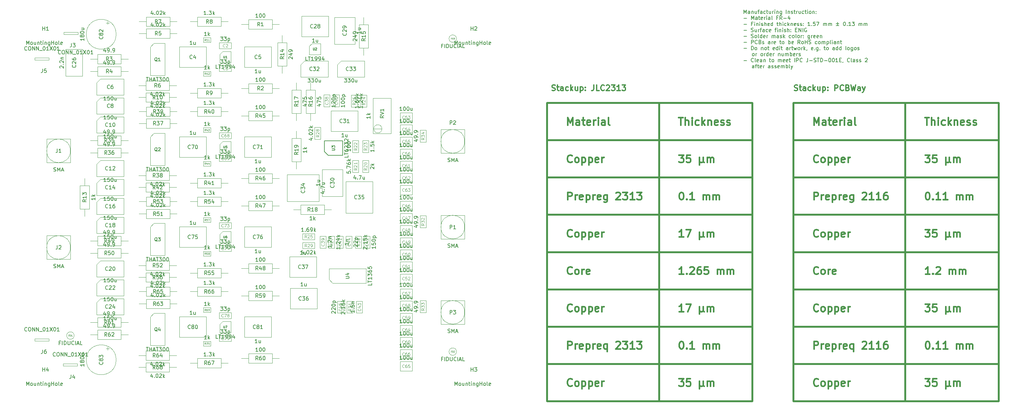
<source format=gbr>
G04 #@! TF.GenerationSoftware,KiCad,Pcbnew,7.0.1*
G04 #@! TF.CreationDate,2023-05-02T10:47:00+02:00*
G04 #@! TF.ProjectId,main,6d61696e-2e6b-4696-9361-645f70636258,rev?*
G04 #@! TF.SameCoordinates,Original*
G04 #@! TF.FileFunction,AssemblyDrawing,Top*
%FSLAX46Y46*%
G04 Gerber Fmt 4.6, Leading zero omitted, Abs format (unit mm)*
G04 Created by KiCad (PCBNEW 7.0.1) date 2023-05-02 10:47:00*
%MOMM*%
%LPD*%
G01*
G04 APERTURE LIST*
%ADD10C,0.500000*%
%ADD11C,0.400000*%
%ADD12C,0.300000*%
%ADD13C,0.150000*%
%ADD14C,0.135000*%
%ADD15C,0.120000*%
%ADD16C,0.060000*%
%ADD17C,0.080000*%
%ADD18C,0.100000*%
G04 APERTURE END LIST*
D10*
X226000000Y-70000000D02*
X281000000Y-70000000D01*
X160000000Y-120000000D02*
X215000000Y-120000000D01*
X190000000Y-70000000D02*
X190000000Y-150000000D01*
X256000000Y-70000000D02*
X256000000Y-150000000D01*
X160000000Y-130000000D02*
X215000000Y-130000000D01*
X226000000Y-70000000D02*
X226000000Y-150000000D01*
X160000000Y-90000000D02*
X215000000Y-90000000D01*
X226000000Y-100000000D02*
X281000000Y-100000000D01*
X160000000Y-140000000D02*
X215000000Y-140000000D01*
X226000000Y-110000000D02*
X281000000Y-110000000D01*
X160000000Y-150000000D02*
X215000000Y-150000000D01*
X226000000Y-90000000D02*
X281000000Y-90000000D01*
X226000000Y-140000000D02*
X281000000Y-140000000D01*
X226000000Y-130000000D02*
X281000000Y-130000000D01*
X160000000Y-100000000D02*
X215000000Y-100000000D01*
X215000000Y-70000000D02*
X215000000Y-150000000D01*
X226000000Y-80000000D02*
X281000000Y-80000000D01*
X160000000Y-110000000D02*
X215000000Y-110000000D01*
X281000000Y-70000000D02*
X281000000Y-150000000D01*
X226000000Y-150000000D02*
X281000000Y-150000000D01*
X160000000Y-80000000D02*
X215000000Y-80000000D01*
X226000000Y-120000000D02*
X281000000Y-120000000D01*
X160000000Y-70000000D02*
X160000000Y-150000000D01*
X160000000Y-70000000D02*
X215000000Y-70000000D01*
D11*
X166619047Y-85734761D02*
X166523809Y-85830000D01*
X166523809Y-85830000D02*
X166238095Y-85925238D01*
X166238095Y-85925238D02*
X166047619Y-85925238D01*
X166047619Y-85925238D02*
X165761904Y-85830000D01*
X165761904Y-85830000D02*
X165571428Y-85639523D01*
X165571428Y-85639523D02*
X165476190Y-85449047D01*
X165476190Y-85449047D02*
X165380952Y-85068095D01*
X165380952Y-85068095D02*
X165380952Y-84782380D01*
X165380952Y-84782380D02*
X165476190Y-84401428D01*
X165476190Y-84401428D02*
X165571428Y-84210952D01*
X165571428Y-84210952D02*
X165761904Y-84020476D01*
X165761904Y-84020476D02*
X166047619Y-83925238D01*
X166047619Y-83925238D02*
X166238095Y-83925238D01*
X166238095Y-83925238D02*
X166523809Y-84020476D01*
X166523809Y-84020476D02*
X166619047Y-84115714D01*
X167761904Y-85925238D02*
X167571428Y-85830000D01*
X167571428Y-85830000D02*
X167476190Y-85734761D01*
X167476190Y-85734761D02*
X167380952Y-85544285D01*
X167380952Y-85544285D02*
X167380952Y-84972857D01*
X167380952Y-84972857D02*
X167476190Y-84782380D01*
X167476190Y-84782380D02*
X167571428Y-84687142D01*
X167571428Y-84687142D02*
X167761904Y-84591904D01*
X167761904Y-84591904D02*
X168047619Y-84591904D01*
X168047619Y-84591904D02*
X168238095Y-84687142D01*
X168238095Y-84687142D02*
X168333333Y-84782380D01*
X168333333Y-84782380D02*
X168428571Y-84972857D01*
X168428571Y-84972857D02*
X168428571Y-85544285D01*
X168428571Y-85544285D02*
X168333333Y-85734761D01*
X168333333Y-85734761D02*
X168238095Y-85830000D01*
X168238095Y-85830000D02*
X168047619Y-85925238D01*
X168047619Y-85925238D02*
X167761904Y-85925238D01*
X169285714Y-84591904D02*
X169285714Y-86591904D01*
X169285714Y-84687142D02*
X169476190Y-84591904D01*
X169476190Y-84591904D02*
X169857143Y-84591904D01*
X169857143Y-84591904D02*
X170047619Y-84687142D01*
X170047619Y-84687142D02*
X170142857Y-84782380D01*
X170142857Y-84782380D02*
X170238095Y-84972857D01*
X170238095Y-84972857D02*
X170238095Y-85544285D01*
X170238095Y-85544285D02*
X170142857Y-85734761D01*
X170142857Y-85734761D02*
X170047619Y-85830000D01*
X170047619Y-85830000D02*
X169857143Y-85925238D01*
X169857143Y-85925238D02*
X169476190Y-85925238D01*
X169476190Y-85925238D02*
X169285714Y-85830000D01*
X171095238Y-84591904D02*
X171095238Y-86591904D01*
X171095238Y-84687142D02*
X171285714Y-84591904D01*
X171285714Y-84591904D02*
X171666667Y-84591904D01*
X171666667Y-84591904D02*
X171857143Y-84687142D01*
X171857143Y-84687142D02*
X171952381Y-84782380D01*
X171952381Y-84782380D02*
X172047619Y-84972857D01*
X172047619Y-84972857D02*
X172047619Y-85544285D01*
X172047619Y-85544285D02*
X171952381Y-85734761D01*
X171952381Y-85734761D02*
X171857143Y-85830000D01*
X171857143Y-85830000D02*
X171666667Y-85925238D01*
X171666667Y-85925238D02*
X171285714Y-85925238D01*
X171285714Y-85925238D02*
X171095238Y-85830000D01*
X173666667Y-85830000D02*
X173476191Y-85925238D01*
X173476191Y-85925238D02*
X173095238Y-85925238D01*
X173095238Y-85925238D02*
X172904762Y-85830000D01*
X172904762Y-85830000D02*
X172809524Y-85639523D01*
X172809524Y-85639523D02*
X172809524Y-84877619D01*
X172809524Y-84877619D02*
X172904762Y-84687142D01*
X172904762Y-84687142D02*
X173095238Y-84591904D01*
X173095238Y-84591904D02*
X173476191Y-84591904D01*
X173476191Y-84591904D02*
X173666667Y-84687142D01*
X173666667Y-84687142D02*
X173761905Y-84877619D01*
X173761905Y-84877619D02*
X173761905Y-85068095D01*
X173761905Y-85068095D02*
X172809524Y-85258571D01*
X174619048Y-85925238D02*
X174619048Y-84591904D01*
X174619048Y-84972857D02*
X174714286Y-84782380D01*
X174714286Y-84782380D02*
X174809524Y-84687142D01*
X174809524Y-84687142D02*
X175000000Y-84591904D01*
X175000000Y-84591904D02*
X175190477Y-84591904D01*
X261190476Y-73925238D02*
X262333333Y-73925238D01*
X261761904Y-75925238D02*
X261761904Y-73925238D01*
X263000000Y-75925238D02*
X263000000Y-73925238D01*
X263857143Y-75925238D02*
X263857143Y-74877619D01*
X263857143Y-74877619D02*
X263761905Y-74687142D01*
X263761905Y-74687142D02*
X263571429Y-74591904D01*
X263571429Y-74591904D02*
X263285714Y-74591904D01*
X263285714Y-74591904D02*
X263095238Y-74687142D01*
X263095238Y-74687142D02*
X263000000Y-74782380D01*
X264809524Y-75925238D02*
X264809524Y-74591904D01*
X264809524Y-73925238D02*
X264714286Y-74020476D01*
X264714286Y-74020476D02*
X264809524Y-74115714D01*
X264809524Y-74115714D02*
X264904762Y-74020476D01*
X264904762Y-74020476D02*
X264809524Y-73925238D01*
X264809524Y-73925238D02*
X264809524Y-74115714D01*
X266619048Y-75830000D02*
X266428572Y-75925238D01*
X266428572Y-75925238D02*
X266047619Y-75925238D01*
X266047619Y-75925238D02*
X265857143Y-75830000D01*
X265857143Y-75830000D02*
X265761905Y-75734761D01*
X265761905Y-75734761D02*
X265666667Y-75544285D01*
X265666667Y-75544285D02*
X265666667Y-74972857D01*
X265666667Y-74972857D02*
X265761905Y-74782380D01*
X265761905Y-74782380D02*
X265857143Y-74687142D01*
X265857143Y-74687142D02*
X266047619Y-74591904D01*
X266047619Y-74591904D02*
X266428572Y-74591904D01*
X266428572Y-74591904D02*
X266619048Y-74687142D01*
X267476191Y-75925238D02*
X267476191Y-73925238D01*
X267666667Y-75163333D02*
X268238096Y-75925238D01*
X268238096Y-74591904D02*
X267476191Y-75353809D01*
X269095239Y-74591904D02*
X269095239Y-75925238D01*
X269095239Y-74782380D02*
X269190477Y-74687142D01*
X269190477Y-74687142D02*
X269380953Y-74591904D01*
X269380953Y-74591904D02*
X269666668Y-74591904D01*
X269666668Y-74591904D02*
X269857144Y-74687142D01*
X269857144Y-74687142D02*
X269952382Y-74877619D01*
X269952382Y-74877619D02*
X269952382Y-75925238D01*
X271666668Y-75830000D02*
X271476192Y-75925238D01*
X271476192Y-75925238D02*
X271095239Y-75925238D01*
X271095239Y-75925238D02*
X270904763Y-75830000D01*
X270904763Y-75830000D02*
X270809525Y-75639523D01*
X270809525Y-75639523D02*
X270809525Y-74877619D01*
X270809525Y-74877619D02*
X270904763Y-74687142D01*
X270904763Y-74687142D02*
X271095239Y-74591904D01*
X271095239Y-74591904D02*
X271476192Y-74591904D01*
X271476192Y-74591904D02*
X271666668Y-74687142D01*
X271666668Y-74687142D02*
X271761906Y-74877619D01*
X271761906Y-74877619D02*
X271761906Y-75068095D01*
X271761906Y-75068095D02*
X270809525Y-75258571D01*
X272523811Y-75830000D02*
X272714287Y-75925238D01*
X272714287Y-75925238D02*
X273095239Y-75925238D01*
X273095239Y-75925238D02*
X273285716Y-75830000D01*
X273285716Y-75830000D02*
X273380954Y-75639523D01*
X273380954Y-75639523D02*
X273380954Y-75544285D01*
X273380954Y-75544285D02*
X273285716Y-75353809D01*
X273285716Y-75353809D02*
X273095239Y-75258571D01*
X273095239Y-75258571D02*
X272809525Y-75258571D01*
X272809525Y-75258571D02*
X272619049Y-75163333D01*
X272619049Y-75163333D02*
X272523811Y-74972857D01*
X272523811Y-74972857D02*
X272523811Y-74877619D01*
X272523811Y-74877619D02*
X272619049Y-74687142D01*
X272619049Y-74687142D02*
X272809525Y-74591904D01*
X272809525Y-74591904D02*
X273095239Y-74591904D01*
X273095239Y-74591904D02*
X273285716Y-74687142D01*
X274142859Y-75830000D02*
X274333335Y-75925238D01*
X274333335Y-75925238D02*
X274714287Y-75925238D01*
X274714287Y-75925238D02*
X274904764Y-75830000D01*
X274904764Y-75830000D02*
X275000002Y-75639523D01*
X275000002Y-75639523D02*
X275000002Y-75544285D01*
X275000002Y-75544285D02*
X274904764Y-75353809D01*
X274904764Y-75353809D02*
X274714287Y-75258571D01*
X274714287Y-75258571D02*
X274428573Y-75258571D01*
X274428573Y-75258571D02*
X274238097Y-75163333D01*
X274238097Y-75163333D02*
X274142859Y-74972857D01*
X274142859Y-74972857D02*
X274142859Y-74877619D01*
X274142859Y-74877619D02*
X274238097Y-74687142D01*
X274238097Y-74687142D02*
X274428573Y-74591904D01*
X274428573Y-74591904D02*
X274714287Y-74591904D01*
X274714287Y-74591904D02*
X274904764Y-74687142D01*
X231476190Y-135925238D02*
X231476190Y-133925238D01*
X231476190Y-133925238D02*
X232238095Y-133925238D01*
X232238095Y-133925238D02*
X232428571Y-134020476D01*
X232428571Y-134020476D02*
X232523809Y-134115714D01*
X232523809Y-134115714D02*
X232619047Y-134306190D01*
X232619047Y-134306190D02*
X232619047Y-134591904D01*
X232619047Y-134591904D02*
X232523809Y-134782380D01*
X232523809Y-134782380D02*
X232428571Y-134877619D01*
X232428571Y-134877619D02*
X232238095Y-134972857D01*
X232238095Y-134972857D02*
X231476190Y-134972857D01*
X233476190Y-135925238D02*
X233476190Y-134591904D01*
X233476190Y-134972857D02*
X233571428Y-134782380D01*
X233571428Y-134782380D02*
X233666666Y-134687142D01*
X233666666Y-134687142D02*
X233857142Y-134591904D01*
X233857142Y-134591904D02*
X234047619Y-134591904D01*
X235476190Y-135830000D02*
X235285714Y-135925238D01*
X235285714Y-135925238D02*
X234904761Y-135925238D01*
X234904761Y-135925238D02*
X234714285Y-135830000D01*
X234714285Y-135830000D02*
X234619047Y-135639523D01*
X234619047Y-135639523D02*
X234619047Y-134877619D01*
X234619047Y-134877619D02*
X234714285Y-134687142D01*
X234714285Y-134687142D02*
X234904761Y-134591904D01*
X234904761Y-134591904D02*
X235285714Y-134591904D01*
X235285714Y-134591904D02*
X235476190Y-134687142D01*
X235476190Y-134687142D02*
X235571428Y-134877619D01*
X235571428Y-134877619D02*
X235571428Y-135068095D01*
X235571428Y-135068095D02*
X234619047Y-135258571D01*
X236428571Y-134591904D02*
X236428571Y-136591904D01*
X236428571Y-134687142D02*
X236619047Y-134591904D01*
X236619047Y-134591904D02*
X237000000Y-134591904D01*
X237000000Y-134591904D02*
X237190476Y-134687142D01*
X237190476Y-134687142D02*
X237285714Y-134782380D01*
X237285714Y-134782380D02*
X237380952Y-134972857D01*
X237380952Y-134972857D02*
X237380952Y-135544285D01*
X237380952Y-135544285D02*
X237285714Y-135734761D01*
X237285714Y-135734761D02*
X237190476Y-135830000D01*
X237190476Y-135830000D02*
X237000000Y-135925238D01*
X237000000Y-135925238D02*
X236619047Y-135925238D01*
X236619047Y-135925238D02*
X236428571Y-135830000D01*
X238238095Y-135925238D02*
X238238095Y-134591904D01*
X238238095Y-134972857D02*
X238333333Y-134782380D01*
X238333333Y-134782380D02*
X238428571Y-134687142D01*
X238428571Y-134687142D02*
X238619047Y-134591904D01*
X238619047Y-134591904D02*
X238809524Y-134591904D01*
X240238095Y-135830000D02*
X240047619Y-135925238D01*
X240047619Y-135925238D02*
X239666666Y-135925238D01*
X239666666Y-135925238D02*
X239476190Y-135830000D01*
X239476190Y-135830000D02*
X239380952Y-135639523D01*
X239380952Y-135639523D02*
X239380952Y-134877619D01*
X239380952Y-134877619D02*
X239476190Y-134687142D01*
X239476190Y-134687142D02*
X239666666Y-134591904D01*
X239666666Y-134591904D02*
X240047619Y-134591904D01*
X240047619Y-134591904D02*
X240238095Y-134687142D01*
X240238095Y-134687142D02*
X240333333Y-134877619D01*
X240333333Y-134877619D02*
X240333333Y-135068095D01*
X240333333Y-135068095D02*
X239380952Y-135258571D01*
X242047619Y-134591904D02*
X242047619Y-136591904D01*
X242047619Y-135830000D02*
X241857143Y-135925238D01*
X241857143Y-135925238D02*
X241476190Y-135925238D01*
X241476190Y-135925238D02*
X241285714Y-135830000D01*
X241285714Y-135830000D02*
X241190476Y-135734761D01*
X241190476Y-135734761D02*
X241095238Y-135544285D01*
X241095238Y-135544285D02*
X241095238Y-134972857D01*
X241095238Y-134972857D02*
X241190476Y-134782380D01*
X241190476Y-134782380D02*
X241285714Y-134687142D01*
X241285714Y-134687142D02*
X241476190Y-134591904D01*
X241476190Y-134591904D02*
X241857143Y-134591904D01*
X241857143Y-134591904D02*
X242047619Y-134687142D01*
X244428572Y-134115714D02*
X244523810Y-134020476D01*
X244523810Y-134020476D02*
X244714286Y-133925238D01*
X244714286Y-133925238D02*
X245190477Y-133925238D01*
X245190477Y-133925238D02*
X245380953Y-134020476D01*
X245380953Y-134020476D02*
X245476191Y-134115714D01*
X245476191Y-134115714D02*
X245571429Y-134306190D01*
X245571429Y-134306190D02*
X245571429Y-134496666D01*
X245571429Y-134496666D02*
X245476191Y-134782380D01*
X245476191Y-134782380D02*
X244333334Y-135925238D01*
X244333334Y-135925238D02*
X245571429Y-135925238D01*
X247476191Y-135925238D02*
X246333334Y-135925238D01*
X246904762Y-135925238D02*
X246904762Y-133925238D01*
X246904762Y-133925238D02*
X246714286Y-134210952D01*
X246714286Y-134210952D02*
X246523810Y-134401428D01*
X246523810Y-134401428D02*
X246333334Y-134496666D01*
X249380953Y-135925238D02*
X248238096Y-135925238D01*
X248809524Y-135925238D02*
X248809524Y-133925238D01*
X248809524Y-133925238D02*
X248619048Y-134210952D01*
X248619048Y-134210952D02*
X248428572Y-134401428D01*
X248428572Y-134401428D02*
X248238096Y-134496666D01*
X251095239Y-133925238D02*
X250714286Y-133925238D01*
X250714286Y-133925238D02*
X250523810Y-134020476D01*
X250523810Y-134020476D02*
X250428572Y-134115714D01*
X250428572Y-134115714D02*
X250238096Y-134401428D01*
X250238096Y-134401428D02*
X250142858Y-134782380D01*
X250142858Y-134782380D02*
X250142858Y-135544285D01*
X250142858Y-135544285D02*
X250238096Y-135734761D01*
X250238096Y-135734761D02*
X250333334Y-135830000D01*
X250333334Y-135830000D02*
X250523810Y-135925238D01*
X250523810Y-135925238D02*
X250904763Y-135925238D01*
X250904763Y-135925238D02*
X251095239Y-135830000D01*
X251095239Y-135830000D02*
X251190477Y-135734761D01*
X251190477Y-135734761D02*
X251285715Y-135544285D01*
X251285715Y-135544285D02*
X251285715Y-135068095D01*
X251285715Y-135068095D02*
X251190477Y-134877619D01*
X251190477Y-134877619D02*
X251095239Y-134782380D01*
X251095239Y-134782380D02*
X250904763Y-134687142D01*
X250904763Y-134687142D02*
X250523810Y-134687142D01*
X250523810Y-134687142D02*
X250333334Y-134782380D01*
X250333334Y-134782380D02*
X250238096Y-134877619D01*
X250238096Y-134877619D02*
X250142858Y-135068095D01*
X166619047Y-125734761D02*
X166523809Y-125830000D01*
X166523809Y-125830000D02*
X166238095Y-125925238D01*
X166238095Y-125925238D02*
X166047619Y-125925238D01*
X166047619Y-125925238D02*
X165761904Y-125830000D01*
X165761904Y-125830000D02*
X165571428Y-125639523D01*
X165571428Y-125639523D02*
X165476190Y-125449047D01*
X165476190Y-125449047D02*
X165380952Y-125068095D01*
X165380952Y-125068095D02*
X165380952Y-124782380D01*
X165380952Y-124782380D02*
X165476190Y-124401428D01*
X165476190Y-124401428D02*
X165571428Y-124210952D01*
X165571428Y-124210952D02*
X165761904Y-124020476D01*
X165761904Y-124020476D02*
X166047619Y-123925238D01*
X166047619Y-123925238D02*
X166238095Y-123925238D01*
X166238095Y-123925238D02*
X166523809Y-124020476D01*
X166523809Y-124020476D02*
X166619047Y-124115714D01*
X167761904Y-125925238D02*
X167571428Y-125830000D01*
X167571428Y-125830000D02*
X167476190Y-125734761D01*
X167476190Y-125734761D02*
X167380952Y-125544285D01*
X167380952Y-125544285D02*
X167380952Y-124972857D01*
X167380952Y-124972857D02*
X167476190Y-124782380D01*
X167476190Y-124782380D02*
X167571428Y-124687142D01*
X167571428Y-124687142D02*
X167761904Y-124591904D01*
X167761904Y-124591904D02*
X168047619Y-124591904D01*
X168047619Y-124591904D02*
X168238095Y-124687142D01*
X168238095Y-124687142D02*
X168333333Y-124782380D01*
X168333333Y-124782380D02*
X168428571Y-124972857D01*
X168428571Y-124972857D02*
X168428571Y-125544285D01*
X168428571Y-125544285D02*
X168333333Y-125734761D01*
X168333333Y-125734761D02*
X168238095Y-125830000D01*
X168238095Y-125830000D02*
X168047619Y-125925238D01*
X168047619Y-125925238D02*
X167761904Y-125925238D01*
X169285714Y-124591904D02*
X169285714Y-126591904D01*
X169285714Y-124687142D02*
X169476190Y-124591904D01*
X169476190Y-124591904D02*
X169857143Y-124591904D01*
X169857143Y-124591904D02*
X170047619Y-124687142D01*
X170047619Y-124687142D02*
X170142857Y-124782380D01*
X170142857Y-124782380D02*
X170238095Y-124972857D01*
X170238095Y-124972857D02*
X170238095Y-125544285D01*
X170238095Y-125544285D02*
X170142857Y-125734761D01*
X170142857Y-125734761D02*
X170047619Y-125830000D01*
X170047619Y-125830000D02*
X169857143Y-125925238D01*
X169857143Y-125925238D02*
X169476190Y-125925238D01*
X169476190Y-125925238D02*
X169285714Y-125830000D01*
X171095238Y-124591904D02*
X171095238Y-126591904D01*
X171095238Y-124687142D02*
X171285714Y-124591904D01*
X171285714Y-124591904D02*
X171666667Y-124591904D01*
X171666667Y-124591904D02*
X171857143Y-124687142D01*
X171857143Y-124687142D02*
X171952381Y-124782380D01*
X171952381Y-124782380D02*
X172047619Y-124972857D01*
X172047619Y-124972857D02*
X172047619Y-125544285D01*
X172047619Y-125544285D02*
X171952381Y-125734761D01*
X171952381Y-125734761D02*
X171857143Y-125830000D01*
X171857143Y-125830000D02*
X171666667Y-125925238D01*
X171666667Y-125925238D02*
X171285714Y-125925238D01*
X171285714Y-125925238D02*
X171095238Y-125830000D01*
X173666667Y-125830000D02*
X173476191Y-125925238D01*
X173476191Y-125925238D02*
X173095238Y-125925238D01*
X173095238Y-125925238D02*
X172904762Y-125830000D01*
X172904762Y-125830000D02*
X172809524Y-125639523D01*
X172809524Y-125639523D02*
X172809524Y-124877619D01*
X172809524Y-124877619D02*
X172904762Y-124687142D01*
X172904762Y-124687142D02*
X173095238Y-124591904D01*
X173095238Y-124591904D02*
X173476191Y-124591904D01*
X173476191Y-124591904D02*
X173666667Y-124687142D01*
X173666667Y-124687142D02*
X173761905Y-124877619D01*
X173761905Y-124877619D02*
X173761905Y-125068095D01*
X173761905Y-125068095D02*
X172809524Y-125258571D01*
X174619048Y-125925238D02*
X174619048Y-124591904D01*
X174619048Y-124972857D02*
X174714286Y-124782380D01*
X174714286Y-124782380D02*
X174809524Y-124687142D01*
X174809524Y-124687142D02*
X175000000Y-124591904D01*
X175000000Y-124591904D02*
X175190477Y-124591904D01*
X166619047Y-115734761D02*
X166523809Y-115830000D01*
X166523809Y-115830000D02*
X166238095Y-115925238D01*
X166238095Y-115925238D02*
X166047619Y-115925238D01*
X166047619Y-115925238D02*
X165761904Y-115830000D01*
X165761904Y-115830000D02*
X165571428Y-115639523D01*
X165571428Y-115639523D02*
X165476190Y-115449047D01*
X165476190Y-115449047D02*
X165380952Y-115068095D01*
X165380952Y-115068095D02*
X165380952Y-114782380D01*
X165380952Y-114782380D02*
X165476190Y-114401428D01*
X165476190Y-114401428D02*
X165571428Y-114210952D01*
X165571428Y-114210952D02*
X165761904Y-114020476D01*
X165761904Y-114020476D02*
X166047619Y-113925238D01*
X166047619Y-113925238D02*
X166238095Y-113925238D01*
X166238095Y-113925238D02*
X166523809Y-114020476D01*
X166523809Y-114020476D02*
X166619047Y-114115714D01*
X167761904Y-115925238D02*
X167571428Y-115830000D01*
X167571428Y-115830000D02*
X167476190Y-115734761D01*
X167476190Y-115734761D02*
X167380952Y-115544285D01*
X167380952Y-115544285D02*
X167380952Y-114972857D01*
X167380952Y-114972857D02*
X167476190Y-114782380D01*
X167476190Y-114782380D02*
X167571428Y-114687142D01*
X167571428Y-114687142D02*
X167761904Y-114591904D01*
X167761904Y-114591904D02*
X168047619Y-114591904D01*
X168047619Y-114591904D02*
X168238095Y-114687142D01*
X168238095Y-114687142D02*
X168333333Y-114782380D01*
X168333333Y-114782380D02*
X168428571Y-114972857D01*
X168428571Y-114972857D02*
X168428571Y-115544285D01*
X168428571Y-115544285D02*
X168333333Y-115734761D01*
X168333333Y-115734761D02*
X168238095Y-115830000D01*
X168238095Y-115830000D02*
X168047619Y-115925238D01*
X168047619Y-115925238D02*
X167761904Y-115925238D01*
X169285714Y-115925238D02*
X169285714Y-114591904D01*
X169285714Y-114972857D02*
X169380952Y-114782380D01*
X169380952Y-114782380D02*
X169476190Y-114687142D01*
X169476190Y-114687142D02*
X169666666Y-114591904D01*
X169666666Y-114591904D02*
X169857143Y-114591904D01*
X171285714Y-115830000D02*
X171095238Y-115925238D01*
X171095238Y-115925238D02*
X170714285Y-115925238D01*
X170714285Y-115925238D02*
X170523809Y-115830000D01*
X170523809Y-115830000D02*
X170428571Y-115639523D01*
X170428571Y-115639523D02*
X170428571Y-114877619D01*
X170428571Y-114877619D02*
X170523809Y-114687142D01*
X170523809Y-114687142D02*
X170714285Y-114591904D01*
X170714285Y-114591904D02*
X171095238Y-114591904D01*
X171095238Y-114591904D02*
X171285714Y-114687142D01*
X171285714Y-114687142D02*
X171380952Y-114877619D01*
X171380952Y-114877619D02*
X171380952Y-115068095D01*
X171380952Y-115068095D02*
X170428571Y-115258571D01*
X195285714Y-143925238D02*
X196523809Y-143925238D01*
X196523809Y-143925238D02*
X195857142Y-144687142D01*
X195857142Y-144687142D02*
X196142857Y-144687142D01*
X196142857Y-144687142D02*
X196333333Y-144782380D01*
X196333333Y-144782380D02*
X196428571Y-144877619D01*
X196428571Y-144877619D02*
X196523809Y-145068095D01*
X196523809Y-145068095D02*
X196523809Y-145544285D01*
X196523809Y-145544285D02*
X196428571Y-145734761D01*
X196428571Y-145734761D02*
X196333333Y-145830000D01*
X196333333Y-145830000D02*
X196142857Y-145925238D01*
X196142857Y-145925238D02*
X195571428Y-145925238D01*
X195571428Y-145925238D02*
X195380952Y-145830000D01*
X195380952Y-145830000D02*
X195285714Y-145734761D01*
X198333333Y-143925238D02*
X197380952Y-143925238D01*
X197380952Y-143925238D02*
X197285714Y-144877619D01*
X197285714Y-144877619D02*
X197380952Y-144782380D01*
X197380952Y-144782380D02*
X197571428Y-144687142D01*
X197571428Y-144687142D02*
X198047619Y-144687142D01*
X198047619Y-144687142D02*
X198238095Y-144782380D01*
X198238095Y-144782380D02*
X198333333Y-144877619D01*
X198333333Y-144877619D02*
X198428571Y-145068095D01*
X198428571Y-145068095D02*
X198428571Y-145544285D01*
X198428571Y-145544285D02*
X198333333Y-145734761D01*
X198333333Y-145734761D02*
X198238095Y-145830000D01*
X198238095Y-145830000D02*
X198047619Y-145925238D01*
X198047619Y-145925238D02*
X197571428Y-145925238D01*
X197571428Y-145925238D02*
X197380952Y-145830000D01*
X197380952Y-145830000D02*
X197285714Y-145734761D01*
X200809524Y-144591904D02*
X200809524Y-146591904D01*
X201761905Y-145639523D02*
X201857143Y-145830000D01*
X201857143Y-145830000D02*
X202047619Y-145925238D01*
X200809524Y-145639523D02*
X200904762Y-145830000D01*
X200904762Y-145830000D02*
X201095238Y-145925238D01*
X201095238Y-145925238D02*
X201476191Y-145925238D01*
X201476191Y-145925238D02*
X201666667Y-145830000D01*
X201666667Y-145830000D02*
X201761905Y-145639523D01*
X201761905Y-145639523D02*
X201761905Y-144591904D01*
X202904762Y-145925238D02*
X202904762Y-144591904D01*
X202904762Y-144782380D02*
X203000000Y-144687142D01*
X203000000Y-144687142D02*
X203190476Y-144591904D01*
X203190476Y-144591904D02*
X203476191Y-144591904D01*
X203476191Y-144591904D02*
X203666667Y-144687142D01*
X203666667Y-144687142D02*
X203761905Y-144877619D01*
X203761905Y-144877619D02*
X203761905Y-145925238D01*
X203761905Y-144877619D02*
X203857143Y-144687142D01*
X203857143Y-144687142D02*
X204047619Y-144591904D01*
X204047619Y-144591904D02*
X204333333Y-144591904D01*
X204333333Y-144591904D02*
X204523810Y-144687142D01*
X204523810Y-144687142D02*
X204619048Y-144877619D01*
X204619048Y-144877619D02*
X204619048Y-145925238D01*
X261857142Y-133925238D02*
X262047619Y-133925238D01*
X262047619Y-133925238D02*
X262238095Y-134020476D01*
X262238095Y-134020476D02*
X262333333Y-134115714D01*
X262333333Y-134115714D02*
X262428571Y-134306190D01*
X262428571Y-134306190D02*
X262523809Y-134687142D01*
X262523809Y-134687142D02*
X262523809Y-135163333D01*
X262523809Y-135163333D02*
X262428571Y-135544285D01*
X262428571Y-135544285D02*
X262333333Y-135734761D01*
X262333333Y-135734761D02*
X262238095Y-135830000D01*
X262238095Y-135830000D02*
X262047619Y-135925238D01*
X262047619Y-135925238D02*
X261857142Y-135925238D01*
X261857142Y-135925238D02*
X261666666Y-135830000D01*
X261666666Y-135830000D02*
X261571428Y-135734761D01*
X261571428Y-135734761D02*
X261476190Y-135544285D01*
X261476190Y-135544285D02*
X261380952Y-135163333D01*
X261380952Y-135163333D02*
X261380952Y-134687142D01*
X261380952Y-134687142D02*
X261476190Y-134306190D01*
X261476190Y-134306190D02*
X261571428Y-134115714D01*
X261571428Y-134115714D02*
X261666666Y-134020476D01*
X261666666Y-134020476D02*
X261857142Y-133925238D01*
X263380952Y-135734761D02*
X263476190Y-135830000D01*
X263476190Y-135830000D02*
X263380952Y-135925238D01*
X263380952Y-135925238D02*
X263285714Y-135830000D01*
X263285714Y-135830000D02*
X263380952Y-135734761D01*
X263380952Y-135734761D02*
X263380952Y-135925238D01*
X265380952Y-135925238D02*
X264238095Y-135925238D01*
X264809523Y-135925238D02*
X264809523Y-133925238D01*
X264809523Y-133925238D02*
X264619047Y-134210952D01*
X264619047Y-134210952D02*
X264428571Y-134401428D01*
X264428571Y-134401428D02*
X264238095Y-134496666D01*
X267285714Y-135925238D02*
X266142857Y-135925238D01*
X266714285Y-135925238D02*
X266714285Y-133925238D01*
X266714285Y-133925238D02*
X266523809Y-134210952D01*
X266523809Y-134210952D02*
X266333333Y-134401428D01*
X266333333Y-134401428D02*
X266142857Y-134496666D01*
X269666667Y-135925238D02*
X269666667Y-134591904D01*
X269666667Y-134782380D02*
X269761905Y-134687142D01*
X269761905Y-134687142D02*
X269952381Y-134591904D01*
X269952381Y-134591904D02*
X270238096Y-134591904D01*
X270238096Y-134591904D02*
X270428572Y-134687142D01*
X270428572Y-134687142D02*
X270523810Y-134877619D01*
X270523810Y-134877619D02*
X270523810Y-135925238D01*
X270523810Y-134877619D02*
X270619048Y-134687142D01*
X270619048Y-134687142D02*
X270809524Y-134591904D01*
X270809524Y-134591904D02*
X271095238Y-134591904D01*
X271095238Y-134591904D02*
X271285715Y-134687142D01*
X271285715Y-134687142D02*
X271380953Y-134877619D01*
X271380953Y-134877619D02*
X271380953Y-135925238D01*
X272333334Y-135925238D02*
X272333334Y-134591904D01*
X272333334Y-134782380D02*
X272428572Y-134687142D01*
X272428572Y-134687142D02*
X272619048Y-134591904D01*
X272619048Y-134591904D02*
X272904763Y-134591904D01*
X272904763Y-134591904D02*
X273095239Y-134687142D01*
X273095239Y-134687142D02*
X273190477Y-134877619D01*
X273190477Y-134877619D02*
X273190477Y-135925238D01*
X273190477Y-134877619D02*
X273285715Y-134687142D01*
X273285715Y-134687142D02*
X273476191Y-134591904D01*
X273476191Y-134591904D02*
X273761905Y-134591904D01*
X273761905Y-134591904D02*
X273952382Y-134687142D01*
X273952382Y-134687142D02*
X274047620Y-134877619D01*
X274047620Y-134877619D02*
X274047620Y-135925238D01*
X195285714Y-83925238D02*
X196523809Y-83925238D01*
X196523809Y-83925238D02*
X195857142Y-84687142D01*
X195857142Y-84687142D02*
X196142857Y-84687142D01*
X196142857Y-84687142D02*
X196333333Y-84782380D01*
X196333333Y-84782380D02*
X196428571Y-84877619D01*
X196428571Y-84877619D02*
X196523809Y-85068095D01*
X196523809Y-85068095D02*
X196523809Y-85544285D01*
X196523809Y-85544285D02*
X196428571Y-85734761D01*
X196428571Y-85734761D02*
X196333333Y-85830000D01*
X196333333Y-85830000D02*
X196142857Y-85925238D01*
X196142857Y-85925238D02*
X195571428Y-85925238D01*
X195571428Y-85925238D02*
X195380952Y-85830000D01*
X195380952Y-85830000D02*
X195285714Y-85734761D01*
X198333333Y-83925238D02*
X197380952Y-83925238D01*
X197380952Y-83925238D02*
X197285714Y-84877619D01*
X197285714Y-84877619D02*
X197380952Y-84782380D01*
X197380952Y-84782380D02*
X197571428Y-84687142D01*
X197571428Y-84687142D02*
X198047619Y-84687142D01*
X198047619Y-84687142D02*
X198238095Y-84782380D01*
X198238095Y-84782380D02*
X198333333Y-84877619D01*
X198333333Y-84877619D02*
X198428571Y-85068095D01*
X198428571Y-85068095D02*
X198428571Y-85544285D01*
X198428571Y-85544285D02*
X198333333Y-85734761D01*
X198333333Y-85734761D02*
X198238095Y-85830000D01*
X198238095Y-85830000D02*
X198047619Y-85925238D01*
X198047619Y-85925238D02*
X197571428Y-85925238D01*
X197571428Y-85925238D02*
X197380952Y-85830000D01*
X197380952Y-85830000D02*
X197285714Y-85734761D01*
X200809524Y-84591904D02*
X200809524Y-86591904D01*
X201761905Y-85639523D02*
X201857143Y-85830000D01*
X201857143Y-85830000D02*
X202047619Y-85925238D01*
X200809524Y-85639523D02*
X200904762Y-85830000D01*
X200904762Y-85830000D02*
X201095238Y-85925238D01*
X201095238Y-85925238D02*
X201476191Y-85925238D01*
X201476191Y-85925238D02*
X201666667Y-85830000D01*
X201666667Y-85830000D02*
X201761905Y-85639523D01*
X201761905Y-85639523D02*
X201761905Y-84591904D01*
X202904762Y-85925238D02*
X202904762Y-84591904D01*
X202904762Y-84782380D02*
X203000000Y-84687142D01*
X203000000Y-84687142D02*
X203190476Y-84591904D01*
X203190476Y-84591904D02*
X203476191Y-84591904D01*
X203476191Y-84591904D02*
X203666667Y-84687142D01*
X203666667Y-84687142D02*
X203761905Y-84877619D01*
X203761905Y-84877619D02*
X203761905Y-85925238D01*
X203761905Y-84877619D02*
X203857143Y-84687142D01*
X203857143Y-84687142D02*
X204047619Y-84591904D01*
X204047619Y-84591904D02*
X204333333Y-84591904D01*
X204333333Y-84591904D02*
X204523810Y-84687142D01*
X204523810Y-84687142D02*
X204619048Y-84877619D01*
X204619048Y-84877619D02*
X204619048Y-85925238D01*
X165476190Y-135925238D02*
X165476190Y-133925238D01*
X165476190Y-133925238D02*
X166238095Y-133925238D01*
X166238095Y-133925238D02*
X166428571Y-134020476D01*
X166428571Y-134020476D02*
X166523809Y-134115714D01*
X166523809Y-134115714D02*
X166619047Y-134306190D01*
X166619047Y-134306190D02*
X166619047Y-134591904D01*
X166619047Y-134591904D02*
X166523809Y-134782380D01*
X166523809Y-134782380D02*
X166428571Y-134877619D01*
X166428571Y-134877619D02*
X166238095Y-134972857D01*
X166238095Y-134972857D02*
X165476190Y-134972857D01*
X167476190Y-135925238D02*
X167476190Y-134591904D01*
X167476190Y-134972857D02*
X167571428Y-134782380D01*
X167571428Y-134782380D02*
X167666666Y-134687142D01*
X167666666Y-134687142D02*
X167857142Y-134591904D01*
X167857142Y-134591904D02*
X168047619Y-134591904D01*
X169476190Y-135830000D02*
X169285714Y-135925238D01*
X169285714Y-135925238D02*
X168904761Y-135925238D01*
X168904761Y-135925238D02*
X168714285Y-135830000D01*
X168714285Y-135830000D02*
X168619047Y-135639523D01*
X168619047Y-135639523D02*
X168619047Y-134877619D01*
X168619047Y-134877619D02*
X168714285Y-134687142D01*
X168714285Y-134687142D02*
X168904761Y-134591904D01*
X168904761Y-134591904D02*
X169285714Y-134591904D01*
X169285714Y-134591904D02*
X169476190Y-134687142D01*
X169476190Y-134687142D02*
X169571428Y-134877619D01*
X169571428Y-134877619D02*
X169571428Y-135068095D01*
X169571428Y-135068095D02*
X168619047Y-135258571D01*
X170428571Y-134591904D02*
X170428571Y-136591904D01*
X170428571Y-134687142D02*
X170619047Y-134591904D01*
X170619047Y-134591904D02*
X171000000Y-134591904D01*
X171000000Y-134591904D02*
X171190476Y-134687142D01*
X171190476Y-134687142D02*
X171285714Y-134782380D01*
X171285714Y-134782380D02*
X171380952Y-134972857D01*
X171380952Y-134972857D02*
X171380952Y-135544285D01*
X171380952Y-135544285D02*
X171285714Y-135734761D01*
X171285714Y-135734761D02*
X171190476Y-135830000D01*
X171190476Y-135830000D02*
X171000000Y-135925238D01*
X171000000Y-135925238D02*
X170619047Y-135925238D01*
X170619047Y-135925238D02*
X170428571Y-135830000D01*
X172238095Y-135925238D02*
X172238095Y-134591904D01*
X172238095Y-134972857D02*
X172333333Y-134782380D01*
X172333333Y-134782380D02*
X172428571Y-134687142D01*
X172428571Y-134687142D02*
X172619047Y-134591904D01*
X172619047Y-134591904D02*
X172809524Y-134591904D01*
X174238095Y-135830000D02*
X174047619Y-135925238D01*
X174047619Y-135925238D02*
X173666666Y-135925238D01*
X173666666Y-135925238D02*
X173476190Y-135830000D01*
X173476190Y-135830000D02*
X173380952Y-135639523D01*
X173380952Y-135639523D02*
X173380952Y-134877619D01*
X173380952Y-134877619D02*
X173476190Y-134687142D01*
X173476190Y-134687142D02*
X173666666Y-134591904D01*
X173666666Y-134591904D02*
X174047619Y-134591904D01*
X174047619Y-134591904D02*
X174238095Y-134687142D01*
X174238095Y-134687142D02*
X174333333Y-134877619D01*
X174333333Y-134877619D02*
X174333333Y-135068095D01*
X174333333Y-135068095D02*
X173380952Y-135258571D01*
X176047619Y-134591904D02*
X176047619Y-136591904D01*
X176047619Y-135830000D02*
X175857143Y-135925238D01*
X175857143Y-135925238D02*
X175476190Y-135925238D01*
X175476190Y-135925238D02*
X175285714Y-135830000D01*
X175285714Y-135830000D02*
X175190476Y-135734761D01*
X175190476Y-135734761D02*
X175095238Y-135544285D01*
X175095238Y-135544285D02*
X175095238Y-134972857D01*
X175095238Y-134972857D02*
X175190476Y-134782380D01*
X175190476Y-134782380D02*
X175285714Y-134687142D01*
X175285714Y-134687142D02*
X175476190Y-134591904D01*
X175476190Y-134591904D02*
X175857143Y-134591904D01*
X175857143Y-134591904D02*
X176047619Y-134687142D01*
X178428572Y-134115714D02*
X178523810Y-134020476D01*
X178523810Y-134020476D02*
X178714286Y-133925238D01*
X178714286Y-133925238D02*
X179190477Y-133925238D01*
X179190477Y-133925238D02*
X179380953Y-134020476D01*
X179380953Y-134020476D02*
X179476191Y-134115714D01*
X179476191Y-134115714D02*
X179571429Y-134306190D01*
X179571429Y-134306190D02*
X179571429Y-134496666D01*
X179571429Y-134496666D02*
X179476191Y-134782380D01*
X179476191Y-134782380D02*
X178333334Y-135925238D01*
X178333334Y-135925238D02*
X179571429Y-135925238D01*
X180238096Y-133925238D02*
X181476191Y-133925238D01*
X181476191Y-133925238D02*
X180809524Y-134687142D01*
X180809524Y-134687142D02*
X181095239Y-134687142D01*
X181095239Y-134687142D02*
X181285715Y-134782380D01*
X181285715Y-134782380D02*
X181380953Y-134877619D01*
X181380953Y-134877619D02*
X181476191Y-135068095D01*
X181476191Y-135068095D02*
X181476191Y-135544285D01*
X181476191Y-135544285D02*
X181380953Y-135734761D01*
X181380953Y-135734761D02*
X181285715Y-135830000D01*
X181285715Y-135830000D02*
X181095239Y-135925238D01*
X181095239Y-135925238D02*
X180523810Y-135925238D01*
X180523810Y-135925238D02*
X180333334Y-135830000D01*
X180333334Y-135830000D02*
X180238096Y-135734761D01*
X183380953Y-135925238D02*
X182238096Y-135925238D01*
X182809524Y-135925238D02*
X182809524Y-133925238D01*
X182809524Y-133925238D02*
X182619048Y-134210952D01*
X182619048Y-134210952D02*
X182428572Y-134401428D01*
X182428572Y-134401428D02*
X182238096Y-134496666D01*
X184047620Y-133925238D02*
X185285715Y-133925238D01*
X185285715Y-133925238D02*
X184619048Y-134687142D01*
X184619048Y-134687142D02*
X184904763Y-134687142D01*
X184904763Y-134687142D02*
X185095239Y-134782380D01*
X185095239Y-134782380D02*
X185190477Y-134877619D01*
X185190477Y-134877619D02*
X185285715Y-135068095D01*
X185285715Y-135068095D02*
X185285715Y-135544285D01*
X185285715Y-135544285D02*
X185190477Y-135734761D01*
X185190477Y-135734761D02*
X185095239Y-135830000D01*
X185095239Y-135830000D02*
X184904763Y-135925238D01*
X184904763Y-135925238D02*
X184333334Y-135925238D01*
X184333334Y-135925238D02*
X184142858Y-135830000D01*
X184142858Y-135830000D02*
X184047620Y-135734761D01*
X196523809Y-105925238D02*
X195380952Y-105925238D01*
X195952380Y-105925238D02*
X195952380Y-103925238D01*
X195952380Y-103925238D02*
X195761904Y-104210952D01*
X195761904Y-104210952D02*
X195571428Y-104401428D01*
X195571428Y-104401428D02*
X195380952Y-104496666D01*
X197190476Y-103925238D02*
X198523809Y-103925238D01*
X198523809Y-103925238D02*
X197666666Y-105925238D01*
X200809524Y-104591904D02*
X200809524Y-106591904D01*
X201761905Y-105639523D02*
X201857143Y-105830000D01*
X201857143Y-105830000D02*
X202047619Y-105925238D01*
X200809524Y-105639523D02*
X200904762Y-105830000D01*
X200904762Y-105830000D02*
X201095238Y-105925238D01*
X201095238Y-105925238D02*
X201476191Y-105925238D01*
X201476191Y-105925238D02*
X201666667Y-105830000D01*
X201666667Y-105830000D02*
X201761905Y-105639523D01*
X201761905Y-105639523D02*
X201761905Y-104591904D01*
X202904762Y-105925238D02*
X202904762Y-104591904D01*
X202904762Y-104782380D02*
X203000000Y-104687142D01*
X203000000Y-104687142D02*
X203190476Y-104591904D01*
X203190476Y-104591904D02*
X203476191Y-104591904D01*
X203476191Y-104591904D02*
X203666667Y-104687142D01*
X203666667Y-104687142D02*
X203761905Y-104877619D01*
X203761905Y-104877619D02*
X203761905Y-105925238D01*
X203761905Y-104877619D02*
X203857143Y-104687142D01*
X203857143Y-104687142D02*
X204047619Y-104591904D01*
X204047619Y-104591904D02*
X204333333Y-104591904D01*
X204333333Y-104591904D02*
X204523810Y-104687142D01*
X204523810Y-104687142D02*
X204619048Y-104877619D01*
X204619048Y-104877619D02*
X204619048Y-105925238D01*
X195857142Y-93925238D02*
X196047619Y-93925238D01*
X196047619Y-93925238D02*
X196238095Y-94020476D01*
X196238095Y-94020476D02*
X196333333Y-94115714D01*
X196333333Y-94115714D02*
X196428571Y-94306190D01*
X196428571Y-94306190D02*
X196523809Y-94687142D01*
X196523809Y-94687142D02*
X196523809Y-95163333D01*
X196523809Y-95163333D02*
X196428571Y-95544285D01*
X196428571Y-95544285D02*
X196333333Y-95734761D01*
X196333333Y-95734761D02*
X196238095Y-95830000D01*
X196238095Y-95830000D02*
X196047619Y-95925238D01*
X196047619Y-95925238D02*
X195857142Y-95925238D01*
X195857142Y-95925238D02*
X195666666Y-95830000D01*
X195666666Y-95830000D02*
X195571428Y-95734761D01*
X195571428Y-95734761D02*
X195476190Y-95544285D01*
X195476190Y-95544285D02*
X195380952Y-95163333D01*
X195380952Y-95163333D02*
X195380952Y-94687142D01*
X195380952Y-94687142D02*
X195476190Y-94306190D01*
X195476190Y-94306190D02*
X195571428Y-94115714D01*
X195571428Y-94115714D02*
X195666666Y-94020476D01*
X195666666Y-94020476D02*
X195857142Y-93925238D01*
X197380952Y-95734761D02*
X197476190Y-95830000D01*
X197476190Y-95830000D02*
X197380952Y-95925238D01*
X197380952Y-95925238D02*
X197285714Y-95830000D01*
X197285714Y-95830000D02*
X197380952Y-95734761D01*
X197380952Y-95734761D02*
X197380952Y-95925238D01*
X199380952Y-95925238D02*
X198238095Y-95925238D01*
X198809523Y-95925238D02*
X198809523Y-93925238D01*
X198809523Y-93925238D02*
X198619047Y-94210952D01*
X198619047Y-94210952D02*
X198428571Y-94401428D01*
X198428571Y-94401428D02*
X198238095Y-94496666D01*
X201761905Y-95925238D02*
X201761905Y-94591904D01*
X201761905Y-94782380D02*
X201857143Y-94687142D01*
X201857143Y-94687142D02*
X202047619Y-94591904D01*
X202047619Y-94591904D02*
X202333334Y-94591904D01*
X202333334Y-94591904D02*
X202523810Y-94687142D01*
X202523810Y-94687142D02*
X202619048Y-94877619D01*
X202619048Y-94877619D02*
X202619048Y-95925238D01*
X202619048Y-94877619D02*
X202714286Y-94687142D01*
X202714286Y-94687142D02*
X202904762Y-94591904D01*
X202904762Y-94591904D02*
X203190476Y-94591904D01*
X203190476Y-94591904D02*
X203380953Y-94687142D01*
X203380953Y-94687142D02*
X203476191Y-94877619D01*
X203476191Y-94877619D02*
X203476191Y-95925238D01*
X204428572Y-95925238D02*
X204428572Y-94591904D01*
X204428572Y-94782380D02*
X204523810Y-94687142D01*
X204523810Y-94687142D02*
X204714286Y-94591904D01*
X204714286Y-94591904D02*
X205000001Y-94591904D01*
X205000001Y-94591904D02*
X205190477Y-94687142D01*
X205190477Y-94687142D02*
X205285715Y-94877619D01*
X205285715Y-94877619D02*
X205285715Y-95925238D01*
X205285715Y-94877619D02*
X205380953Y-94687142D01*
X205380953Y-94687142D02*
X205571429Y-94591904D01*
X205571429Y-94591904D02*
X205857143Y-94591904D01*
X205857143Y-94591904D02*
X206047620Y-94687142D01*
X206047620Y-94687142D02*
X206142858Y-94877619D01*
X206142858Y-94877619D02*
X206142858Y-95925238D01*
X166619047Y-105734761D02*
X166523809Y-105830000D01*
X166523809Y-105830000D02*
X166238095Y-105925238D01*
X166238095Y-105925238D02*
X166047619Y-105925238D01*
X166047619Y-105925238D02*
X165761904Y-105830000D01*
X165761904Y-105830000D02*
X165571428Y-105639523D01*
X165571428Y-105639523D02*
X165476190Y-105449047D01*
X165476190Y-105449047D02*
X165380952Y-105068095D01*
X165380952Y-105068095D02*
X165380952Y-104782380D01*
X165380952Y-104782380D02*
X165476190Y-104401428D01*
X165476190Y-104401428D02*
X165571428Y-104210952D01*
X165571428Y-104210952D02*
X165761904Y-104020476D01*
X165761904Y-104020476D02*
X166047619Y-103925238D01*
X166047619Y-103925238D02*
X166238095Y-103925238D01*
X166238095Y-103925238D02*
X166523809Y-104020476D01*
X166523809Y-104020476D02*
X166619047Y-104115714D01*
X167761904Y-105925238D02*
X167571428Y-105830000D01*
X167571428Y-105830000D02*
X167476190Y-105734761D01*
X167476190Y-105734761D02*
X167380952Y-105544285D01*
X167380952Y-105544285D02*
X167380952Y-104972857D01*
X167380952Y-104972857D02*
X167476190Y-104782380D01*
X167476190Y-104782380D02*
X167571428Y-104687142D01*
X167571428Y-104687142D02*
X167761904Y-104591904D01*
X167761904Y-104591904D02*
X168047619Y-104591904D01*
X168047619Y-104591904D02*
X168238095Y-104687142D01*
X168238095Y-104687142D02*
X168333333Y-104782380D01*
X168333333Y-104782380D02*
X168428571Y-104972857D01*
X168428571Y-104972857D02*
X168428571Y-105544285D01*
X168428571Y-105544285D02*
X168333333Y-105734761D01*
X168333333Y-105734761D02*
X168238095Y-105830000D01*
X168238095Y-105830000D02*
X168047619Y-105925238D01*
X168047619Y-105925238D02*
X167761904Y-105925238D01*
X169285714Y-104591904D02*
X169285714Y-106591904D01*
X169285714Y-104687142D02*
X169476190Y-104591904D01*
X169476190Y-104591904D02*
X169857143Y-104591904D01*
X169857143Y-104591904D02*
X170047619Y-104687142D01*
X170047619Y-104687142D02*
X170142857Y-104782380D01*
X170142857Y-104782380D02*
X170238095Y-104972857D01*
X170238095Y-104972857D02*
X170238095Y-105544285D01*
X170238095Y-105544285D02*
X170142857Y-105734761D01*
X170142857Y-105734761D02*
X170047619Y-105830000D01*
X170047619Y-105830000D02*
X169857143Y-105925238D01*
X169857143Y-105925238D02*
X169476190Y-105925238D01*
X169476190Y-105925238D02*
X169285714Y-105830000D01*
X171095238Y-104591904D02*
X171095238Y-106591904D01*
X171095238Y-104687142D02*
X171285714Y-104591904D01*
X171285714Y-104591904D02*
X171666667Y-104591904D01*
X171666667Y-104591904D02*
X171857143Y-104687142D01*
X171857143Y-104687142D02*
X171952381Y-104782380D01*
X171952381Y-104782380D02*
X172047619Y-104972857D01*
X172047619Y-104972857D02*
X172047619Y-105544285D01*
X172047619Y-105544285D02*
X171952381Y-105734761D01*
X171952381Y-105734761D02*
X171857143Y-105830000D01*
X171857143Y-105830000D02*
X171666667Y-105925238D01*
X171666667Y-105925238D02*
X171285714Y-105925238D01*
X171285714Y-105925238D02*
X171095238Y-105830000D01*
X173666667Y-105830000D02*
X173476191Y-105925238D01*
X173476191Y-105925238D02*
X173095238Y-105925238D01*
X173095238Y-105925238D02*
X172904762Y-105830000D01*
X172904762Y-105830000D02*
X172809524Y-105639523D01*
X172809524Y-105639523D02*
X172809524Y-104877619D01*
X172809524Y-104877619D02*
X172904762Y-104687142D01*
X172904762Y-104687142D02*
X173095238Y-104591904D01*
X173095238Y-104591904D02*
X173476191Y-104591904D01*
X173476191Y-104591904D02*
X173666667Y-104687142D01*
X173666667Y-104687142D02*
X173761905Y-104877619D01*
X173761905Y-104877619D02*
X173761905Y-105068095D01*
X173761905Y-105068095D02*
X172809524Y-105258571D01*
X174619048Y-105925238D02*
X174619048Y-104591904D01*
X174619048Y-104972857D02*
X174714286Y-104782380D01*
X174714286Y-104782380D02*
X174809524Y-104687142D01*
X174809524Y-104687142D02*
X175000000Y-104591904D01*
X175000000Y-104591904D02*
X175190477Y-104591904D01*
D12*
X161285714Y-66622500D02*
X161500000Y-66693928D01*
X161500000Y-66693928D02*
X161857142Y-66693928D01*
X161857142Y-66693928D02*
X162000000Y-66622500D01*
X162000000Y-66622500D02*
X162071428Y-66551071D01*
X162071428Y-66551071D02*
X162142857Y-66408214D01*
X162142857Y-66408214D02*
X162142857Y-66265357D01*
X162142857Y-66265357D02*
X162071428Y-66122500D01*
X162071428Y-66122500D02*
X162000000Y-66051071D01*
X162000000Y-66051071D02*
X161857142Y-65979642D01*
X161857142Y-65979642D02*
X161571428Y-65908214D01*
X161571428Y-65908214D02*
X161428571Y-65836785D01*
X161428571Y-65836785D02*
X161357142Y-65765357D01*
X161357142Y-65765357D02*
X161285714Y-65622500D01*
X161285714Y-65622500D02*
X161285714Y-65479642D01*
X161285714Y-65479642D02*
X161357142Y-65336785D01*
X161357142Y-65336785D02*
X161428571Y-65265357D01*
X161428571Y-65265357D02*
X161571428Y-65193928D01*
X161571428Y-65193928D02*
X161928571Y-65193928D01*
X161928571Y-65193928D02*
X162142857Y-65265357D01*
X162571428Y-65693928D02*
X163142856Y-65693928D01*
X162785713Y-65193928D02*
X162785713Y-66479642D01*
X162785713Y-66479642D02*
X162857142Y-66622500D01*
X162857142Y-66622500D02*
X162999999Y-66693928D01*
X162999999Y-66693928D02*
X163142856Y-66693928D01*
X164285714Y-66693928D02*
X164285714Y-65908214D01*
X164285714Y-65908214D02*
X164214285Y-65765357D01*
X164214285Y-65765357D02*
X164071428Y-65693928D01*
X164071428Y-65693928D02*
X163785714Y-65693928D01*
X163785714Y-65693928D02*
X163642856Y-65765357D01*
X164285714Y-66622500D02*
X164142856Y-66693928D01*
X164142856Y-66693928D02*
X163785714Y-66693928D01*
X163785714Y-66693928D02*
X163642856Y-66622500D01*
X163642856Y-66622500D02*
X163571428Y-66479642D01*
X163571428Y-66479642D02*
X163571428Y-66336785D01*
X163571428Y-66336785D02*
X163642856Y-66193928D01*
X163642856Y-66193928D02*
X163785714Y-66122500D01*
X163785714Y-66122500D02*
X164142856Y-66122500D01*
X164142856Y-66122500D02*
X164285714Y-66051071D01*
X165642857Y-66622500D02*
X165499999Y-66693928D01*
X165499999Y-66693928D02*
X165214285Y-66693928D01*
X165214285Y-66693928D02*
X165071428Y-66622500D01*
X165071428Y-66622500D02*
X164999999Y-66551071D01*
X164999999Y-66551071D02*
X164928571Y-66408214D01*
X164928571Y-66408214D02*
X164928571Y-65979642D01*
X164928571Y-65979642D02*
X164999999Y-65836785D01*
X164999999Y-65836785D02*
X165071428Y-65765357D01*
X165071428Y-65765357D02*
X165214285Y-65693928D01*
X165214285Y-65693928D02*
X165499999Y-65693928D01*
X165499999Y-65693928D02*
X165642857Y-65765357D01*
X166285713Y-66693928D02*
X166285713Y-65193928D01*
X166428571Y-66122500D02*
X166857142Y-66693928D01*
X166857142Y-65693928D02*
X166285713Y-66265357D01*
X168142857Y-65693928D02*
X168142857Y-66693928D01*
X167499999Y-65693928D02*
X167499999Y-66479642D01*
X167499999Y-66479642D02*
X167571428Y-66622500D01*
X167571428Y-66622500D02*
X167714285Y-66693928D01*
X167714285Y-66693928D02*
X167928571Y-66693928D01*
X167928571Y-66693928D02*
X168071428Y-66622500D01*
X168071428Y-66622500D02*
X168142857Y-66551071D01*
X168857142Y-65693928D02*
X168857142Y-67193928D01*
X168857142Y-65765357D02*
X169000000Y-65693928D01*
X169000000Y-65693928D02*
X169285714Y-65693928D01*
X169285714Y-65693928D02*
X169428571Y-65765357D01*
X169428571Y-65765357D02*
X169500000Y-65836785D01*
X169500000Y-65836785D02*
X169571428Y-65979642D01*
X169571428Y-65979642D02*
X169571428Y-66408214D01*
X169571428Y-66408214D02*
X169500000Y-66551071D01*
X169500000Y-66551071D02*
X169428571Y-66622500D01*
X169428571Y-66622500D02*
X169285714Y-66693928D01*
X169285714Y-66693928D02*
X169000000Y-66693928D01*
X169000000Y-66693928D02*
X168857142Y-66622500D01*
X170214285Y-66551071D02*
X170285714Y-66622500D01*
X170285714Y-66622500D02*
X170214285Y-66693928D01*
X170214285Y-66693928D02*
X170142857Y-66622500D01*
X170142857Y-66622500D02*
X170214285Y-66551071D01*
X170214285Y-66551071D02*
X170214285Y-66693928D01*
X170214285Y-65765357D02*
X170285714Y-65836785D01*
X170285714Y-65836785D02*
X170214285Y-65908214D01*
X170214285Y-65908214D02*
X170142857Y-65836785D01*
X170142857Y-65836785D02*
X170214285Y-65765357D01*
X170214285Y-65765357D02*
X170214285Y-65908214D01*
X172500000Y-65193928D02*
X172500000Y-66265357D01*
X172500000Y-66265357D02*
X172428571Y-66479642D01*
X172428571Y-66479642D02*
X172285714Y-66622500D01*
X172285714Y-66622500D02*
X172071428Y-66693928D01*
X172071428Y-66693928D02*
X171928571Y-66693928D01*
X173928571Y-66693928D02*
X173214285Y-66693928D01*
X173214285Y-66693928D02*
X173214285Y-65193928D01*
X175285714Y-66551071D02*
X175214286Y-66622500D01*
X175214286Y-66622500D02*
X175000000Y-66693928D01*
X175000000Y-66693928D02*
X174857143Y-66693928D01*
X174857143Y-66693928D02*
X174642857Y-66622500D01*
X174642857Y-66622500D02*
X174500000Y-66479642D01*
X174500000Y-66479642D02*
X174428571Y-66336785D01*
X174428571Y-66336785D02*
X174357143Y-66051071D01*
X174357143Y-66051071D02*
X174357143Y-65836785D01*
X174357143Y-65836785D02*
X174428571Y-65551071D01*
X174428571Y-65551071D02*
X174500000Y-65408214D01*
X174500000Y-65408214D02*
X174642857Y-65265357D01*
X174642857Y-65265357D02*
X174857143Y-65193928D01*
X174857143Y-65193928D02*
X175000000Y-65193928D01*
X175000000Y-65193928D02*
X175214286Y-65265357D01*
X175214286Y-65265357D02*
X175285714Y-65336785D01*
X175857143Y-65336785D02*
X175928571Y-65265357D01*
X175928571Y-65265357D02*
X176071429Y-65193928D01*
X176071429Y-65193928D02*
X176428571Y-65193928D01*
X176428571Y-65193928D02*
X176571429Y-65265357D01*
X176571429Y-65265357D02*
X176642857Y-65336785D01*
X176642857Y-65336785D02*
X176714286Y-65479642D01*
X176714286Y-65479642D02*
X176714286Y-65622500D01*
X176714286Y-65622500D02*
X176642857Y-65836785D01*
X176642857Y-65836785D02*
X175785714Y-66693928D01*
X175785714Y-66693928D02*
X176714286Y-66693928D01*
X177214285Y-65193928D02*
X178142857Y-65193928D01*
X178142857Y-65193928D02*
X177642857Y-65765357D01*
X177642857Y-65765357D02*
X177857142Y-65765357D01*
X177857142Y-65765357D02*
X178000000Y-65836785D01*
X178000000Y-65836785D02*
X178071428Y-65908214D01*
X178071428Y-65908214D02*
X178142857Y-66051071D01*
X178142857Y-66051071D02*
X178142857Y-66408214D01*
X178142857Y-66408214D02*
X178071428Y-66551071D01*
X178071428Y-66551071D02*
X178000000Y-66622500D01*
X178000000Y-66622500D02*
X177857142Y-66693928D01*
X177857142Y-66693928D02*
X177428571Y-66693928D01*
X177428571Y-66693928D02*
X177285714Y-66622500D01*
X177285714Y-66622500D02*
X177214285Y-66551071D01*
X179571428Y-66693928D02*
X178714285Y-66693928D01*
X179142856Y-66693928D02*
X179142856Y-65193928D01*
X179142856Y-65193928D02*
X178999999Y-65408214D01*
X178999999Y-65408214D02*
X178857142Y-65551071D01*
X178857142Y-65551071D02*
X178714285Y-65622500D01*
X180071427Y-65193928D02*
X180999999Y-65193928D01*
X180999999Y-65193928D02*
X180499999Y-65765357D01*
X180499999Y-65765357D02*
X180714284Y-65765357D01*
X180714284Y-65765357D02*
X180857142Y-65836785D01*
X180857142Y-65836785D02*
X180928570Y-65908214D01*
X180928570Y-65908214D02*
X180999999Y-66051071D01*
X180999999Y-66051071D02*
X180999999Y-66408214D01*
X180999999Y-66408214D02*
X180928570Y-66551071D01*
X180928570Y-66551071D02*
X180857142Y-66622500D01*
X180857142Y-66622500D02*
X180714284Y-66693928D01*
X180714284Y-66693928D02*
X180285713Y-66693928D01*
X180285713Y-66693928D02*
X180142856Y-66622500D01*
X180142856Y-66622500D02*
X180071427Y-66551071D01*
D11*
X195190476Y-73925238D02*
X196333333Y-73925238D01*
X195761904Y-75925238D02*
X195761904Y-73925238D01*
X197000000Y-75925238D02*
X197000000Y-73925238D01*
X197857143Y-75925238D02*
X197857143Y-74877619D01*
X197857143Y-74877619D02*
X197761905Y-74687142D01*
X197761905Y-74687142D02*
X197571429Y-74591904D01*
X197571429Y-74591904D02*
X197285714Y-74591904D01*
X197285714Y-74591904D02*
X197095238Y-74687142D01*
X197095238Y-74687142D02*
X197000000Y-74782380D01*
X198809524Y-75925238D02*
X198809524Y-74591904D01*
X198809524Y-73925238D02*
X198714286Y-74020476D01*
X198714286Y-74020476D02*
X198809524Y-74115714D01*
X198809524Y-74115714D02*
X198904762Y-74020476D01*
X198904762Y-74020476D02*
X198809524Y-73925238D01*
X198809524Y-73925238D02*
X198809524Y-74115714D01*
X200619048Y-75830000D02*
X200428572Y-75925238D01*
X200428572Y-75925238D02*
X200047619Y-75925238D01*
X200047619Y-75925238D02*
X199857143Y-75830000D01*
X199857143Y-75830000D02*
X199761905Y-75734761D01*
X199761905Y-75734761D02*
X199666667Y-75544285D01*
X199666667Y-75544285D02*
X199666667Y-74972857D01*
X199666667Y-74972857D02*
X199761905Y-74782380D01*
X199761905Y-74782380D02*
X199857143Y-74687142D01*
X199857143Y-74687142D02*
X200047619Y-74591904D01*
X200047619Y-74591904D02*
X200428572Y-74591904D01*
X200428572Y-74591904D02*
X200619048Y-74687142D01*
X201476191Y-75925238D02*
X201476191Y-73925238D01*
X201666667Y-75163333D02*
X202238096Y-75925238D01*
X202238096Y-74591904D02*
X201476191Y-75353809D01*
X203095239Y-74591904D02*
X203095239Y-75925238D01*
X203095239Y-74782380D02*
X203190477Y-74687142D01*
X203190477Y-74687142D02*
X203380953Y-74591904D01*
X203380953Y-74591904D02*
X203666668Y-74591904D01*
X203666668Y-74591904D02*
X203857144Y-74687142D01*
X203857144Y-74687142D02*
X203952382Y-74877619D01*
X203952382Y-74877619D02*
X203952382Y-75925238D01*
X205666668Y-75830000D02*
X205476192Y-75925238D01*
X205476192Y-75925238D02*
X205095239Y-75925238D01*
X205095239Y-75925238D02*
X204904763Y-75830000D01*
X204904763Y-75830000D02*
X204809525Y-75639523D01*
X204809525Y-75639523D02*
X204809525Y-74877619D01*
X204809525Y-74877619D02*
X204904763Y-74687142D01*
X204904763Y-74687142D02*
X205095239Y-74591904D01*
X205095239Y-74591904D02*
X205476192Y-74591904D01*
X205476192Y-74591904D02*
X205666668Y-74687142D01*
X205666668Y-74687142D02*
X205761906Y-74877619D01*
X205761906Y-74877619D02*
X205761906Y-75068095D01*
X205761906Y-75068095D02*
X204809525Y-75258571D01*
X206523811Y-75830000D02*
X206714287Y-75925238D01*
X206714287Y-75925238D02*
X207095239Y-75925238D01*
X207095239Y-75925238D02*
X207285716Y-75830000D01*
X207285716Y-75830000D02*
X207380954Y-75639523D01*
X207380954Y-75639523D02*
X207380954Y-75544285D01*
X207380954Y-75544285D02*
X207285716Y-75353809D01*
X207285716Y-75353809D02*
X207095239Y-75258571D01*
X207095239Y-75258571D02*
X206809525Y-75258571D01*
X206809525Y-75258571D02*
X206619049Y-75163333D01*
X206619049Y-75163333D02*
X206523811Y-74972857D01*
X206523811Y-74972857D02*
X206523811Y-74877619D01*
X206523811Y-74877619D02*
X206619049Y-74687142D01*
X206619049Y-74687142D02*
X206809525Y-74591904D01*
X206809525Y-74591904D02*
X207095239Y-74591904D01*
X207095239Y-74591904D02*
X207285716Y-74687142D01*
X208142859Y-75830000D02*
X208333335Y-75925238D01*
X208333335Y-75925238D02*
X208714287Y-75925238D01*
X208714287Y-75925238D02*
X208904764Y-75830000D01*
X208904764Y-75830000D02*
X209000002Y-75639523D01*
X209000002Y-75639523D02*
X209000002Y-75544285D01*
X209000002Y-75544285D02*
X208904764Y-75353809D01*
X208904764Y-75353809D02*
X208714287Y-75258571D01*
X208714287Y-75258571D02*
X208428573Y-75258571D01*
X208428573Y-75258571D02*
X208238097Y-75163333D01*
X208238097Y-75163333D02*
X208142859Y-74972857D01*
X208142859Y-74972857D02*
X208142859Y-74877619D01*
X208142859Y-74877619D02*
X208238097Y-74687142D01*
X208238097Y-74687142D02*
X208428573Y-74591904D01*
X208428573Y-74591904D02*
X208714287Y-74591904D01*
X208714287Y-74591904D02*
X208904764Y-74687142D01*
X261285714Y-123925238D02*
X262523809Y-123925238D01*
X262523809Y-123925238D02*
X261857142Y-124687142D01*
X261857142Y-124687142D02*
X262142857Y-124687142D01*
X262142857Y-124687142D02*
X262333333Y-124782380D01*
X262333333Y-124782380D02*
X262428571Y-124877619D01*
X262428571Y-124877619D02*
X262523809Y-125068095D01*
X262523809Y-125068095D02*
X262523809Y-125544285D01*
X262523809Y-125544285D02*
X262428571Y-125734761D01*
X262428571Y-125734761D02*
X262333333Y-125830000D01*
X262333333Y-125830000D02*
X262142857Y-125925238D01*
X262142857Y-125925238D02*
X261571428Y-125925238D01*
X261571428Y-125925238D02*
X261380952Y-125830000D01*
X261380952Y-125830000D02*
X261285714Y-125734761D01*
X264333333Y-123925238D02*
X263380952Y-123925238D01*
X263380952Y-123925238D02*
X263285714Y-124877619D01*
X263285714Y-124877619D02*
X263380952Y-124782380D01*
X263380952Y-124782380D02*
X263571428Y-124687142D01*
X263571428Y-124687142D02*
X264047619Y-124687142D01*
X264047619Y-124687142D02*
X264238095Y-124782380D01*
X264238095Y-124782380D02*
X264333333Y-124877619D01*
X264333333Y-124877619D02*
X264428571Y-125068095D01*
X264428571Y-125068095D02*
X264428571Y-125544285D01*
X264428571Y-125544285D02*
X264333333Y-125734761D01*
X264333333Y-125734761D02*
X264238095Y-125830000D01*
X264238095Y-125830000D02*
X264047619Y-125925238D01*
X264047619Y-125925238D02*
X263571428Y-125925238D01*
X263571428Y-125925238D02*
X263380952Y-125830000D01*
X263380952Y-125830000D02*
X263285714Y-125734761D01*
X266809524Y-124591904D02*
X266809524Y-126591904D01*
X267761905Y-125639523D02*
X267857143Y-125830000D01*
X267857143Y-125830000D02*
X268047619Y-125925238D01*
X266809524Y-125639523D02*
X266904762Y-125830000D01*
X266904762Y-125830000D02*
X267095238Y-125925238D01*
X267095238Y-125925238D02*
X267476191Y-125925238D01*
X267476191Y-125925238D02*
X267666667Y-125830000D01*
X267666667Y-125830000D02*
X267761905Y-125639523D01*
X267761905Y-125639523D02*
X267761905Y-124591904D01*
X268904762Y-125925238D02*
X268904762Y-124591904D01*
X268904762Y-124782380D02*
X269000000Y-124687142D01*
X269000000Y-124687142D02*
X269190476Y-124591904D01*
X269190476Y-124591904D02*
X269476191Y-124591904D01*
X269476191Y-124591904D02*
X269666667Y-124687142D01*
X269666667Y-124687142D02*
X269761905Y-124877619D01*
X269761905Y-124877619D02*
X269761905Y-125925238D01*
X269761905Y-124877619D02*
X269857143Y-124687142D01*
X269857143Y-124687142D02*
X270047619Y-124591904D01*
X270047619Y-124591904D02*
X270333333Y-124591904D01*
X270333333Y-124591904D02*
X270523810Y-124687142D01*
X270523810Y-124687142D02*
X270619048Y-124877619D01*
X270619048Y-124877619D02*
X270619048Y-125925238D01*
X166619047Y-145734761D02*
X166523809Y-145830000D01*
X166523809Y-145830000D02*
X166238095Y-145925238D01*
X166238095Y-145925238D02*
X166047619Y-145925238D01*
X166047619Y-145925238D02*
X165761904Y-145830000D01*
X165761904Y-145830000D02*
X165571428Y-145639523D01*
X165571428Y-145639523D02*
X165476190Y-145449047D01*
X165476190Y-145449047D02*
X165380952Y-145068095D01*
X165380952Y-145068095D02*
X165380952Y-144782380D01*
X165380952Y-144782380D02*
X165476190Y-144401428D01*
X165476190Y-144401428D02*
X165571428Y-144210952D01*
X165571428Y-144210952D02*
X165761904Y-144020476D01*
X165761904Y-144020476D02*
X166047619Y-143925238D01*
X166047619Y-143925238D02*
X166238095Y-143925238D01*
X166238095Y-143925238D02*
X166523809Y-144020476D01*
X166523809Y-144020476D02*
X166619047Y-144115714D01*
X167761904Y-145925238D02*
X167571428Y-145830000D01*
X167571428Y-145830000D02*
X167476190Y-145734761D01*
X167476190Y-145734761D02*
X167380952Y-145544285D01*
X167380952Y-145544285D02*
X167380952Y-144972857D01*
X167380952Y-144972857D02*
X167476190Y-144782380D01*
X167476190Y-144782380D02*
X167571428Y-144687142D01*
X167571428Y-144687142D02*
X167761904Y-144591904D01*
X167761904Y-144591904D02*
X168047619Y-144591904D01*
X168047619Y-144591904D02*
X168238095Y-144687142D01*
X168238095Y-144687142D02*
X168333333Y-144782380D01*
X168333333Y-144782380D02*
X168428571Y-144972857D01*
X168428571Y-144972857D02*
X168428571Y-145544285D01*
X168428571Y-145544285D02*
X168333333Y-145734761D01*
X168333333Y-145734761D02*
X168238095Y-145830000D01*
X168238095Y-145830000D02*
X168047619Y-145925238D01*
X168047619Y-145925238D02*
X167761904Y-145925238D01*
X169285714Y-144591904D02*
X169285714Y-146591904D01*
X169285714Y-144687142D02*
X169476190Y-144591904D01*
X169476190Y-144591904D02*
X169857143Y-144591904D01*
X169857143Y-144591904D02*
X170047619Y-144687142D01*
X170047619Y-144687142D02*
X170142857Y-144782380D01*
X170142857Y-144782380D02*
X170238095Y-144972857D01*
X170238095Y-144972857D02*
X170238095Y-145544285D01*
X170238095Y-145544285D02*
X170142857Y-145734761D01*
X170142857Y-145734761D02*
X170047619Y-145830000D01*
X170047619Y-145830000D02*
X169857143Y-145925238D01*
X169857143Y-145925238D02*
X169476190Y-145925238D01*
X169476190Y-145925238D02*
X169285714Y-145830000D01*
X171095238Y-144591904D02*
X171095238Y-146591904D01*
X171095238Y-144687142D02*
X171285714Y-144591904D01*
X171285714Y-144591904D02*
X171666667Y-144591904D01*
X171666667Y-144591904D02*
X171857143Y-144687142D01*
X171857143Y-144687142D02*
X171952381Y-144782380D01*
X171952381Y-144782380D02*
X172047619Y-144972857D01*
X172047619Y-144972857D02*
X172047619Y-145544285D01*
X172047619Y-145544285D02*
X171952381Y-145734761D01*
X171952381Y-145734761D02*
X171857143Y-145830000D01*
X171857143Y-145830000D02*
X171666667Y-145925238D01*
X171666667Y-145925238D02*
X171285714Y-145925238D01*
X171285714Y-145925238D02*
X171095238Y-145830000D01*
X173666667Y-145830000D02*
X173476191Y-145925238D01*
X173476191Y-145925238D02*
X173095238Y-145925238D01*
X173095238Y-145925238D02*
X172904762Y-145830000D01*
X172904762Y-145830000D02*
X172809524Y-145639523D01*
X172809524Y-145639523D02*
X172809524Y-144877619D01*
X172809524Y-144877619D02*
X172904762Y-144687142D01*
X172904762Y-144687142D02*
X173095238Y-144591904D01*
X173095238Y-144591904D02*
X173476191Y-144591904D01*
X173476191Y-144591904D02*
X173666667Y-144687142D01*
X173666667Y-144687142D02*
X173761905Y-144877619D01*
X173761905Y-144877619D02*
X173761905Y-145068095D01*
X173761905Y-145068095D02*
X172809524Y-145258571D01*
X174619048Y-145925238D02*
X174619048Y-144591904D01*
X174619048Y-144972857D02*
X174714286Y-144782380D01*
X174714286Y-144782380D02*
X174809524Y-144687142D01*
X174809524Y-144687142D02*
X175000000Y-144591904D01*
X175000000Y-144591904D02*
X175190477Y-144591904D01*
X165476190Y-95925238D02*
X165476190Y-93925238D01*
X165476190Y-93925238D02*
X166238095Y-93925238D01*
X166238095Y-93925238D02*
X166428571Y-94020476D01*
X166428571Y-94020476D02*
X166523809Y-94115714D01*
X166523809Y-94115714D02*
X166619047Y-94306190D01*
X166619047Y-94306190D02*
X166619047Y-94591904D01*
X166619047Y-94591904D02*
X166523809Y-94782380D01*
X166523809Y-94782380D02*
X166428571Y-94877619D01*
X166428571Y-94877619D02*
X166238095Y-94972857D01*
X166238095Y-94972857D02*
X165476190Y-94972857D01*
X167476190Y-95925238D02*
X167476190Y-94591904D01*
X167476190Y-94972857D02*
X167571428Y-94782380D01*
X167571428Y-94782380D02*
X167666666Y-94687142D01*
X167666666Y-94687142D02*
X167857142Y-94591904D01*
X167857142Y-94591904D02*
X168047619Y-94591904D01*
X169476190Y-95830000D02*
X169285714Y-95925238D01*
X169285714Y-95925238D02*
X168904761Y-95925238D01*
X168904761Y-95925238D02*
X168714285Y-95830000D01*
X168714285Y-95830000D02*
X168619047Y-95639523D01*
X168619047Y-95639523D02*
X168619047Y-94877619D01*
X168619047Y-94877619D02*
X168714285Y-94687142D01*
X168714285Y-94687142D02*
X168904761Y-94591904D01*
X168904761Y-94591904D02*
X169285714Y-94591904D01*
X169285714Y-94591904D02*
X169476190Y-94687142D01*
X169476190Y-94687142D02*
X169571428Y-94877619D01*
X169571428Y-94877619D02*
X169571428Y-95068095D01*
X169571428Y-95068095D02*
X168619047Y-95258571D01*
X170428571Y-94591904D02*
X170428571Y-96591904D01*
X170428571Y-94687142D02*
X170619047Y-94591904D01*
X170619047Y-94591904D02*
X171000000Y-94591904D01*
X171000000Y-94591904D02*
X171190476Y-94687142D01*
X171190476Y-94687142D02*
X171285714Y-94782380D01*
X171285714Y-94782380D02*
X171380952Y-94972857D01*
X171380952Y-94972857D02*
X171380952Y-95544285D01*
X171380952Y-95544285D02*
X171285714Y-95734761D01*
X171285714Y-95734761D02*
X171190476Y-95830000D01*
X171190476Y-95830000D02*
X171000000Y-95925238D01*
X171000000Y-95925238D02*
X170619047Y-95925238D01*
X170619047Y-95925238D02*
X170428571Y-95830000D01*
X172238095Y-95925238D02*
X172238095Y-94591904D01*
X172238095Y-94972857D02*
X172333333Y-94782380D01*
X172333333Y-94782380D02*
X172428571Y-94687142D01*
X172428571Y-94687142D02*
X172619047Y-94591904D01*
X172619047Y-94591904D02*
X172809524Y-94591904D01*
X174238095Y-95830000D02*
X174047619Y-95925238D01*
X174047619Y-95925238D02*
X173666666Y-95925238D01*
X173666666Y-95925238D02*
X173476190Y-95830000D01*
X173476190Y-95830000D02*
X173380952Y-95639523D01*
X173380952Y-95639523D02*
X173380952Y-94877619D01*
X173380952Y-94877619D02*
X173476190Y-94687142D01*
X173476190Y-94687142D02*
X173666666Y-94591904D01*
X173666666Y-94591904D02*
X174047619Y-94591904D01*
X174047619Y-94591904D02*
X174238095Y-94687142D01*
X174238095Y-94687142D02*
X174333333Y-94877619D01*
X174333333Y-94877619D02*
X174333333Y-95068095D01*
X174333333Y-95068095D02*
X173380952Y-95258571D01*
X176047619Y-94591904D02*
X176047619Y-96210952D01*
X176047619Y-96210952D02*
X175952381Y-96401428D01*
X175952381Y-96401428D02*
X175857143Y-96496666D01*
X175857143Y-96496666D02*
X175666666Y-96591904D01*
X175666666Y-96591904D02*
X175380952Y-96591904D01*
X175380952Y-96591904D02*
X175190476Y-96496666D01*
X176047619Y-95830000D02*
X175857143Y-95925238D01*
X175857143Y-95925238D02*
X175476190Y-95925238D01*
X175476190Y-95925238D02*
X175285714Y-95830000D01*
X175285714Y-95830000D02*
X175190476Y-95734761D01*
X175190476Y-95734761D02*
X175095238Y-95544285D01*
X175095238Y-95544285D02*
X175095238Y-94972857D01*
X175095238Y-94972857D02*
X175190476Y-94782380D01*
X175190476Y-94782380D02*
X175285714Y-94687142D01*
X175285714Y-94687142D02*
X175476190Y-94591904D01*
X175476190Y-94591904D02*
X175857143Y-94591904D01*
X175857143Y-94591904D02*
X176047619Y-94687142D01*
X178428572Y-94115714D02*
X178523810Y-94020476D01*
X178523810Y-94020476D02*
X178714286Y-93925238D01*
X178714286Y-93925238D02*
X179190477Y-93925238D01*
X179190477Y-93925238D02*
X179380953Y-94020476D01*
X179380953Y-94020476D02*
X179476191Y-94115714D01*
X179476191Y-94115714D02*
X179571429Y-94306190D01*
X179571429Y-94306190D02*
X179571429Y-94496666D01*
X179571429Y-94496666D02*
X179476191Y-94782380D01*
X179476191Y-94782380D02*
X178333334Y-95925238D01*
X178333334Y-95925238D02*
X179571429Y-95925238D01*
X180238096Y-93925238D02*
X181476191Y-93925238D01*
X181476191Y-93925238D02*
X180809524Y-94687142D01*
X180809524Y-94687142D02*
X181095239Y-94687142D01*
X181095239Y-94687142D02*
X181285715Y-94782380D01*
X181285715Y-94782380D02*
X181380953Y-94877619D01*
X181380953Y-94877619D02*
X181476191Y-95068095D01*
X181476191Y-95068095D02*
X181476191Y-95544285D01*
X181476191Y-95544285D02*
X181380953Y-95734761D01*
X181380953Y-95734761D02*
X181285715Y-95830000D01*
X181285715Y-95830000D02*
X181095239Y-95925238D01*
X181095239Y-95925238D02*
X180523810Y-95925238D01*
X180523810Y-95925238D02*
X180333334Y-95830000D01*
X180333334Y-95830000D02*
X180238096Y-95734761D01*
X183380953Y-95925238D02*
X182238096Y-95925238D01*
X182809524Y-95925238D02*
X182809524Y-93925238D01*
X182809524Y-93925238D02*
X182619048Y-94210952D01*
X182619048Y-94210952D02*
X182428572Y-94401428D01*
X182428572Y-94401428D02*
X182238096Y-94496666D01*
X184047620Y-93925238D02*
X185285715Y-93925238D01*
X185285715Y-93925238D02*
X184619048Y-94687142D01*
X184619048Y-94687142D02*
X184904763Y-94687142D01*
X184904763Y-94687142D02*
X185095239Y-94782380D01*
X185095239Y-94782380D02*
X185190477Y-94877619D01*
X185190477Y-94877619D02*
X185285715Y-95068095D01*
X185285715Y-95068095D02*
X185285715Y-95544285D01*
X185285715Y-95544285D02*
X185190477Y-95734761D01*
X185190477Y-95734761D02*
X185095239Y-95830000D01*
X185095239Y-95830000D02*
X184904763Y-95925238D01*
X184904763Y-95925238D02*
X184333334Y-95925238D01*
X184333334Y-95925238D02*
X184142858Y-95830000D01*
X184142858Y-95830000D02*
X184047620Y-95734761D01*
X231476190Y-95925238D02*
X231476190Y-93925238D01*
X231476190Y-93925238D02*
X232238095Y-93925238D01*
X232238095Y-93925238D02*
X232428571Y-94020476D01*
X232428571Y-94020476D02*
X232523809Y-94115714D01*
X232523809Y-94115714D02*
X232619047Y-94306190D01*
X232619047Y-94306190D02*
X232619047Y-94591904D01*
X232619047Y-94591904D02*
X232523809Y-94782380D01*
X232523809Y-94782380D02*
X232428571Y-94877619D01*
X232428571Y-94877619D02*
X232238095Y-94972857D01*
X232238095Y-94972857D02*
X231476190Y-94972857D01*
X233476190Y-95925238D02*
X233476190Y-94591904D01*
X233476190Y-94972857D02*
X233571428Y-94782380D01*
X233571428Y-94782380D02*
X233666666Y-94687142D01*
X233666666Y-94687142D02*
X233857142Y-94591904D01*
X233857142Y-94591904D02*
X234047619Y-94591904D01*
X235476190Y-95830000D02*
X235285714Y-95925238D01*
X235285714Y-95925238D02*
X234904761Y-95925238D01*
X234904761Y-95925238D02*
X234714285Y-95830000D01*
X234714285Y-95830000D02*
X234619047Y-95639523D01*
X234619047Y-95639523D02*
X234619047Y-94877619D01*
X234619047Y-94877619D02*
X234714285Y-94687142D01*
X234714285Y-94687142D02*
X234904761Y-94591904D01*
X234904761Y-94591904D02*
X235285714Y-94591904D01*
X235285714Y-94591904D02*
X235476190Y-94687142D01*
X235476190Y-94687142D02*
X235571428Y-94877619D01*
X235571428Y-94877619D02*
X235571428Y-95068095D01*
X235571428Y-95068095D02*
X234619047Y-95258571D01*
X236428571Y-94591904D02*
X236428571Y-96591904D01*
X236428571Y-94687142D02*
X236619047Y-94591904D01*
X236619047Y-94591904D02*
X237000000Y-94591904D01*
X237000000Y-94591904D02*
X237190476Y-94687142D01*
X237190476Y-94687142D02*
X237285714Y-94782380D01*
X237285714Y-94782380D02*
X237380952Y-94972857D01*
X237380952Y-94972857D02*
X237380952Y-95544285D01*
X237380952Y-95544285D02*
X237285714Y-95734761D01*
X237285714Y-95734761D02*
X237190476Y-95830000D01*
X237190476Y-95830000D02*
X237000000Y-95925238D01*
X237000000Y-95925238D02*
X236619047Y-95925238D01*
X236619047Y-95925238D02*
X236428571Y-95830000D01*
X238238095Y-95925238D02*
X238238095Y-94591904D01*
X238238095Y-94972857D02*
X238333333Y-94782380D01*
X238333333Y-94782380D02*
X238428571Y-94687142D01*
X238428571Y-94687142D02*
X238619047Y-94591904D01*
X238619047Y-94591904D02*
X238809524Y-94591904D01*
X240238095Y-95830000D02*
X240047619Y-95925238D01*
X240047619Y-95925238D02*
X239666666Y-95925238D01*
X239666666Y-95925238D02*
X239476190Y-95830000D01*
X239476190Y-95830000D02*
X239380952Y-95639523D01*
X239380952Y-95639523D02*
X239380952Y-94877619D01*
X239380952Y-94877619D02*
X239476190Y-94687142D01*
X239476190Y-94687142D02*
X239666666Y-94591904D01*
X239666666Y-94591904D02*
X240047619Y-94591904D01*
X240047619Y-94591904D02*
X240238095Y-94687142D01*
X240238095Y-94687142D02*
X240333333Y-94877619D01*
X240333333Y-94877619D02*
X240333333Y-95068095D01*
X240333333Y-95068095D02*
X239380952Y-95258571D01*
X242047619Y-94591904D02*
X242047619Y-96210952D01*
X242047619Y-96210952D02*
X241952381Y-96401428D01*
X241952381Y-96401428D02*
X241857143Y-96496666D01*
X241857143Y-96496666D02*
X241666666Y-96591904D01*
X241666666Y-96591904D02*
X241380952Y-96591904D01*
X241380952Y-96591904D02*
X241190476Y-96496666D01*
X242047619Y-95830000D02*
X241857143Y-95925238D01*
X241857143Y-95925238D02*
X241476190Y-95925238D01*
X241476190Y-95925238D02*
X241285714Y-95830000D01*
X241285714Y-95830000D02*
X241190476Y-95734761D01*
X241190476Y-95734761D02*
X241095238Y-95544285D01*
X241095238Y-95544285D02*
X241095238Y-94972857D01*
X241095238Y-94972857D02*
X241190476Y-94782380D01*
X241190476Y-94782380D02*
X241285714Y-94687142D01*
X241285714Y-94687142D02*
X241476190Y-94591904D01*
X241476190Y-94591904D02*
X241857143Y-94591904D01*
X241857143Y-94591904D02*
X242047619Y-94687142D01*
X244428572Y-94115714D02*
X244523810Y-94020476D01*
X244523810Y-94020476D02*
X244714286Y-93925238D01*
X244714286Y-93925238D02*
X245190477Y-93925238D01*
X245190477Y-93925238D02*
X245380953Y-94020476D01*
X245380953Y-94020476D02*
X245476191Y-94115714D01*
X245476191Y-94115714D02*
X245571429Y-94306190D01*
X245571429Y-94306190D02*
X245571429Y-94496666D01*
X245571429Y-94496666D02*
X245476191Y-94782380D01*
X245476191Y-94782380D02*
X244333334Y-95925238D01*
X244333334Y-95925238D02*
X245571429Y-95925238D01*
X247476191Y-95925238D02*
X246333334Y-95925238D01*
X246904762Y-95925238D02*
X246904762Y-93925238D01*
X246904762Y-93925238D02*
X246714286Y-94210952D01*
X246714286Y-94210952D02*
X246523810Y-94401428D01*
X246523810Y-94401428D02*
X246333334Y-94496666D01*
X249380953Y-95925238D02*
X248238096Y-95925238D01*
X248809524Y-95925238D02*
X248809524Y-93925238D01*
X248809524Y-93925238D02*
X248619048Y-94210952D01*
X248619048Y-94210952D02*
X248428572Y-94401428D01*
X248428572Y-94401428D02*
X248238096Y-94496666D01*
X251095239Y-93925238D02*
X250714286Y-93925238D01*
X250714286Y-93925238D02*
X250523810Y-94020476D01*
X250523810Y-94020476D02*
X250428572Y-94115714D01*
X250428572Y-94115714D02*
X250238096Y-94401428D01*
X250238096Y-94401428D02*
X250142858Y-94782380D01*
X250142858Y-94782380D02*
X250142858Y-95544285D01*
X250142858Y-95544285D02*
X250238096Y-95734761D01*
X250238096Y-95734761D02*
X250333334Y-95830000D01*
X250333334Y-95830000D02*
X250523810Y-95925238D01*
X250523810Y-95925238D02*
X250904763Y-95925238D01*
X250904763Y-95925238D02*
X251095239Y-95830000D01*
X251095239Y-95830000D02*
X251190477Y-95734761D01*
X251190477Y-95734761D02*
X251285715Y-95544285D01*
X251285715Y-95544285D02*
X251285715Y-95068095D01*
X251285715Y-95068095D02*
X251190477Y-94877619D01*
X251190477Y-94877619D02*
X251095239Y-94782380D01*
X251095239Y-94782380D02*
X250904763Y-94687142D01*
X250904763Y-94687142D02*
X250523810Y-94687142D01*
X250523810Y-94687142D02*
X250333334Y-94782380D01*
X250333334Y-94782380D02*
X250238096Y-94877619D01*
X250238096Y-94877619D02*
X250142858Y-95068095D01*
X232619047Y-105734761D02*
X232523809Y-105830000D01*
X232523809Y-105830000D02*
X232238095Y-105925238D01*
X232238095Y-105925238D02*
X232047619Y-105925238D01*
X232047619Y-105925238D02*
X231761904Y-105830000D01*
X231761904Y-105830000D02*
X231571428Y-105639523D01*
X231571428Y-105639523D02*
X231476190Y-105449047D01*
X231476190Y-105449047D02*
X231380952Y-105068095D01*
X231380952Y-105068095D02*
X231380952Y-104782380D01*
X231380952Y-104782380D02*
X231476190Y-104401428D01*
X231476190Y-104401428D02*
X231571428Y-104210952D01*
X231571428Y-104210952D02*
X231761904Y-104020476D01*
X231761904Y-104020476D02*
X232047619Y-103925238D01*
X232047619Y-103925238D02*
X232238095Y-103925238D01*
X232238095Y-103925238D02*
X232523809Y-104020476D01*
X232523809Y-104020476D02*
X232619047Y-104115714D01*
X233761904Y-105925238D02*
X233571428Y-105830000D01*
X233571428Y-105830000D02*
X233476190Y-105734761D01*
X233476190Y-105734761D02*
X233380952Y-105544285D01*
X233380952Y-105544285D02*
X233380952Y-104972857D01*
X233380952Y-104972857D02*
X233476190Y-104782380D01*
X233476190Y-104782380D02*
X233571428Y-104687142D01*
X233571428Y-104687142D02*
X233761904Y-104591904D01*
X233761904Y-104591904D02*
X234047619Y-104591904D01*
X234047619Y-104591904D02*
X234238095Y-104687142D01*
X234238095Y-104687142D02*
X234333333Y-104782380D01*
X234333333Y-104782380D02*
X234428571Y-104972857D01*
X234428571Y-104972857D02*
X234428571Y-105544285D01*
X234428571Y-105544285D02*
X234333333Y-105734761D01*
X234333333Y-105734761D02*
X234238095Y-105830000D01*
X234238095Y-105830000D02*
X234047619Y-105925238D01*
X234047619Y-105925238D02*
X233761904Y-105925238D01*
X235285714Y-104591904D02*
X235285714Y-106591904D01*
X235285714Y-104687142D02*
X235476190Y-104591904D01*
X235476190Y-104591904D02*
X235857143Y-104591904D01*
X235857143Y-104591904D02*
X236047619Y-104687142D01*
X236047619Y-104687142D02*
X236142857Y-104782380D01*
X236142857Y-104782380D02*
X236238095Y-104972857D01*
X236238095Y-104972857D02*
X236238095Y-105544285D01*
X236238095Y-105544285D02*
X236142857Y-105734761D01*
X236142857Y-105734761D02*
X236047619Y-105830000D01*
X236047619Y-105830000D02*
X235857143Y-105925238D01*
X235857143Y-105925238D02*
X235476190Y-105925238D01*
X235476190Y-105925238D02*
X235285714Y-105830000D01*
X237095238Y-104591904D02*
X237095238Y-106591904D01*
X237095238Y-104687142D02*
X237285714Y-104591904D01*
X237285714Y-104591904D02*
X237666667Y-104591904D01*
X237666667Y-104591904D02*
X237857143Y-104687142D01*
X237857143Y-104687142D02*
X237952381Y-104782380D01*
X237952381Y-104782380D02*
X238047619Y-104972857D01*
X238047619Y-104972857D02*
X238047619Y-105544285D01*
X238047619Y-105544285D02*
X237952381Y-105734761D01*
X237952381Y-105734761D02*
X237857143Y-105830000D01*
X237857143Y-105830000D02*
X237666667Y-105925238D01*
X237666667Y-105925238D02*
X237285714Y-105925238D01*
X237285714Y-105925238D02*
X237095238Y-105830000D01*
X239666667Y-105830000D02*
X239476191Y-105925238D01*
X239476191Y-105925238D02*
X239095238Y-105925238D01*
X239095238Y-105925238D02*
X238904762Y-105830000D01*
X238904762Y-105830000D02*
X238809524Y-105639523D01*
X238809524Y-105639523D02*
X238809524Y-104877619D01*
X238809524Y-104877619D02*
X238904762Y-104687142D01*
X238904762Y-104687142D02*
X239095238Y-104591904D01*
X239095238Y-104591904D02*
X239476191Y-104591904D01*
X239476191Y-104591904D02*
X239666667Y-104687142D01*
X239666667Y-104687142D02*
X239761905Y-104877619D01*
X239761905Y-104877619D02*
X239761905Y-105068095D01*
X239761905Y-105068095D02*
X238809524Y-105258571D01*
X240619048Y-105925238D02*
X240619048Y-104591904D01*
X240619048Y-104972857D02*
X240714286Y-104782380D01*
X240714286Y-104782380D02*
X240809524Y-104687142D01*
X240809524Y-104687142D02*
X241000000Y-104591904D01*
X241000000Y-104591904D02*
X241190477Y-104591904D01*
X165476190Y-75925238D02*
X165476190Y-73925238D01*
X165476190Y-73925238D02*
X166142857Y-75353809D01*
X166142857Y-75353809D02*
X166809523Y-73925238D01*
X166809523Y-73925238D02*
X166809523Y-75925238D01*
X168619047Y-75925238D02*
X168619047Y-74877619D01*
X168619047Y-74877619D02*
X168523809Y-74687142D01*
X168523809Y-74687142D02*
X168333333Y-74591904D01*
X168333333Y-74591904D02*
X167952380Y-74591904D01*
X167952380Y-74591904D02*
X167761904Y-74687142D01*
X168619047Y-75830000D02*
X168428571Y-75925238D01*
X168428571Y-75925238D02*
X167952380Y-75925238D01*
X167952380Y-75925238D02*
X167761904Y-75830000D01*
X167761904Y-75830000D02*
X167666666Y-75639523D01*
X167666666Y-75639523D02*
X167666666Y-75449047D01*
X167666666Y-75449047D02*
X167761904Y-75258571D01*
X167761904Y-75258571D02*
X167952380Y-75163333D01*
X167952380Y-75163333D02*
X168428571Y-75163333D01*
X168428571Y-75163333D02*
X168619047Y-75068095D01*
X169285714Y-74591904D02*
X170047618Y-74591904D01*
X169571428Y-73925238D02*
X169571428Y-75639523D01*
X169571428Y-75639523D02*
X169666666Y-75830000D01*
X169666666Y-75830000D02*
X169857142Y-75925238D01*
X169857142Y-75925238D02*
X170047618Y-75925238D01*
X171476190Y-75830000D02*
X171285714Y-75925238D01*
X171285714Y-75925238D02*
X170904761Y-75925238D01*
X170904761Y-75925238D02*
X170714285Y-75830000D01*
X170714285Y-75830000D02*
X170619047Y-75639523D01*
X170619047Y-75639523D02*
X170619047Y-74877619D01*
X170619047Y-74877619D02*
X170714285Y-74687142D01*
X170714285Y-74687142D02*
X170904761Y-74591904D01*
X170904761Y-74591904D02*
X171285714Y-74591904D01*
X171285714Y-74591904D02*
X171476190Y-74687142D01*
X171476190Y-74687142D02*
X171571428Y-74877619D01*
X171571428Y-74877619D02*
X171571428Y-75068095D01*
X171571428Y-75068095D02*
X170619047Y-75258571D01*
X172428571Y-75925238D02*
X172428571Y-74591904D01*
X172428571Y-74972857D02*
X172523809Y-74782380D01*
X172523809Y-74782380D02*
X172619047Y-74687142D01*
X172619047Y-74687142D02*
X172809523Y-74591904D01*
X172809523Y-74591904D02*
X173000000Y-74591904D01*
X173666666Y-75925238D02*
X173666666Y-74591904D01*
X173666666Y-73925238D02*
X173571428Y-74020476D01*
X173571428Y-74020476D02*
X173666666Y-74115714D01*
X173666666Y-74115714D02*
X173761904Y-74020476D01*
X173761904Y-74020476D02*
X173666666Y-73925238D01*
X173666666Y-73925238D02*
X173666666Y-74115714D01*
X175476190Y-75925238D02*
X175476190Y-74877619D01*
X175476190Y-74877619D02*
X175380952Y-74687142D01*
X175380952Y-74687142D02*
X175190476Y-74591904D01*
X175190476Y-74591904D02*
X174809523Y-74591904D01*
X174809523Y-74591904D02*
X174619047Y-74687142D01*
X175476190Y-75830000D02*
X175285714Y-75925238D01*
X175285714Y-75925238D02*
X174809523Y-75925238D01*
X174809523Y-75925238D02*
X174619047Y-75830000D01*
X174619047Y-75830000D02*
X174523809Y-75639523D01*
X174523809Y-75639523D02*
X174523809Y-75449047D01*
X174523809Y-75449047D02*
X174619047Y-75258571D01*
X174619047Y-75258571D02*
X174809523Y-75163333D01*
X174809523Y-75163333D02*
X175285714Y-75163333D01*
X175285714Y-75163333D02*
X175476190Y-75068095D01*
X176714285Y-75925238D02*
X176523809Y-75830000D01*
X176523809Y-75830000D02*
X176428571Y-75639523D01*
X176428571Y-75639523D02*
X176428571Y-73925238D01*
X232619047Y-125734761D02*
X232523809Y-125830000D01*
X232523809Y-125830000D02*
X232238095Y-125925238D01*
X232238095Y-125925238D02*
X232047619Y-125925238D01*
X232047619Y-125925238D02*
X231761904Y-125830000D01*
X231761904Y-125830000D02*
X231571428Y-125639523D01*
X231571428Y-125639523D02*
X231476190Y-125449047D01*
X231476190Y-125449047D02*
X231380952Y-125068095D01*
X231380952Y-125068095D02*
X231380952Y-124782380D01*
X231380952Y-124782380D02*
X231476190Y-124401428D01*
X231476190Y-124401428D02*
X231571428Y-124210952D01*
X231571428Y-124210952D02*
X231761904Y-124020476D01*
X231761904Y-124020476D02*
X232047619Y-123925238D01*
X232047619Y-123925238D02*
X232238095Y-123925238D01*
X232238095Y-123925238D02*
X232523809Y-124020476D01*
X232523809Y-124020476D02*
X232619047Y-124115714D01*
X233761904Y-125925238D02*
X233571428Y-125830000D01*
X233571428Y-125830000D02*
X233476190Y-125734761D01*
X233476190Y-125734761D02*
X233380952Y-125544285D01*
X233380952Y-125544285D02*
X233380952Y-124972857D01*
X233380952Y-124972857D02*
X233476190Y-124782380D01*
X233476190Y-124782380D02*
X233571428Y-124687142D01*
X233571428Y-124687142D02*
X233761904Y-124591904D01*
X233761904Y-124591904D02*
X234047619Y-124591904D01*
X234047619Y-124591904D02*
X234238095Y-124687142D01*
X234238095Y-124687142D02*
X234333333Y-124782380D01*
X234333333Y-124782380D02*
X234428571Y-124972857D01*
X234428571Y-124972857D02*
X234428571Y-125544285D01*
X234428571Y-125544285D02*
X234333333Y-125734761D01*
X234333333Y-125734761D02*
X234238095Y-125830000D01*
X234238095Y-125830000D02*
X234047619Y-125925238D01*
X234047619Y-125925238D02*
X233761904Y-125925238D01*
X235285714Y-124591904D02*
X235285714Y-126591904D01*
X235285714Y-124687142D02*
X235476190Y-124591904D01*
X235476190Y-124591904D02*
X235857143Y-124591904D01*
X235857143Y-124591904D02*
X236047619Y-124687142D01*
X236047619Y-124687142D02*
X236142857Y-124782380D01*
X236142857Y-124782380D02*
X236238095Y-124972857D01*
X236238095Y-124972857D02*
X236238095Y-125544285D01*
X236238095Y-125544285D02*
X236142857Y-125734761D01*
X236142857Y-125734761D02*
X236047619Y-125830000D01*
X236047619Y-125830000D02*
X235857143Y-125925238D01*
X235857143Y-125925238D02*
X235476190Y-125925238D01*
X235476190Y-125925238D02*
X235285714Y-125830000D01*
X237095238Y-124591904D02*
X237095238Y-126591904D01*
X237095238Y-124687142D02*
X237285714Y-124591904D01*
X237285714Y-124591904D02*
X237666667Y-124591904D01*
X237666667Y-124591904D02*
X237857143Y-124687142D01*
X237857143Y-124687142D02*
X237952381Y-124782380D01*
X237952381Y-124782380D02*
X238047619Y-124972857D01*
X238047619Y-124972857D02*
X238047619Y-125544285D01*
X238047619Y-125544285D02*
X237952381Y-125734761D01*
X237952381Y-125734761D02*
X237857143Y-125830000D01*
X237857143Y-125830000D02*
X237666667Y-125925238D01*
X237666667Y-125925238D02*
X237285714Y-125925238D01*
X237285714Y-125925238D02*
X237095238Y-125830000D01*
X239666667Y-125830000D02*
X239476191Y-125925238D01*
X239476191Y-125925238D02*
X239095238Y-125925238D01*
X239095238Y-125925238D02*
X238904762Y-125830000D01*
X238904762Y-125830000D02*
X238809524Y-125639523D01*
X238809524Y-125639523D02*
X238809524Y-124877619D01*
X238809524Y-124877619D02*
X238904762Y-124687142D01*
X238904762Y-124687142D02*
X239095238Y-124591904D01*
X239095238Y-124591904D02*
X239476191Y-124591904D01*
X239476191Y-124591904D02*
X239666667Y-124687142D01*
X239666667Y-124687142D02*
X239761905Y-124877619D01*
X239761905Y-124877619D02*
X239761905Y-125068095D01*
X239761905Y-125068095D02*
X238809524Y-125258571D01*
X240619048Y-125925238D02*
X240619048Y-124591904D01*
X240619048Y-124972857D02*
X240714286Y-124782380D01*
X240714286Y-124782380D02*
X240809524Y-124687142D01*
X240809524Y-124687142D02*
X241000000Y-124591904D01*
X241000000Y-124591904D02*
X241190477Y-124591904D01*
X231476190Y-75925238D02*
X231476190Y-73925238D01*
X231476190Y-73925238D02*
X232142857Y-75353809D01*
X232142857Y-75353809D02*
X232809523Y-73925238D01*
X232809523Y-73925238D02*
X232809523Y-75925238D01*
X234619047Y-75925238D02*
X234619047Y-74877619D01*
X234619047Y-74877619D02*
X234523809Y-74687142D01*
X234523809Y-74687142D02*
X234333333Y-74591904D01*
X234333333Y-74591904D02*
X233952380Y-74591904D01*
X233952380Y-74591904D02*
X233761904Y-74687142D01*
X234619047Y-75830000D02*
X234428571Y-75925238D01*
X234428571Y-75925238D02*
X233952380Y-75925238D01*
X233952380Y-75925238D02*
X233761904Y-75830000D01*
X233761904Y-75830000D02*
X233666666Y-75639523D01*
X233666666Y-75639523D02*
X233666666Y-75449047D01*
X233666666Y-75449047D02*
X233761904Y-75258571D01*
X233761904Y-75258571D02*
X233952380Y-75163333D01*
X233952380Y-75163333D02*
X234428571Y-75163333D01*
X234428571Y-75163333D02*
X234619047Y-75068095D01*
X235285714Y-74591904D02*
X236047618Y-74591904D01*
X235571428Y-73925238D02*
X235571428Y-75639523D01*
X235571428Y-75639523D02*
X235666666Y-75830000D01*
X235666666Y-75830000D02*
X235857142Y-75925238D01*
X235857142Y-75925238D02*
X236047618Y-75925238D01*
X237476190Y-75830000D02*
X237285714Y-75925238D01*
X237285714Y-75925238D02*
X236904761Y-75925238D01*
X236904761Y-75925238D02*
X236714285Y-75830000D01*
X236714285Y-75830000D02*
X236619047Y-75639523D01*
X236619047Y-75639523D02*
X236619047Y-74877619D01*
X236619047Y-74877619D02*
X236714285Y-74687142D01*
X236714285Y-74687142D02*
X236904761Y-74591904D01*
X236904761Y-74591904D02*
X237285714Y-74591904D01*
X237285714Y-74591904D02*
X237476190Y-74687142D01*
X237476190Y-74687142D02*
X237571428Y-74877619D01*
X237571428Y-74877619D02*
X237571428Y-75068095D01*
X237571428Y-75068095D02*
X236619047Y-75258571D01*
X238428571Y-75925238D02*
X238428571Y-74591904D01*
X238428571Y-74972857D02*
X238523809Y-74782380D01*
X238523809Y-74782380D02*
X238619047Y-74687142D01*
X238619047Y-74687142D02*
X238809523Y-74591904D01*
X238809523Y-74591904D02*
X239000000Y-74591904D01*
X239666666Y-75925238D02*
X239666666Y-74591904D01*
X239666666Y-73925238D02*
X239571428Y-74020476D01*
X239571428Y-74020476D02*
X239666666Y-74115714D01*
X239666666Y-74115714D02*
X239761904Y-74020476D01*
X239761904Y-74020476D02*
X239666666Y-73925238D01*
X239666666Y-73925238D02*
X239666666Y-74115714D01*
X241476190Y-75925238D02*
X241476190Y-74877619D01*
X241476190Y-74877619D02*
X241380952Y-74687142D01*
X241380952Y-74687142D02*
X241190476Y-74591904D01*
X241190476Y-74591904D02*
X240809523Y-74591904D01*
X240809523Y-74591904D02*
X240619047Y-74687142D01*
X241476190Y-75830000D02*
X241285714Y-75925238D01*
X241285714Y-75925238D02*
X240809523Y-75925238D01*
X240809523Y-75925238D02*
X240619047Y-75830000D01*
X240619047Y-75830000D02*
X240523809Y-75639523D01*
X240523809Y-75639523D02*
X240523809Y-75449047D01*
X240523809Y-75449047D02*
X240619047Y-75258571D01*
X240619047Y-75258571D02*
X240809523Y-75163333D01*
X240809523Y-75163333D02*
X241285714Y-75163333D01*
X241285714Y-75163333D02*
X241476190Y-75068095D01*
X242714285Y-75925238D02*
X242523809Y-75830000D01*
X242523809Y-75830000D02*
X242428571Y-75639523D01*
X242428571Y-75639523D02*
X242428571Y-73925238D01*
X232619047Y-115734761D02*
X232523809Y-115830000D01*
X232523809Y-115830000D02*
X232238095Y-115925238D01*
X232238095Y-115925238D02*
X232047619Y-115925238D01*
X232047619Y-115925238D02*
X231761904Y-115830000D01*
X231761904Y-115830000D02*
X231571428Y-115639523D01*
X231571428Y-115639523D02*
X231476190Y-115449047D01*
X231476190Y-115449047D02*
X231380952Y-115068095D01*
X231380952Y-115068095D02*
X231380952Y-114782380D01*
X231380952Y-114782380D02*
X231476190Y-114401428D01*
X231476190Y-114401428D02*
X231571428Y-114210952D01*
X231571428Y-114210952D02*
X231761904Y-114020476D01*
X231761904Y-114020476D02*
X232047619Y-113925238D01*
X232047619Y-113925238D02*
X232238095Y-113925238D01*
X232238095Y-113925238D02*
X232523809Y-114020476D01*
X232523809Y-114020476D02*
X232619047Y-114115714D01*
X233761904Y-115925238D02*
X233571428Y-115830000D01*
X233571428Y-115830000D02*
X233476190Y-115734761D01*
X233476190Y-115734761D02*
X233380952Y-115544285D01*
X233380952Y-115544285D02*
X233380952Y-114972857D01*
X233380952Y-114972857D02*
X233476190Y-114782380D01*
X233476190Y-114782380D02*
X233571428Y-114687142D01*
X233571428Y-114687142D02*
X233761904Y-114591904D01*
X233761904Y-114591904D02*
X234047619Y-114591904D01*
X234047619Y-114591904D02*
X234238095Y-114687142D01*
X234238095Y-114687142D02*
X234333333Y-114782380D01*
X234333333Y-114782380D02*
X234428571Y-114972857D01*
X234428571Y-114972857D02*
X234428571Y-115544285D01*
X234428571Y-115544285D02*
X234333333Y-115734761D01*
X234333333Y-115734761D02*
X234238095Y-115830000D01*
X234238095Y-115830000D02*
X234047619Y-115925238D01*
X234047619Y-115925238D02*
X233761904Y-115925238D01*
X235285714Y-115925238D02*
X235285714Y-114591904D01*
X235285714Y-114972857D02*
X235380952Y-114782380D01*
X235380952Y-114782380D02*
X235476190Y-114687142D01*
X235476190Y-114687142D02*
X235666666Y-114591904D01*
X235666666Y-114591904D02*
X235857143Y-114591904D01*
X237285714Y-115830000D02*
X237095238Y-115925238D01*
X237095238Y-115925238D02*
X236714285Y-115925238D01*
X236714285Y-115925238D02*
X236523809Y-115830000D01*
X236523809Y-115830000D02*
X236428571Y-115639523D01*
X236428571Y-115639523D02*
X236428571Y-114877619D01*
X236428571Y-114877619D02*
X236523809Y-114687142D01*
X236523809Y-114687142D02*
X236714285Y-114591904D01*
X236714285Y-114591904D02*
X237095238Y-114591904D01*
X237095238Y-114591904D02*
X237285714Y-114687142D01*
X237285714Y-114687142D02*
X237380952Y-114877619D01*
X237380952Y-114877619D02*
X237380952Y-115068095D01*
X237380952Y-115068095D02*
X236428571Y-115258571D01*
X232619047Y-85734761D02*
X232523809Y-85830000D01*
X232523809Y-85830000D02*
X232238095Y-85925238D01*
X232238095Y-85925238D02*
X232047619Y-85925238D01*
X232047619Y-85925238D02*
X231761904Y-85830000D01*
X231761904Y-85830000D02*
X231571428Y-85639523D01*
X231571428Y-85639523D02*
X231476190Y-85449047D01*
X231476190Y-85449047D02*
X231380952Y-85068095D01*
X231380952Y-85068095D02*
X231380952Y-84782380D01*
X231380952Y-84782380D02*
X231476190Y-84401428D01*
X231476190Y-84401428D02*
X231571428Y-84210952D01*
X231571428Y-84210952D02*
X231761904Y-84020476D01*
X231761904Y-84020476D02*
X232047619Y-83925238D01*
X232047619Y-83925238D02*
X232238095Y-83925238D01*
X232238095Y-83925238D02*
X232523809Y-84020476D01*
X232523809Y-84020476D02*
X232619047Y-84115714D01*
X233761904Y-85925238D02*
X233571428Y-85830000D01*
X233571428Y-85830000D02*
X233476190Y-85734761D01*
X233476190Y-85734761D02*
X233380952Y-85544285D01*
X233380952Y-85544285D02*
X233380952Y-84972857D01*
X233380952Y-84972857D02*
X233476190Y-84782380D01*
X233476190Y-84782380D02*
X233571428Y-84687142D01*
X233571428Y-84687142D02*
X233761904Y-84591904D01*
X233761904Y-84591904D02*
X234047619Y-84591904D01*
X234047619Y-84591904D02*
X234238095Y-84687142D01*
X234238095Y-84687142D02*
X234333333Y-84782380D01*
X234333333Y-84782380D02*
X234428571Y-84972857D01*
X234428571Y-84972857D02*
X234428571Y-85544285D01*
X234428571Y-85544285D02*
X234333333Y-85734761D01*
X234333333Y-85734761D02*
X234238095Y-85830000D01*
X234238095Y-85830000D02*
X234047619Y-85925238D01*
X234047619Y-85925238D02*
X233761904Y-85925238D01*
X235285714Y-84591904D02*
X235285714Y-86591904D01*
X235285714Y-84687142D02*
X235476190Y-84591904D01*
X235476190Y-84591904D02*
X235857143Y-84591904D01*
X235857143Y-84591904D02*
X236047619Y-84687142D01*
X236047619Y-84687142D02*
X236142857Y-84782380D01*
X236142857Y-84782380D02*
X236238095Y-84972857D01*
X236238095Y-84972857D02*
X236238095Y-85544285D01*
X236238095Y-85544285D02*
X236142857Y-85734761D01*
X236142857Y-85734761D02*
X236047619Y-85830000D01*
X236047619Y-85830000D02*
X235857143Y-85925238D01*
X235857143Y-85925238D02*
X235476190Y-85925238D01*
X235476190Y-85925238D02*
X235285714Y-85830000D01*
X237095238Y-84591904D02*
X237095238Y-86591904D01*
X237095238Y-84687142D02*
X237285714Y-84591904D01*
X237285714Y-84591904D02*
X237666667Y-84591904D01*
X237666667Y-84591904D02*
X237857143Y-84687142D01*
X237857143Y-84687142D02*
X237952381Y-84782380D01*
X237952381Y-84782380D02*
X238047619Y-84972857D01*
X238047619Y-84972857D02*
X238047619Y-85544285D01*
X238047619Y-85544285D02*
X237952381Y-85734761D01*
X237952381Y-85734761D02*
X237857143Y-85830000D01*
X237857143Y-85830000D02*
X237666667Y-85925238D01*
X237666667Y-85925238D02*
X237285714Y-85925238D01*
X237285714Y-85925238D02*
X237095238Y-85830000D01*
X239666667Y-85830000D02*
X239476191Y-85925238D01*
X239476191Y-85925238D02*
X239095238Y-85925238D01*
X239095238Y-85925238D02*
X238904762Y-85830000D01*
X238904762Y-85830000D02*
X238809524Y-85639523D01*
X238809524Y-85639523D02*
X238809524Y-84877619D01*
X238809524Y-84877619D02*
X238904762Y-84687142D01*
X238904762Y-84687142D02*
X239095238Y-84591904D01*
X239095238Y-84591904D02*
X239476191Y-84591904D01*
X239476191Y-84591904D02*
X239666667Y-84687142D01*
X239666667Y-84687142D02*
X239761905Y-84877619D01*
X239761905Y-84877619D02*
X239761905Y-85068095D01*
X239761905Y-85068095D02*
X238809524Y-85258571D01*
X240619048Y-85925238D02*
X240619048Y-84591904D01*
X240619048Y-84972857D02*
X240714286Y-84782380D01*
X240714286Y-84782380D02*
X240809524Y-84687142D01*
X240809524Y-84687142D02*
X241000000Y-84591904D01*
X241000000Y-84591904D02*
X241190477Y-84591904D01*
D12*
X226285714Y-66622500D02*
X226500000Y-66693928D01*
X226500000Y-66693928D02*
X226857142Y-66693928D01*
X226857142Y-66693928D02*
X227000000Y-66622500D01*
X227000000Y-66622500D02*
X227071428Y-66551071D01*
X227071428Y-66551071D02*
X227142857Y-66408214D01*
X227142857Y-66408214D02*
X227142857Y-66265357D01*
X227142857Y-66265357D02*
X227071428Y-66122500D01*
X227071428Y-66122500D02*
X227000000Y-66051071D01*
X227000000Y-66051071D02*
X226857142Y-65979642D01*
X226857142Y-65979642D02*
X226571428Y-65908214D01*
X226571428Y-65908214D02*
X226428571Y-65836785D01*
X226428571Y-65836785D02*
X226357142Y-65765357D01*
X226357142Y-65765357D02*
X226285714Y-65622500D01*
X226285714Y-65622500D02*
X226285714Y-65479642D01*
X226285714Y-65479642D02*
X226357142Y-65336785D01*
X226357142Y-65336785D02*
X226428571Y-65265357D01*
X226428571Y-65265357D02*
X226571428Y-65193928D01*
X226571428Y-65193928D02*
X226928571Y-65193928D01*
X226928571Y-65193928D02*
X227142857Y-65265357D01*
X227571428Y-65693928D02*
X228142856Y-65693928D01*
X227785713Y-65193928D02*
X227785713Y-66479642D01*
X227785713Y-66479642D02*
X227857142Y-66622500D01*
X227857142Y-66622500D02*
X227999999Y-66693928D01*
X227999999Y-66693928D02*
X228142856Y-66693928D01*
X229285714Y-66693928D02*
X229285714Y-65908214D01*
X229285714Y-65908214D02*
X229214285Y-65765357D01*
X229214285Y-65765357D02*
X229071428Y-65693928D01*
X229071428Y-65693928D02*
X228785714Y-65693928D01*
X228785714Y-65693928D02*
X228642856Y-65765357D01*
X229285714Y-66622500D02*
X229142856Y-66693928D01*
X229142856Y-66693928D02*
X228785714Y-66693928D01*
X228785714Y-66693928D02*
X228642856Y-66622500D01*
X228642856Y-66622500D02*
X228571428Y-66479642D01*
X228571428Y-66479642D02*
X228571428Y-66336785D01*
X228571428Y-66336785D02*
X228642856Y-66193928D01*
X228642856Y-66193928D02*
X228785714Y-66122500D01*
X228785714Y-66122500D02*
X229142856Y-66122500D01*
X229142856Y-66122500D02*
X229285714Y-66051071D01*
X230642857Y-66622500D02*
X230499999Y-66693928D01*
X230499999Y-66693928D02*
X230214285Y-66693928D01*
X230214285Y-66693928D02*
X230071428Y-66622500D01*
X230071428Y-66622500D02*
X229999999Y-66551071D01*
X229999999Y-66551071D02*
X229928571Y-66408214D01*
X229928571Y-66408214D02*
X229928571Y-65979642D01*
X229928571Y-65979642D02*
X229999999Y-65836785D01*
X229999999Y-65836785D02*
X230071428Y-65765357D01*
X230071428Y-65765357D02*
X230214285Y-65693928D01*
X230214285Y-65693928D02*
X230499999Y-65693928D01*
X230499999Y-65693928D02*
X230642857Y-65765357D01*
X231285713Y-66693928D02*
X231285713Y-65193928D01*
X231428571Y-66122500D02*
X231857142Y-66693928D01*
X231857142Y-65693928D02*
X231285713Y-66265357D01*
X233142857Y-65693928D02*
X233142857Y-66693928D01*
X232499999Y-65693928D02*
X232499999Y-66479642D01*
X232499999Y-66479642D02*
X232571428Y-66622500D01*
X232571428Y-66622500D02*
X232714285Y-66693928D01*
X232714285Y-66693928D02*
X232928571Y-66693928D01*
X232928571Y-66693928D02*
X233071428Y-66622500D01*
X233071428Y-66622500D02*
X233142857Y-66551071D01*
X233857142Y-65693928D02*
X233857142Y-67193928D01*
X233857142Y-65765357D02*
X234000000Y-65693928D01*
X234000000Y-65693928D02*
X234285714Y-65693928D01*
X234285714Y-65693928D02*
X234428571Y-65765357D01*
X234428571Y-65765357D02*
X234500000Y-65836785D01*
X234500000Y-65836785D02*
X234571428Y-65979642D01*
X234571428Y-65979642D02*
X234571428Y-66408214D01*
X234571428Y-66408214D02*
X234500000Y-66551071D01*
X234500000Y-66551071D02*
X234428571Y-66622500D01*
X234428571Y-66622500D02*
X234285714Y-66693928D01*
X234285714Y-66693928D02*
X234000000Y-66693928D01*
X234000000Y-66693928D02*
X233857142Y-66622500D01*
X235214285Y-66551071D02*
X235285714Y-66622500D01*
X235285714Y-66622500D02*
X235214285Y-66693928D01*
X235214285Y-66693928D02*
X235142857Y-66622500D01*
X235142857Y-66622500D02*
X235214285Y-66551071D01*
X235214285Y-66551071D02*
X235214285Y-66693928D01*
X235214285Y-65765357D02*
X235285714Y-65836785D01*
X235285714Y-65836785D02*
X235214285Y-65908214D01*
X235214285Y-65908214D02*
X235142857Y-65836785D01*
X235142857Y-65836785D02*
X235214285Y-65765357D01*
X235214285Y-65765357D02*
X235214285Y-65908214D01*
X237071428Y-66693928D02*
X237071428Y-65193928D01*
X237071428Y-65193928D02*
X237642857Y-65193928D01*
X237642857Y-65193928D02*
X237785714Y-65265357D01*
X237785714Y-65265357D02*
X237857143Y-65336785D01*
X237857143Y-65336785D02*
X237928571Y-65479642D01*
X237928571Y-65479642D02*
X237928571Y-65693928D01*
X237928571Y-65693928D02*
X237857143Y-65836785D01*
X237857143Y-65836785D02*
X237785714Y-65908214D01*
X237785714Y-65908214D02*
X237642857Y-65979642D01*
X237642857Y-65979642D02*
X237071428Y-65979642D01*
X239428571Y-66551071D02*
X239357143Y-66622500D01*
X239357143Y-66622500D02*
X239142857Y-66693928D01*
X239142857Y-66693928D02*
X239000000Y-66693928D01*
X239000000Y-66693928D02*
X238785714Y-66622500D01*
X238785714Y-66622500D02*
X238642857Y-66479642D01*
X238642857Y-66479642D02*
X238571428Y-66336785D01*
X238571428Y-66336785D02*
X238500000Y-66051071D01*
X238500000Y-66051071D02*
X238500000Y-65836785D01*
X238500000Y-65836785D02*
X238571428Y-65551071D01*
X238571428Y-65551071D02*
X238642857Y-65408214D01*
X238642857Y-65408214D02*
X238785714Y-65265357D01*
X238785714Y-65265357D02*
X239000000Y-65193928D01*
X239000000Y-65193928D02*
X239142857Y-65193928D01*
X239142857Y-65193928D02*
X239357143Y-65265357D01*
X239357143Y-65265357D02*
X239428571Y-65336785D01*
X240571428Y-65908214D02*
X240785714Y-65979642D01*
X240785714Y-65979642D02*
X240857143Y-66051071D01*
X240857143Y-66051071D02*
X240928571Y-66193928D01*
X240928571Y-66193928D02*
X240928571Y-66408214D01*
X240928571Y-66408214D02*
X240857143Y-66551071D01*
X240857143Y-66551071D02*
X240785714Y-66622500D01*
X240785714Y-66622500D02*
X240642857Y-66693928D01*
X240642857Y-66693928D02*
X240071428Y-66693928D01*
X240071428Y-66693928D02*
X240071428Y-65193928D01*
X240071428Y-65193928D02*
X240571428Y-65193928D01*
X240571428Y-65193928D02*
X240714286Y-65265357D01*
X240714286Y-65265357D02*
X240785714Y-65336785D01*
X240785714Y-65336785D02*
X240857143Y-65479642D01*
X240857143Y-65479642D02*
X240857143Y-65622500D01*
X240857143Y-65622500D02*
X240785714Y-65765357D01*
X240785714Y-65765357D02*
X240714286Y-65836785D01*
X240714286Y-65836785D02*
X240571428Y-65908214D01*
X240571428Y-65908214D02*
X240071428Y-65908214D01*
X241428571Y-65193928D02*
X241785714Y-66693928D01*
X241785714Y-66693928D02*
X242071428Y-65622500D01*
X242071428Y-65622500D02*
X242357143Y-66693928D01*
X242357143Y-66693928D02*
X242714286Y-65193928D01*
X243928572Y-66693928D02*
X243928572Y-65908214D01*
X243928572Y-65908214D02*
X243857143Y-65765357D01*
X243857143Y-65765357D02*
X243714286Y-65693928D01*
X243714286Y-65693928D02*
X243428572Y-65693928D01*
X243428572Y-65693928D02*
X243285714Y-65765357D01*
X243928572Y-66622500D02*
X243785714Y-66693928D01*
X243785714Y-66693928D02*
X243428572Y-66693928D01*
X243428572Y-66693928D02*
X243285714Y-66622500D01*
X243285714Y-66622500D02*
X243214286Y-66479642D01*
X243214286Y-66479642D02*
X243214286Y-66336785D01*
X243214286Y-66336785D02*
X243285714Y-66193928D01*
X243285714Y-66193928D02*
X243428572Y-66122500D01*
X243428572Y-66122500D02*
X243785714Y-66122500D01*
X243785714Y-66122500D02*
X243928572Y-66051071D01*
X244500000Y-65693928D02*
X244857143Y-66693928D01*
X245214286Y-65693928D02*
X244857143Y-66693928D01*
X244857143Y-66693928D02*
X244714286Y-67051071D01*
X244714286Y-67051071D02*
X244642857Y-67122500D01*
X244642857Y-67122500D02*
X244500000Y-67193928D01*
D11*
X262523809Y-115925238D02*
X261380952Y-115925238D01*
X261952380Y-115925238D02*
X261952380Y-113925238D01*
X261952380Y-113925238D02*
X261761904Y-114210952D01*
X261761904Y-114210952D02*
X261571428Y-114401428D01*
X261571428Y-114401428D02*
X261380952Y-114496666D01*
X263380952Y-115734761D02*
X263476190Y-115830000D01*
X263476190Y-115830000D02*
X263380952Y-115925238D01*
X263380952Y-115925238D02*
X263285714Y-115830000D01*
X263285714Y-115830000D02*
X263380952Y-115734761D01*
X263380952Y-115734761D02*
X263380952Y-115925238D01*
X264238095Y-114115714D02*
X264333333Y-114020476D01*
X264333333Y-114020476D02*
X264523809Y-113925238D01*
X264523809Y-113925238D02*
X265000000Y-113925238D01*
X265000000Y-113925238D02*
X265190476Y-114020476D01*
X265190476Y-114020476D02*
X265285714Y-114115714D01*
X265285714Y-114115714D02*
X265380952Y-114306190D01*
X265380952Y-114306190D02*
X265380952Y-114496666D01*
X265380952Y-114496666D02*
X265285714Y-114782380D01*
X265285714Y-114782380D02*
X264142857Y-115925238D01*
X264142857Y-115925238D02*
X265380952Y-115925238D01*
X267761905Y-115925238D02*
X267761905Y-114591904D01*
X267761905Y-114782380D02*
X267857143Y-114687142D01*
X267857143Y-114687142D02*
X268047619Y-114591904D01*
X268047619Y-114591904D02*
X268333334Y-114591904D01*
X268333334Y-114591904D02*
X268523810Y-114687142D01*
X268523810Y-114687142D02*
X268619048Y-114877619D01*
X268619048Y-114877619D02*
X268619048Y-115925238D01*
X268619048Y-114877619D02*
X268714286Y-114687142D01*
X268714286Y-114687142D02*
X268904762Y-114591904D01*
X268904762Y-114591904D02*
X269190476Y-114591904D01*
X269190476Y-114591904D02*
X269380953Y-114687142D01*
X269380953Y-114687142D02*
X269476191Y-114877619D01*
X269476191Y-114877619D02*
X269476191Y-115925238D01*
X270428572Y-115925238D02*
X270428572Y-114591904D01*
X270428572Y-114782380D02*
X270523810Y-114687142D01*
X270523810Y-114687142D02*
X270714286Y-114591904D01*
X270714286Y-114591904D02*
X271000001Y-114591904D01*
X271000001Y-114591904D02*
X271190477Y-114687142D01*
X271190477Y-114687142D02*
X271285715Y-114877619D01*
X271285715Y-114877619D02*
X271285715Y-115925238D01*
X271285715Y-114877619D02*
X271380953Y-114687142D01*
X271380953Y-114687142D02*
X271571429Y-114591904D01*
X271571429Y-114591904D02*
X271857143Y-114591904D01*
X271857143Y-114591904D02*
X272047620Y-114687142D01*
X272047620Y-114687142D02*
X272142858Y-114877619D01*
X272142858Y-114877619D02*
X272142858Y-115925238D01*
X261285714Y-103925238D02*
X262523809Y-103925238D01*
X262523809Y-103925238D02*
X261857142Y-104687142D01*
X261857142Y-104687142D02*
X262142857Y-104687142D01*
X262142857Y-104687142D02*
X262333333Y-104782380D01*
X262333333Y-104782380D02*
X262428571Y-104877619D01*
X262428571Y-104877619D02*
X262523809Y-105068095D01*
X262523809Y-105068095D02*
X262523809Y-105544285D01*
X262523809Y-105544285D02*
X262428571Y-105734761D01*
X262428571Y-105734761D02*
X262333333Y-105830000D01*
X262333333Y-105830000D02*
X262142857Y-105925238D01*
X262142857Y-105925238D02*
X261571428Y-105925238D01*
X261571428Y-105925238D02*
X261380952Y-105830000D01*
X261380952Y-105830000D02*
X261285714Y-105734761D01*
X264333333Y-103925238D02*
X263380952Y-103925238D01*
X263380952Y-103925238D02*
X263285714Y-104877619D01*
X263285714Y-104877619D02*
X263380952Y-104782380D01*
X263380952Y-104782380D02*
X263571428Y-104687142D01*
X263571428Y-104687142D02*
X264047619Y-104687142D01*
X264047619Y-104687142D02*
X264238095Y-104782380D01*
X264238095Y-104782380D02*
X264333333Y-104877619D01*
X264333333Y-104877619D02*
X264428571Y-105068095D01*
X264428571Y-105068095D02*
X264428571Y-105544285D01*
X264428571Y-105544285D02*
X264333333Y-105734761D01*
X264333333Y-105734761D02*
X264238095Y-105830000D01*
X264238095Y-105830000D02*
X264047619Y-105925238D01*
X264047619Y-105925238D02*
X263571428Y-105925238D01*
X263571428Y-105925238D02*
X263380952Y-105830000D01*
X263380952Y-105830000D02*
X263285714Y-105734761D01*
X266809524Y-104591904D02*
X266809524Y-106591904D01*
X267761905Y-105639523D02*
X267857143Y-105830000D01*
X267857143Y-105830000D02*
X268047619Y-105925238D01*
X266809524Y-105639523D02*
X266904762Y-105830000D01*
X266904762Y-105830000D02*
X267095238Y-105925238D01*
X267095238Y-105925238D02*
X267476191Y-105925238D01*
X267476191Y-105925238D02*
X267666667Y-105830000D01*
X267666667Y-105830000D02*
X267761905Y-105639523D01*
X267761905Y-105639523D02*
X267761905Y-104591904D01*
X268904762Y-105925238D02*
X268904762Y-104591904D01*
X268904762Y-104782380D02*
X269000000Y-104687142D01*
X269000000Y-104687142D02*
X269190476Y-104591904D01*
X269190476Y-104591904D02*
X269476191Y-104591904D01*
X269476191Y-104591904D02*
X269666667Y-104687142D01*
X269666667Y-104687142D02*
X269761905Y-104877619D01*
X269761905Y-104877619D02*
X269761905Y-105925238D01*
X269761905Y-104877619D02*
X269857143Y-104687142D01*
X269857143Y-104687142D02*
X270047619Y-104591904D01*
X270047619Y-104591904D02*
X270333333Y-104591904D01*
X270333333Y-104591904D02*
X270523810Y-104687142D01*
X270523810Y-104687142D02*
X270619048Y-104877619D01*
X270619048Y-104877619D02*
X270619048Y-105925238D01*
X196523809Y-115925238D02*
X195380952Y-115925238D01*
X195952380Y-115925238D02*
X195952380Y-113925238D01*
X195952380Y-113925238D02*
X195761904Y-114210952D01*
X195761904Y-114210952D02*
X195571428Y-114401428D01*
X195571428Y-114401428D02*
X195380952Y-114496666D01*
X197380952Y-115734761D02*
X197476190Y-115830000D01*
X197476190Y-115830000D02*
X197380952Y-115925238D01*
X197380952Y-115925238D02*
X197285714Y-115830000D01*
X197285714Y-115830000D02*
X197380952Y-115734761D01*
X197380952Y-115734761D02*
X197380952Y-115925238D01*
X198238095Y-114115714D02*
X198333333Y-114020476D01*
X198333333Y-114020476D02*
X198523809Y-113925238D01*
X198523809Y-113925238D02*
X199000000Y-113925238D01*
X199000000Y-113925238D02*
X199190476Y-114020476D01*
X199190476Y-114020476D02*
X199285714Y-114115714D01*
X199285714Y-114115714D02*
X199380952Y-114306190D01*
X199380952Y-114306190D02*
X199380952Y-114496666D01*
X199380952Y-114496666D02*
X199285714Y-114782380D01*
X199285714Y-114782380D02*
X198142857Y-115925238D01*
X198142857Y-115925238D02*
X199380952Y-115925238D01*
X201095238Y-113925238D02*
X200714285Y-113925238D01*
X200714285Y-113925238D02*
X200523809Y-114020476D01*
X200523809Y-114020476D02*
X200428571Y-114115714D01*
X200428571Y-114115714D02*
X200238095Y-114401428D01*
X200238095Y-114401428D02*
X200142857Y-114782380D01*
X200142857Y-114782380D02*
X200142857Y-115544285D01*
X200142857Y-115544285D02*
X200238095Y-115734761D01*
X200238095Y-115734761D02*
X200333333Y-115830000D01*
X200333333Y-115830000D02*
X200523809Y-115925238D01*
X200523809Y-115925238D02*
X200904762Y-115925238D01*
X200904762Y-115925238D02*
X201095238Y-115830000D01*
X201095238Y-115830000D02*
X201190476Y-115734761D01*
X201190476Y-115734761D02*
X201285714Y-115544285D01*
X201285714Y-115544285D02*
X201285714Y-115068095D01*
X201285714Y-115068095D02*
X201190476Y-114877619D01*
X201190476Y-114877619D02*
X201095238Y-114782380D01*
X201095238Y-114782380D02*
X200904762Y-114687142D01*
X200904762Y-114687142D02*
X200523809Y-114687142D01*
X200523809Y-114687142D02*
X200333333Y-114782380D01*
X200333333Y-114782380D02*
X200238095Y-114877619D01*
X200238095Y-114877619D02*
X200142857Y-115068095D01*
X203095238Y-113925238D02*
X202142857Y-113925238D01*
X202142857Y-113925238D02*
X202047619Y-114877619D01*
X202047619Y-114877619D02*
X202142857Y-114782380D01*
X202142857Y-114782380D02*
X202333333Y-114687142D01*
X202333333Y-114687142D02*
X202809524Y-114687142D01*
X202809524Y-114687142D02*
X203000000Y-114782380D01*
X203000000Y-114782380D02*
X203095238Y-114877619D01*
X203095238Y-114877619D02*
X203190476Y-115068095D01*
X203190476Y-115068095D02*
X203190476Y-115544285D01*
X203190476Y-115544285D02*
X203095238Y-115734761D01*
X203095238Y-115734761D02*
X203000000Y-115830000D01*
X203000000Y-115830000D02*
X202809524Y-115925238D01*
X202809524Y-115925238D02*
X202333333Y-115925238D01*
X202333333Y-115925238D02*
X202142857Y-115830000D01*
X202142857Y-115830000D02*
X202047619Y-115734761D01*
X205571429Y-115925238D02*
X205571429Y-114591904D01*
X205571429Y-114782380D02*
X205666667Y-114687142D01*
X205666667Y-114687142D02*
X205857143Y-114591904D01*
X205857143Y-114591904D02*
X206142858Y-114591904D01*
X206142858Y-114591904D02*
X206333334Y-114687142D01*
X206333334Y-114687142D02*
X206428572Y-114877619D01*
X206428572Y-114877619D02*
X206428572Y-115925238D01*
X206428572Y-114877619D02*
X206523810Y-114687142D01*
X206523810Y-114687142D02*
X206714286Y-114591904D01*
X206714286Y-114591904D02*
X207000000Y-114591904D01*
X207000000Y-114591904D02*
X207190477Y-114687142D01*
X207190477Y-114687142D02*
X207285715Y-114877619D01*
X207285715Y-114877619D02*
X207285715Y-115925238D01*
X208238096Y-115925238D02*
X208238096Y-114591904D01*
X208238096Y-114782380D02*
X208333334Y-114687142D01*
X208333334Y-114687142D02*
X208523810Y-114591904D01*
X208523810Y-114591904D02*
X208809525Y-114591904D01*
X208809525Y-114591904D02*
X209000001Y-114687142D01*
X209000001Y-114687142D02*
X209095239Y-114877619D01*
X209095239Y-114877619D02*
X209095239Y-115925238D01*
X209095239Y-114877619D02*
X209190477Y-114687142D01*
X209190477Y-114687142D02*
X209380953Y-114591904D01*
X209380953Y-114591904D02*
X209666667Y-114591904D01*
X209666667Y-114591904D02*
X209857144Y-114687142D01*
X209857144Y-114687142D02*
X209952382Y-114877619D01*
X209952382Y-114877619D02*
X209952382Y-115925238D01*
X232619047Y-145734761D02*
X232523809Y-145830000D01*
X232523809Y-145830000D02*
X232238095Y-145925238D01*
X232238095Y-145925238D02*
X232047619Y-145925238D01*
X232047619Y-145925238D02*
X231761904Y-145830000D01*
X231761904Y-145830000D02*
X231571428Y-145639523D01*
X231571428Y-145639523D02*
X231476190Y-145449047D01*
X231476190Y-145449047D02*
X231380952Y-145068095D01*
X231380952Y-145068095D02*
X231380952Y-144782380D01*
X231380952Y-144782380D02*
X231476190Y-144401428D01*
X231476190Y-144401428D02*
X231571428Y-144210952D01*
X231571428Y-144210952D02*
X231761904Y-144020476D01*
X231761904Y-144020476D02*
X232047619Y-143925238D01*
X232047619Y-143925238D02*
X232238095Y-143925238D01*
X232238095Y-143925238D02*
X232523809Y-144020476D01*
X232523809Y-144020476D02*
X232619047Y-144115714D01*
X233761904Y-145925238D02*
X233571428Y-145830000D01*
X233571428Y-145830000D02*
X233476190Y-145734761D01*
X233476190Y-145734761D02*
X233380952Y-145544285D01*
X233380952Y-145544285D02*
X233380952Y-144972857D01*
X233380952Y-144972857D02*
X233476190Y-144782380D01*
X233476190Y-144782380D02*
X233571428Y-144687142D01*
X233571428Y-144687142D02*
X233761904Y-144591904D01*
X233761904Y-144591904D02*
X234047619Y-144591904D01*
X234047619Y-144591904D02*
X234238095Y-144687142D01*
X234238095Y-144687142D02*
X234333333Y-144782380D01*
X234333333Y-144782380D02*
X234428571Y-144972857D01*
X234428571Y-144972857D02*
X234428571Y-145544285D01*
X234428571Y-145544285D02*
X234333333Y-145734761D01*
X234333333Y-145734761D02*
X234238095Y-145830000D01*
X234238095Y-145830000D02*
X234047619Y-145925238D01*
X234047619Y-145925238D02*
X233761904Y-145925238D01*
X235285714Y-144591904D02*
X235285714Y-146591904D01*
X235285714Y-144687142D02*
X235476190Y-144591904D01*
X235476190Y-144591904D02*
X235857143Y-144591904D01*
X235857143Y-144591904D02*
X236047619Y-144687142D01*
X236047619Y-144687142D02*
X236142857Y-144782380D01*
X236142857Y-144782380D02*
X236238095Y-144972857D01*
X236238095Y-144972857D02*
X236238095Y-145544285D01*
X236238095Y-145544285D02*
X236142857Y-145734761D01*
X236142857Y-145734761D02*
X236047619Y-145830000D01*
X236047619Y-145830000D02*
X235857143Y-145925238D01*
X235857143Y-145925238D02*
X235476190Y-145925238D01*
X235476190Y-145925238D02*
X235285714Y-145830000D01*
X237095238Y-144591904D02*
X237095238Y-146591904D01*
X237095238Y-144687142D02*
X237285714Y-144591904D01*
X237285714Y-144591904D02*
X237666667Y-144591904D01*
X237666667Y-144591904D02*
X237857143Y-144687142D01*
X237857143Y-144687142D02*
X237952381Y-144782380D01*
X237952381Y-144782380D02*
X238047619Y-144972857D01*
X238047619Y-144972857D02*
X238047619Y-145544285D01*
X238047619Y-145544285D02*
X237952381Y-145734761D01*
X237952381Y-145734761D02*
X237857143Y-145830000D01*
X237857143Y-145830000D02*
X237666667Y-145925238D01*
X237666667Y-145925238D02*
X237285714Y-145925238D01*
X237285714Y-145925238D02*
X237095238Y-145830000D01*
X239666667Y-145830000D02*
X239476191Y-145925238D01*
X239476191Y-145925238D02*
X239095238Y-145925238D01*
X239095238Y-145925238D02*
X238904762Y-145830000D01*
X238904762Y-145830000D02*
X238809524Y-145639523D01*
X238809524Y-145639523D02*
X238809524Y-144877619D01*
X238809524Y-144877619D02*
X238904762Y-144687142D01*
X238904762Y-144687142D02*
X239095238Y-144591904D01*
X239095238Y-144591904D02*
X239476191Y-144591904D01*
X239476191Y-144591904D02*
X239666667Y-144687142D01*
X239666667Y-144687142D02*
X239761905Y-144877619D01*
X239761905Y-144877619D02*
X239761905Y-145068095D01*
X239761905Y-145068095D02*
X238809524Y-145258571D01*
X240619048Y-145925238D02*
X240619048Y-144591904D01*
X240619048Y-144972857D02*
X240714286Y-144782380D01*
X240714286Y-144782380D02*
X240809524Y-144687142D01*
X240809524Y-144687142D02*
X241000000Y-144591904D01*
X241000000Y-144591904D02*
X241190477Y-144591904D01*
X195857142Y-133925238D02*
X196047619Y-133925238D01*
X196047619Y-133925238D02*
X196238095Y-134020476D01*
X196238095Y-134020476D02*
X196333333Y-134115714D01*
X196333333Y-134115714D02*
X196428571Y-134306190D01*
X196428571Y-134306190D02*
X196523809Y-134687142D01*
X196523809Y-134687142D02*
X196523809Y-135163333D01*
X196523809Y-135163333D02*
X196428571Y-135544285D01*
X196428571Y-135544285D02*
X196333333Y-135734761D01*
X196333333Y-135734761D02*
X196238095Y-135830000D01*
X196238095Y-135830000D02*
X196047619Y-135925238D01*
X196047619Y-135925238D02*
X195857142Y-135925238D01*
X195857142Y-135925238D02*
X195666666Y-135830000D01*
X195666666Y-135830000D02*
X195571428Y-135734761D01*
X195571428Y-135734761D02*
X195476190Y-135544285D01*
X195476190Y-135544285D02*
X195380952Y-135163333D01*
X195380952Y-135163333D02*
X195380952Y-134687142D01*
X195380952Y-134687142D02*
X195476190Y-134306190D01*
X195476190Y-134306190D02*
X195571428Y-134115714D01*
X195571428Y-134115714D02*
X195666666Y-134020476D01*
X195666666Y-134020476D02*
X195857142Y-133925238D01*
X197380952Y-135734761D02*
X197476190Y-135830000D01*
X197476190Y-135830000D02*
X197380952Y-135925238D01*
X197380952Y-135925238D02*
X197285714Y-135830000D01*
X197285714Y-135830000D02*
X197380952Y-135734761D01*
X197380952Y-135734761D02*
X197380952Y-135925238D01*
X199380952Y-135925238D02*
X198238095Y-135925238D01*
X198809523Y-135925238D02*
X198809523Y-133925238D01*
X198809523Y-133925238D02*
X198619047Y-134210952D01*
X198619047Y-134210952D02*
X198428571Y-134401428D01*
X198428571Y-134401428D02*
X198238095Y-134496666D01*
X201761905Y-135925238D02*
X201761905Y-134591904D01*
X201761905Y-134782380D02*
X201857143Y-134687142D01*
X201857143Y-134687142D02*
X202047619Y-134591904D01*
X202047619Y-134591904D02*
X202333334Y-134591904D01*
X202333334Y-134591904D02*
X202523810Y-134687142D01*
X202523810Y-134687142D02*
X202619048Y-134877619D01*
X202619048Y-134877619D02*
X202619048Y-135925238D01*
X202619048Y-134877619D02*
X202714286Y-134687142D01*
X202714286Y-134687142D02*
X202904762Y-134591904D01*
X202904762Y-134591904D02*
X203190476Y-134591904D01*
X203190476Y-134591904D02*
X203380953Y-134687142D01*
X203380953Y-134687142D02*
X203476191Y-134877619D01*
X203476191Y-134877619D02*
X203476191Y-135925238D01*
X204428572Y-135925238D02*
X204428572Y-134591904D01*
X204428572Y-134782380D02*
X204523810Y-134687142D01*
X204523810Y-134687142D02*
X204714286Y-134591904D01*
X204714286Y-134591904D02*
X205000001Y-134591904D01*
X205000001Y-134591904D02*
X205190477Y-134687142D01*
X205190477Y-134687142D02*
X205285715Y-134877619D01*
X205285715Y-134877619D02*
X205285715Y-135925238D01*
X205285715Y-134877619D02*
X205380953Y-134687142D01*
X205380953Y-134687142D02*
X205571429Y-134591904D01*
X205571429Y-134591904D02*
X205857143Y-134591904D01*
X205857143Y-134591904D02*
X206047620Y-134687142D01*
X206047620Y-134687142D02*
X206142858Y-134877619D01*
X206142858Y-134877619D02*
X206142858Y-135925238D01*
X196523809Y-125925238D02*
X195380952Y-125925238D01*
X195952380Y-125925238D02*
X195952380Y-123925238D01*
X195952380Y-123925238D02*
X195761904Y-124210952D01*
X195761904Y-124210952D02*
X195571428Y-124401428D01*
X195571428Y-124401428D02*
X195380952Y-124496666D01*
X197190476Y-123925238D02*
X198523809Y-123925238D01*
X198523809Y-123925238D02*
X197666666Y-125925238D01*
X200809524Y-124591904D02*
X200809524Y-126591904D01*
X201761905Y-125639523D02*
X201857143Y-125830000D01*
X201857143Y-125830000D02*
X202047619Y-125925238D01*
X200809524Y-125639523D02*
X200904762Y-125830000D01*
X200904762Y-125830000D02*
X201095238Y-125925238D01*
X201095238Y-125925238D02*
X201476191Y-125925238D01*
X201476191Y-125925238D02*
X201666667Y-125830000D01*
X201666667Y-125830000D02*
X201761905Y-125639523D01*
X201761905Y-125639523D02*
X201761905Y-124591904D01*
X202904762Y-125925238D02*
X202904762Y-124591904D01*
X202904762Y-124782380D02*
X203000000Y-124687142D01*
X203000000Y-124687142D02*
X203190476Y-124591904D01*
X203190476Y-124591904D02*
X203476191Y-124591904D01*
X203476191Y-124591904D02*
X203666667Y-124687142D01*
X203666667Y-124687142D02*
X203761905Y-124877619D01*
X203761905Y-124877619D02*
X203761905Y-125925238D01*
X203761905Y-124877619D02*
X203857143Y-124687142D01*
X203857143Y-124687142D02*
X204047619Y-124591904D01*
X204047619Y-124591904D02*
X204333333Y-124591904D01*
X204333333Y-124591904D02*
X204523810Y-124687142D01*
X204523810Y-124687142D02*
X204619048Y-124877619D01*
X204619048Y-124877619D02*
X204619048Y-125925238D01*
D13*
X212738095Y-46047619D02*
X212738095Y-45047619D01*
X212738095Y-45047619D02*
X213071428Y-45761904D01*
X213071428Y-45761904D02*
X213404761Y-45047619D01*
X213404761Y-45047619D02*
X213404761Y-46047619D01*
X214309523Y-46047619D02*
X214309523Y-45523809D01*
X214309523Y-45523809D02*
X214261904Y-45428571D01*
X214261904Y-45428571D02*
X214166666Y-45380952D01*
X214166666Y-45380952D02*
X213976190Y-45380952D01*
X213976190Y-45380952D02*
X213880952Y-45428571D01*
X214309523Y-46000000D02*
X214214285Y-46047619D01*
X214214285Y-46047619D02*
X213976190Y-46047619D01*
X213976190Y-46047619D02*
X213880952Y-46000000D01*
X213880952Y-46000000D02*
X213833333Y-45904761D01*
X213833333Y-45904761D02*
X213833333Y-45809523D01*
X213833333Y-45809523D02*
X213880952Y-45714285D01*
X213880952Y-45714285D02*
X213976190Y-45666666D01*
X213976190Y-45666666D02*
X214214285Y-45666666D01*
X214214285Y-45666666D02*
X214309523Y-45619047D01*
X214785714Y-45380952D02*
X214785714Y-46047619D01*
X214785714Y-45476190D02*
X214833333Y-45428571D01*
X214833333Y-45428571D02*
X214928571Y-45380952D01*
X214928571Y-45380952D02*
X215071428Y-45380952D01*
X215071428Y-45380952D02*
X215166666Y-45428571D01*
X215166666Y-45428571D02*
X215214285Y-45523809D01*
X215214285Y-45523809D02*
X215214285Y-46047619D01*
X216119047Y-45380952D02*
X216119047Y-46047619D01*
X215690476Y-45380952D02*
X215690476Y-45904761D01*
X215690476Y-45904761D02*
X215738095Y-46000000D01*
X215738095Y-46000000D02*
X215833333Y-46047619D01*
X215833333Y-46047619D02*
X215976190Y-46047619D01*
X215976190Y-46047619D02*
X216071428Y-46000000D01*
X216071428Y-46000000D02*
X216119047Y-45952380D01*
X216452381Y-45380952D02*
X216833333Y-45380952D01*
X216595238Y-46047619D02*
X216595238Y-45190476D01*
X216595238Y-45190476D02*
X216642857Y-45095238D01*
X216642857Y-45095238D02*
X216738095Y-45047619D01*
X216738095Y-45047619D02*
X216833333Y-45047619D01*
X217595238Y-46047619D02*
X217595238Y-45523809D01*
X217595238Y-45523809D02*
X217547619Y-45428571D01*
X217547619Y-45428571D02*
X217452381Y-45380952D01*
X217452381Y-45380952D02*
X217261905Y-45380952D01*
X217261905Y-45380952D02*
X217166667Y-45428571D01*
X217595238Y-46000000D02*
X217500000Y-46047619D01*
X217500000Y-46047619D02*
X217261905Y-46047619D01*
X217261905Y-46047619D02*
X217166667Y-46000000D01*
X217166667Y-46000000D02*
X217119048Y-45904761D01*
X217119048Y-45904761D02*
X217119048Y-45809523D01*
X217119048Y-45809523D02*
X217166667Y-45714285D01*
X217166667Y-45714285D02*
X217261905Y-45666666D01*
X217261905Y-45666666D02*
X217500000Y-45666666D01*
X217500000Y-45666666D02*
X217595238Y-45619047D01*
X218500000Y-46000000D02*
X218404762Y-46047619D01*
X218404762Y-46047619D02*
X218214286Y-46047619D01*
X218214286Y-46047619D02*
X218119048Y-46000000D01*
X218119048Y-46000000D02*
X218071429Y-45952380D01*
X218071429Y-45952380D02*
X218023810Y-45857142D01*
X218023810Y-45857142D02*
X218023810Y-45571428D01*
X218023810Y-45571428D02*
X218071429Y-45476190D01*
X218071429Y-45476190D02*
X218119048Y-45428571D01*
X218119048Y-45428571D02*
X218214286Y-45380952D01*
X218214286Y-45380952D02*
X218404762Y-45380952D01*
X218404762Y-45380952D02*
X218500000Y-45428571D01*
X218785715Y-45380952D02*
X219166667Y-45380952D01*
X218928572Y-45047619D02*
X218928572Y-45904761D01*
X218928572Y-45904761D02*
X218976191Y-46000000D01*
X218976191Y-46000000D02*
X219071429Y-46047619D01*
X219071429Y-46047619D02*
X219166667Y-46047619D01*
X219928572Y-45380952D02*
X219928572Y-46047619D01*
X219500001Y-45380952D02*
X219500001Y-45904761D01*
X219500001Y-45904761D02*
X219547620Y-46000000D01*
X219547620Y-46000000D02*
X219642858Y-46047619D01*
X219642858Y-46047619D02*
X219785715Y-46047619D01*
X219785715Y-46047619D02*
X219880953Y-46000000D01*
X219880953Y-46000000D02*
X219928572Y-45952380D01*
X220404763Y-46047619D02*
X220404763Y-45380952D01*
X220404763Y-45571428D02*
X220452382Y-45476190D01*
X220452382Y-45476190D02*
X220500001Y-45428571D01*
X220500001Y-45428571D02*
X220595239Y-45380952D01*
X220595239Y-45380952D02*
X220690477Y-45380952D01*
X221023811Y-46047619D02*
X221023811Y-45380952D01*
X221023811Y-45047619D02*
X220976192Y-45095238D01*
X220976192Y-45095238D02*
X221023811Y-45142857D01*
X221023811Y-45142857D02*
X221071430Y-45095238D01*
X221071430Y-45095238D02*
X221023811Y-45047619D01*
X221023811Y-45047619D02*
X221023811Y-45142857D01*
X221500001Y-45380952D02*
X221500001Y-46047619D01*
X221500001Y-45476190D02*
X221547620Y-45428571D01*
X221547620Y-45428571D02*
X221642858Y-45380952D01*
X221642858Y-45380952D02*
X221785715Y-45380952D01*
X221785715Y-45380952D02*
X221880953Y-45428571D01*
X221880953Y-45428571D02*
X221928572Y-45523809D01*
X221928572Y-45523809D02*
X221928572Y-46047619D01*
X222833334Y-45380952D02*
X222833334Y-46190476D01*
X222833334Y-46190476D02*
X222785715Y-46285714D01*
X222785715Y-46285714D02*
X222738096Y-46333333D01*
X222738096Y-46333333D02*
X222642858Y-46380952D01*
X222642858Y-46380952D02*
X222500001Y-46380952D01*
X222500001Y-46380952D02*
X222404763Y-46333333D01*
X222833334Y-46000000D02*
X222738096Y-46047619D01*
X222738096Y-46047619D02*
X222547620Y-46047619D01*
X222547620Y-46047619D02*
X222452382Y-46000000D01*
X222452382Y-46000000D02*
X222404763Y-45952380D01*
X222404763Y-45952380D02*
X222357144Y-45857142D01*
X222357144Y-45857142D02*
X222357144Y-45571428D01*
X222357144Y-45571428D02*
X222404763Y-45476190D01*
X222404763Y-45476190D02*
X222452382Y-45428571D01*
X222452382Y-45428571D02*
X222547620Y-45380952D01*
X222547620Y-45380952D02*
X222738096Y-45380952D01*
X222738096Y-45380952D02*
X222833334Y-45428571D01*
X224071430Y-46047619D02*
X224071430Y-45047619D01*
X224547620Y-45380952D02*
X224547620Y-46047619D01*
X224547620Y-45476190D02*
X224595239Y-45428571D01*
X224595239Y-45428571D02*
X224690477Y-45380952D01*
X224690477Y-45380952D02*
X224833334Y-45380952D01*
X224833334Y-45380952D02*
X224928572Y-45428571D01*
X224928572Y-45428571D02*
X224976191Y-45523809D01*
X224976191Y-45523809D02*
X224976191Y-46047619D01*
X225404763Y-46000000D02*
X225500001Y-46047619D01*
X225500001Y-46047619D02*
X225690477Y-46047619D01*
X225690477Y-46047619D02*
X225785715Y-46000000D01*
X225785715Y-46000000D02*
X225833334Y-45904761D01*
X225833334Y-45904761D02*
X225833334Y-45857142D01*
X225833334Y-45857142D02*
X225785715Y-45761904D01*
X225785715Y-45761904D02*
X225690477Y-45714285D01*
X225690477Y-45714285D02*
X225547620Y-45714285D01*
X225547620Y-45714285D02*
X225452382Y-45666666D01*
X225452382Y-45666666D02*
X225404763Y-45571428D01*
X225404763Y-45571428D02*
X225404763Y-45523809D01*
X225404763Y-45523809D02*
X225452382Y-45428571D01*
X225452382Y-45428571D02*
X225547620Y-45380952D01*
X225547620Y-45380952D02*
X225690477Y-45380952D01*
X225690477Y-45380952D02*
X225785715Y-45428571D01*
X226119049Y-45380952D02*
X226500001Y-45380952D01*
X226261906Y-45047619D02*
X226261906Y-45904761D01*
X226261906Y-45904761D02*
X226309525Y-46000000D01*
X226309525Y-46000000D02*
X226404763Y-46047619D01*
X226404763Y-46047619D02*
X226500001Y-46047619D01*
X226833335Y-46047619D02*
X226833335Y-45380952D01*
X226833335Y-45571428D02*
X226880954Y-45476190D01*
X226880954Y-45476190D02*
X226928573Y-45428571D01*
X226928573Y-45428571D02*
X227023811Y-45380952D01*
X227023811Y-45380952D02*
X227119049Y-45380952D01*
X227880954Y-45380952D02*
X227880954Y-46047619D01*
X227452383Y-45380952D02*
X227452383Y-45904761D01*
X227452383Y-45904761D02*
X227500002Y-46000000D01*
X227500002Y-46000000D02*
X227595240Y-46047619D01*
X227595240Y-46047619D02*
X227738097Y-46047619D01*
X227738097Y-46047619D02*
X227833335Y-46000000D01*
X227833335Y-46000000D02*
X227880954Y-45952380D01*
X228785716Y-46000000D02*
X228690478Y-46047619D01*
X228690478Y-46047619D02*
X228500002Y-46047619D01*
X228500002Y-46047619D02*
X228404764Y-46000000D01*
X228404764Y-46000000D02*
X228357145Y-45952380D01*
X228357145Y-45952380D02*
X228309526Y-45857142D01*
X228309526Y-45857142D02*
X228309526Y-45571428D01*
X228309526Y-45571428D02*
X228357145Y-45476190D01*
X228357145Y-45476190D02*
X228404764Y-45428571D01*
X228404764Y-45428571D02*
X228500002Y-45380952D01*
X228500002Y-45380952D02*
X228690478Y-45380952D01*
X228690478Y-45380952D02*
X228785716Y-45428571D01*
X229071431Y-45380952D02*
X229452383Y-45380952D01*
X229214288Y-45047619D02*
X229214288Y-45904761D01*
X229214288Y-45904761D02*
X229261907Y-46000000D01*
X229261907Y-46000000D02*
X229357145Y-46047619D01*
X229357145Y-46047619D02*
X229452383Y-46047619D01*
X229785717Y-46047619D02*
X229785717Y-45380952D01*
X229785717Y-45047619D02*
X229738098Y-45095238D01*
X229738098Y-45095238D02*
X229785717Y-45142857D01*
X229785717Y-45142857D02*
X229833336Y-45095238D01*
X229833336Y-45095238D02*
X229785717Y-45047619D01*
X229785717Y-45047619D02*
X229785717Y-45142857D01*
X230404764Y-46047619D02*
X230309526Y-46000000D01*
X230309526Y-46000000D02*
X230261907Y-45952380D01*
X230261907Y-45952380D02*
X230214288Y-45857142D01*
X230214288Y-45857142D02*
X230214288Y-45571428D01*
X230214288Y-45571428D02*
X230261907Y-45476190D01*
X230261907Y-45476190D02*
X230309526Y-45428571D01*
X230309526Y-45428571D02*
X230404764Y-45380952D01*
X230404764Y-45380952D02*
X230547621Y-45380952D01*
X230547621Y-45380952D02*
X230642859Y-45428571D01*
X230642859Y-45428571D02*
X230690478Y-45476190D01*
X230690478Y-45476190D02*
X230738097Y-45571428D01*
X230738097Y-45571428D02*
X230738097Y-45857142D01*
X230738097Y-45857142D02*
X230690478Y-45952380D01*
X230690478Y-45952380D02*
X230642859Y-46000000D01*
X230642859Y-46000000D02*
X230547621Y-46047619D01*
X230547621Y-46047619D02*
X230404764Y-46047619D01*
X231166669Y-45380952D02*
X231166669Y-46047619D01*
X231166669Y-45476190D02*
X231214288Y-45428571D01*
X231214288Y-45428571D02*
X231309526Y-45380952D01*
X231309526Y-45380952D02*
X231452383Y-45380952D01*
X231452383Y-45380952D02*
X231547621Y-45428571D01*
X231547621Y-45428571D02*
X231595240Y-45523809D01*
X231595240Y-45523809D02*
X231595240Y-46047619D01*
X232071431Y-45952380D02*
X232119050Y-46000000D01*
X232119050Y-46000000D02*
X232071431Y-46047619D01*
X232071431Y-46047619D02*
X232023812Y-46000000D01*
X232023812Y-46000000D02*
X232071431Y-45952380D01*
X232071431Y-45952380D02*
X232071431Y-46047619D01*
X232071431Y-45428571D02*
X232119050Y-45476190D01*
X232119050Y-45476190D02*
X232071431Y-45523809D01*
X232071431Y-45523809D02*
X232023812Y-45476190D01*
X232023812Y-45476190D02*
X232071431Y-45428571D01*
X232071431Y-45428571D02*
X232071431Y-45523809D01*
X212738095Y-47286666D02*
X213500000Y-47286666D01*
X214738095Y-47667619D02*
X214738095Y-46667619D01*
X214738095Y-46667619D02*
X215071428Y-47381904D01*
X215071428Y-47381904D02*
X215404761Y-46667619D01*
X215404761Y-46667619D02*
X215404761Y-47667619D01*
X216309523Y-47667619D02*
X216309523Y-47143809D01*
X216309523Y-47143809D02*
X216261904Y-47048571D01*
X216261904Y-47048571D02*
X216166666Y-47000952D01*
X216166666Y-47000952D02*
X215976190Y-47000952D01*
X215976190Y-47000952D02*
X215880952Y-47048571D01*
X216309523Y-47620000D02*
X216214285Y-47667619D01*
X216214285Y-47667619D02*
X215976190Y-47667619D01*
X215976190Y-47667619D02*
X215880952Y-47620000D01*
X215880952Y-47620000D02*
X215833333Y-47524761D01*
X215833333Y-47524761D02*
X215833333Y-47429523D01*
X215833333Y-47429523D02*
X215880952Y-47334285D01*
X215880952Y-47334285D02*
X215976190Y-47286666D01*
X215976190Y-47286666D02*
X216214285Y-47286666D01*
X216214285Y-47286666D02*
X216309523Y-47239047D01*
X216642857Y-47000952D02*
X217023809Y-47000952D01*
X216785714Y-46667619D02*
X216785714Y-47524761D01*
X216785714Y-47524761D02*
X216833333Y-47620000D01*
X216833333Y-47620000D02*
X216928571Y-47667619D01*
X216928571Y-47667619D02*
X217023809Y-47667619D01*
X217738095Y-47620000D02*
X217642857Y-47667619D01*
X217642857Y-47667619D02*
X217452381Y-47667619D01*
X217452381Y-47667619D02*
X217357143Y-47620000D01*
X217357143Y-47620000D02*
X217309524Y-47524761D01*
X217309524Y-47524761D02*
X217309524Y-47143809D01*
X217309524Y-47143809D02*
X217357143Y-47048571D01*
X217357143Y-47048571D02*
X217452381Y-47000952D01*
X217452381Y-47000952D02*
X217642857Y-47000952D01*
X217642857Y-47000952D02*
X217738095Y-47048571D01*
X217738095Y-47048571D02*
X217785714Y-47143809D01*
X217785714Y-47143809D02*
X217785714Y-47239047D01*
X217785714Y-47239047D02*
X217309524Y-47334285D01*
X218214286Y-47667619D02*
X218214286Y-47000952D01*
X218214286Y-47191428D02*
X218261905Y-47096190D01*
X218261905Y-47096190D02*
X218309524Y-47048571D01*
X218309524Y-47048571D02*
X218404762Y-47000952D01*
X218404762Y-47000952D02*
X218500000Y-47000952D01*
X218833334Y-47667619D02*
X218833334Y-47000952D01*
X218833334Y-46667619D02*
X218785715Y-46715238D01*
X218785715Y-46715238D02*
X218833334Y-46762857D01*
X218833334Y-46762857D02*
X218880953Y-46715238D01*
X218880953Y-46715238D02*
X218833334Y-46667619D01*
X218833334Y-46667619D02*
X218833334Y-46762857D01*
X219738095Y-47667619D02*
X219738095Y-47143809D01*
X219738095Y-47143809D02*
X219690476Y-47048571D01*
X219690476Y-47048571D02*
X219595238Y-47000952D01*
X219595238Y-47000952D02*
X219404762Y-47000952D01*
X219404762Y-47000952D02*
X219309524Y-47048571D01*
X219738095Y-47620000D02*
X219642857Y-47667619D01*
X219642857Y-47667619D02*
X219404762Y-47667619D01*
X219404762Y-47667619D02*
X219309524Y-47620000D01*
X219309524Y-47620000D02*
X219261905Y-47524761D01*
X219261905Y-47524761D02*
X219261905Y-47429523D01*
X219261905Y-47429523D02*
X219309524Y-47334285D01*
X219309524Y-47334285D02*
X219404762Y-47286666D01*
X219404762Y-47286666D02*
X219642857Y-47286666D01*
X219642857Y-47286666D02*
X219738095Y-47239047D01*
X220357143Y-47667619D02*
X220261905Y-47620000D01*
X220261905Y-47620000D02*
X220214286Y-47524761D01*
X220214286Y-47524761D02*
X220214286Y-46667619D01*
X221833334Y-47143809D02*
X221500001Y-47143809D01*
X221500001Y-47667619D02*
X221500001Y-46667619D01*
X221500001Y-46667619D02*
X221976191Y-46667619D01*
X222928572Y-47667619D02*
X222595239Y-47191428D01*
X222357144Y-47667619D02*
X222357144Y-46667619D01*
X222357144Y-46667619D02*
X222738096Y-46667619D01*
X222738096Y-46667619D02*
X222833334Y-46715238D01*
X222833334Y-46715238D02*
X222880953Y-46762857D01*
X222880953Y-46762857D02*
X222928572Y-46858095D01*
X222928572Y-46858095D02*
X222928572Y-47000952D01*
X222928572Y-47000952D02*
X222880953Y-47096190D01*
X222880953Y-47096190D02*
X222833334Y-47143809D01*
X222833334Y-47143809D02*
X222738096Y-47191428D01*
X222738096Y-47191428D02*
X222357144Y-47191428D01*
X223357144Y-47286666D02*
X224119049Y-47286666D01*
X225023810Y-47000952D02*
X225023810Y-47667619D01*
X224785715Y-46620000D02*
X224547620Y-47334285D01*
X224547620Y-47334285D02*
X225166667Y-47334285D01*
X212738095Y-48906666D02*
X213500000Y-48906666D01*
X215071428Y-48763809D02*
X214738095Y-48763809D01*
X214738095Y-49287619D02*
X214738095Y-48287619D01*
X214738095Y-48287619D02*
X215214285Y-48287619D01*
X215595238Y-49287619D02*
X215595238Y-48620952D01*
X215595238Y-48287619D02*
X215547619Y-48335238D01*
X215547619Y-48335238D02*
X215595238Y-48382857D01*
X215595238Y-48382857D02*
X215642857Y-48335238D01*
X215642857Y-48335238D02*
X215595238Y-48287619D01*
X215595238Y-48287619D02*
X215595238Y-48382857D01*
X216071428Y-48620952D02*
X216071428Y-49287619D01*
X216071428Y-48716190D02*
X216119047Y-48668571D01*
X216119047Y-48668571D02*
X216214285Y-48620952D01*
X216214285Y-48620952D02*
X216357142Y-48620952D01*
X216357142Y-48620952D02*
X216452380Y-48668571D01*
X216452380Y-48668571D02*
X216499999Y-48763809D01*
X216499999Y-48763809D02*
X216499999Y-49287619D01*
X216976190Y-49287619D02*
X216976190Y-48620952D01*
X216976190Y-48287619D02*
X216928571Y-48335238D01*
X216928571Y-48335238D02*
X216976190Y-48382857D01*
X216976190Y-48382857D02*
X217023809Y-48335238D01*
X217023809Y-48335238D02*
X216976190Y-48287619D01*
X216976190Y-48287619D02*
X216976190Y-48382857D01*
X217404761Y-49240000D02*
X217499999Y-49287619D01*
X217499999Y-49287619D02*
X217690475Y-49287619D01*
X217690475Y-49287619D02*
X217785713Y-49240000D01*
X217785713Y-49240000D02*
X217833332Y-49144761D01*
X217833332Y-49144761D02*
X217833332Y-49097142D01*
X217833332Y-49097142D02*
X217785713Y-49001904D01*
X217785713Y-49001904D02*
X217690475Y-48954285D01*
X217690475Y-48954285D02*
X217547618Y-48954285D01*
X217547618Y-48954285D02*
X217452380Y-48906666D01*
X217452380Y-48906666D02*
X217404761Y-48811428D01*
X217404761Y-48811428D02*
X217404761Y-48763809D01*
X217404761Y-48763809D02*
X217452380Y-48668571D01*
X217452380Y-48668571D02*
X217547618Y-48620952D01*
X217547618Y-48620952D02*
X217690475Y-48620952D01*
X217690475Y-48620952D02*
X217785713Y-48668571D01*
X218261904Y-49287619D02*
X218261904Y-48287619D01*
X218690475Y-49287619D02*
X218690475Y-48763809D01*
X218690475Y-48763809D02*
X218642856Y-48668571D01*
X218642856Y-48668571D02*
X218547618Y-48620952D01*
X218547618Y-48620952D02*
X218404761Y-48620952D01*
X218404761Y-48620952D02*
X218309523Y-48668571D01*
X218309523Y-48668571D02*
X218261904Y-48716190D01*
X219547618Y-49240000D02*
X219452380Y-49287619D01*
X219452380Y-49287619D02*
X219261904Y-49287619D01*
X219261904Y-49287619D02*
X219166666Y-49240000D01*
X219166666Y-49240000D02*
X219119047Y-49144761D01*
X219119047Y-49144761D02*
X219119047Y-48763809D01*
X219119047Y-48763809D02*
X219166666Y-48668571D01*
X219166666Y-48668571D02*
X219261904Y-48620952D01*
X219261904Y-48620952D02*
X219452380Y-48620952D01*
X219452380Y-48620952D02*
X219547618Y-48668571D01*
X219547618Y-48668571D02*
X219595237Y-48763809D01*
X219595237Y-48763809D02*
X219595237Y-48859047D01*
X219595237Y-48859047D02*
X219119047Y-48954285D01*
X220452380Y-49287619D02*
X220452380Y-48287619D01*
X220452380Y-49240000D02*
X220357142Y-49287619D01*
X220357142Y-49287619D02*
X220166666Y-49287619D01*
X220166666Y-49287619D02*
X220071428Y-49240000D01*
X220071428Y-49240000D02*
X220023809Y-49192380D01*
X220023809Y-49192380D02*
X219976190Y-49097142D01*
X219976190Y-49097142D02*
X219976190Y-48811428D01*
X219976190Y-48811428D02*
X220023809Y-48716190D01*
X220023809Y-48716190D02*
X220071428Y-48668571D01*
X220071428Y-48668571D02*
X220166666Y-48620952D01*
X220166666Y-48620952D02*
X220357142Y-48620952D01*
X220357142Y-48620952D02*
X220452380Y-48668571D01*
X221547619Y-48620952D02*
X221928571Y-48620952D01*
X221690476Y-48287619D02*
X221690476Y-49144761D01*
X221690476Y-49144761D02*
X221738095Y-49240000D01*
X221738095Y-49240000D02*
X221833333Y-49287619D01*
X221833333Y-49287619D02*
X221928571Y-49287619D01*
X222261905Y-49287619D02*
X222261905Y-48287619D01*
X222690476Y-49287619D02*
X222690476Y-48763809D01*
X222690476Y-48763809D02*
X222642857Y-48668571D01*
X222642857Y-48668571D02*
X222547619Y-48620952D01*
X222547619Y-48620952D02*
X222404762Y-48620952D01*
X222404762Y-48620952D02*
X222309524Y-48668571D01*
X222309524Y-48668571D02*
X222261905Y-48716190D01*
X223166667Y-49287619D02*
X223166667Y-48620952D01*
X223166667Y-48287619D02*
X223119048Y-48335238D01*
X223119048Y-48335238D02*
X223166667Y-48382857D01*
X223166667Y-48382857D02*
X223214286Y-48335238D01*
X223214286Y-48335238D02*
X223166667Y-48287619D01*
X223166667Y-48287619D02*
X223166667Y-48382857D01*
X224071428Y-49240000D02*
X223976190Y-49287619D01*
X223976190Y-49287619D02*
X223785714Y-49287619D01*
X223785714Y-49287619D02*
X223690476Y-49240000D01*
X223690476Y-49240000D02*
X223642857Y-49192380D01*
X223642857Y-49192380D02*
X223595238Y-49097142D01*
X223595238Y-49097142D02*
X223595238Y-48811428D01*
X223595238Y-48811428D02*
X223642857Y-48716190D01*
X223642857Y-48716190D02*
X223690476Y-48668571D01*
X223690476Y-48668571D02*
X223785714Y-48620952D01*
X223785714Y-48620952D02*
X223976190Y-48620952D01*
X223976190Y-48620952D02*
X224071428Y-48668571D01*
X224500000Y-49287619D02*
X224500000Y-48287619D01*
X224595238Y-48906666D02*
X224880952Y-49287619D01*
X224880952Y-48620952D02*
X224500000Y-49001904D01*
X225309524Y-48620952D02*
X225309524Y-49287619D01*
X225309524Y-48716190D02*
X225357143Y-48668571D01*
X225357143Y-48668571D02*
X225452381Y-48620952D01*
X225452381Y-48620952D02*
X225595238Y-48620952D01*
X225595238Y-48620952D02*
X225690476Y-48668571D01*
X225690476Y-48668571D02*
X225738095Y-48763809D01*
X225738095Y-48763809D02*
X225738095Y-49287619D01*
X226595238Y-49240000D02*
X226500000Y-49287619D01*
X226500000Y-49287619D02*
X226309524Y-49287619D01*
X226309524Y-49287619D02*
X226214286Y-49240000D01*
X226214286Y-49240000D02*
X226166667Y-49144761D01*
X226166667Y-49144761D02*
X226166667Y-48763809D01*
X226166667Y-48763809D02*
X226214286Y-48668571D01*
X226214286Y-48668571D02*
X226309524Y-48620952D01*
X226309524Y-48620952D02*
X226500000Y-48620952D01*
X226500000Y-48620952D02*
X226595238Y-48668571D01*
X226595238Y-48668571D02*
X226642857Y-48763809D01*
X226642857Y-48763809D02*
X226642857Y-48859047D01*
X226642857Y-48859047D02*
X226166667Y-48954285D01*
X227023810Y-49240000D02*
X227119048Y-49287619D01*
X227119048Y-49287619D02*
X227309524Y-49287619D01*
X227309524Y-49287619D02*
X227404762Y-49240000D01*
X227404762Y-49240000D02*
X227452381Y-49144761D01*
X227452381Y-49144761D02*
X227452381Y-49097142D01*
X227452381Y-49097142D02*
X227404762Y-49001904D01*
X227404762Y-49001904D02*
X227309524Y-48954285D01*
X227309524Y-48954285D02*
X227166667Y-48954285D01*
X227166667Y-48954285D02*
X227071429Y-48906666D01*
X227071429Y-48906666D02*
X227023810Y-48811428D01*
X227023810Y-48811428D02*
X227023810Y-48763809D01*
X227023810Y-48763809D02*
X227071429Y-48668571D01*
X227071429Y-48668571D02*
X227166667Y-48620952D01*
X227166667Y-48620952D02*
X227309524Y-48620952D01*
X227309524Y-48620952D02*
X227404762Y-48668571D01*
X227833334Y-49240000D02*
X227928572Y-49287619D01*
X227928572Y-49287619D02*
X228119048Y-49287619D01*
X228119048Y-49287619D02*
X228214286Y-49240000D01*
X228214286Y-49240000D02*
X228261905Y-49144761D01*
X228261905Y-49144761D02*
X228261905Y-49097142D01*
X228261905Y-49097142D02*
X228214286Y-49001904D01*
X228214286Y-49001904D02*
X228119048Y-48954285D01*
X228119048Y-48954285D02*
X227976191Y-48954285D01*
X227976191Y-48954285D02*
X227880953Y-48906666D01*
X227880953Y-48906666D02*
X227833334Y-48811428D01*
X227833334Y-48811428D02*
X227833334Y-48763809D01*
X227833334Y-48763809D02*
X227880953Y-48668571D01*
X227880953Y-48668571D02*
X227976191Y-48620952D01*
X227976191Y-48620952D02*
X228119048Y-48620952D01*
X228119048Y-48620952D02*
X228214286Y-48668571D01*
X228690477Y-49192380D02*
X228738096Y-49240000D01*
X228738096Y-49240000D02*
X228690477Y-49287619D01*
X228690477Y-49287619D02*
X228642858Y-49240000D01*
X228642858Y-49240000D02*
X228690477Y-49192380D01*
X228690477Y-49192380D02*
X228690477Y-49287619D01*
X228690477Y-48668571D02*
X228738096Y-48716190D01*
X228738096Y-48716190D02*
X228690477Y-48763809D01*
X228690477Y-48763809D02*
X228642858Y-48716190D01*
X228642858Y-48716190D02*
X228690477Y-48668571D01*
X228690477Y-48668571D02*
X228690477Y-48763809D01*
X230452381Y-49287619D02*
X229880953Y-49287619D01*
X230166667Y-49287619D02*
X230166667Y-48287619D01*
X230166667Y-48287619D02*
X230071429Y-48430476D01*
X230071429Y-48430476D02*
X229976191Y-48525714D01*
X229976191Y-48525714D02*
X229880953Y-48573333D01*
X230880953Y-49192380D02*
X230928572Y-49240000D01*
X230928572Y-49240000D02*
X230880953Y-49287619D01*
X230880953Y-49287619D02*
X230833334Y-49240000D01*
X230833334Y-49240000D02*
X230880953Y-49192380D01*
X230880953Y-49192380D02*
X230880953Y-49287619D01*
X231833333Y-48287619D02*
X231357143Y-48287619D01*
X231357143Y-48287619D02*
X231309524Y-48763809D01*
X231309524Y-48763809D02*
X231357143Y-48716190D01*
X231357143Y-48716190D02*
X231452381Y-48668571D01*
X231452381Y-48668571D02*
X231690476Y-48668571D01*
X231690476Y-48668571D02*
X231785714Y-48716190D01*
X231785714Y-48716190D02*
X231833333Y-48763809D01*
X231833333Y-48763809D02*
X231880952Y-48859047D01*
X231880952Y-48859047D02*
X231880952Y-49097142D01*
X231880952Y-49097142D02*
X231833333Y-49192380D01*
X231833333Y-49192380D02*
X231785714Y-49240000D01*
X231785714Y-49240000D02*
X231690476Y-49287619D01*
X231690476Y-49287619D02*
X231452381Y-49287619D01*
X231452381Y-49287619D02*
X231357143Y-49240000D01*
X231357143Y-49240000D02*
X231309524Y-49192380D01*
X232214286Y-48287619D02*
X232880952Y-48287619D01*
X232880952Y-48287619D02*
X232452381Y-49287619D01*
X234023810Y-49287619D02*
X234023810Y-48620952D01*
X234023810Y-48716190D02*
X234071429Y-48668571D01*
X234071429Y-48668571D02*
X234166667Y-48620952D01*
X234166667Y-48620952D02*
X234309524Y-48620952D01*
X234309524Y-48620952D02*
X234404762Y-48668571D01*
X234404762Y-48668571D02*
X234452381Y-48763809D01*
X234452381Y-48763809D02*
X234452381Y-49287619D01*
X234452381Y-48763809D02*
X234500000Y-48668571D01*
X234500000Y-48668571D02*
X234595238Y-48620952D01*
X234595238Y-48620952D02*
X234738095Y-48620952D01*
X234738095Y-48620952D02*
X234833334Y-48668571D01*
X234833334Y-48668571D02*
X234880953Y-48763809D01*
X234880953Y-48763809D02*
X234880953Y-49287619D01*
X235357143Y-49287619D02*
X235357143Y-48620952D01*
X235357143Y-48716190D02*
X235404762Y-48668571D01*
X235404762Y-48668571D02*
X235500000Y-48620952D01*
X235500000Y-48620952D02*
X235642857Y-48620952D01*
X235642857Y-48620952D02*
X235738095Y-48668571D01*
X235738095Y-48668571D02*
X235785714Y-48763809D01*
X235785714Y-48763809D02*
X235785714Y-49287619D01*
X235785714Y-48763809D02*
X235833333Y-48668571D01*
X235833333Y-48668571D02*
X235928571Y-48620952D01*
X235928571Y-48620952D02*
X236071428Y-48620952D01*
X236071428Y-48620952D02*
X236166667Y-48668571D01*
X236166667Y-48668571D02*
X236214286Y-48763809D01*
X236214286Y-48763809D02*
X236214286Y-49287619D01*
X237452381Y-48716190D02*
X238214286Y-48716190D01*
X237833333Y-49097142D02*
X237833333Y-48335238D01*
X238214286Y-49287619D02*
X237452381Y-49287619D01*
X239642857Y-48287619D02*
X239738095Y-48287619D01*
X239738095Y-48287619D02*
X239833333Y-48335238D01*
X239833333Y-48335238D02*
X239880952Y-48382857D01*
X239880952Y-48382857D02*
X239928571Y-48478095D01*
X239928571Y-48478095D02*
X239976190Y-48668571D01*
X239976190Y-48668571D02*
X239976190Y-48906666D01*
X239976190Y-48906666D02*
X239928571Y-49097142D01*
X239928571Y-49097142D02*
X239880952Y-49192380D01*
X239880952Y-49192380D02*
X239833333Y-49240000D01*
X239833333Y-49240000D02*
X239738095Y-49287619D01*
X239738095Y-49287619D02*
X239642857Y-49287619D01*
X239642857Y-49287619D02*
X239547619Y-49240000D01*
X239547619Y-49240000D02*
X239500000Y-49192380D01*
X239500000Y-49192380D02*
X239452381Y-49097142D01*
X239452381Y-49097142D02*
X239404762Y-48906666D01*
X239404762Y-48906666D02*
X239404762Y-48668571D01*
X239404762Y-48668571D02*
X239452381Y-48478095D01*
X239452381Y-48478095D02*
X239500000Y-48382857D01*
X239500000Y-48382857D02*
X239547619Y-48335238D01*
X239547619Y-48335238D02*
X239642857Y-48287619D01*
X240404762Y-49192380D02*
X240452381Y-49240000D01*
X240452381Y-49240000D02*
X240404762Y-49287619D01*
X240404762Y-49287619D02*
X240357143Y-49240000D01*
X240357143Y-49240000D02*
X240404762Y-49192380D01*
X240404762Y-49192380D02*
X240404762Y-49287619D01*
X241404761Y-49287619D02*
X240833333Y-49287619D01*
X241119047Y-49287619D02*
X241119047Y-48287619D01*
X241119047Y-48287619D02*
X241023809Y-48430476D01*
X241023809Y-48430476D02*
X240928571Y-48525714D01*
X240928571Y-48525714D02*
X240833333Y-48573333D01*
X241738095Y-48287619D02*
X242357142Y-48287619D01*
X242357142Y-48287619D02*
X242023809Y-48668571D01*
X242023809Y-48668571D02*
X242166666Y-48668571D01*
X242166666Y-48668571D02*
X242261904Y-48716190D01*
X242261904Y-48716190D02*
X242309523Y-48763809D01*
X242309523Y-48763809D02*
X242357142Y-48859047D01*
X242357142Y-48859047D02*
X242357142Y-49097142D01*
X242357142Y-49097142D02*
X242309523Y-49192380D01*
X242309523Y-49192380D02*
X242261904Y-49240000D01*
X242261904Y-49240000D02*
X242166666Y-49287619D01*
X242166666Y-49287619D02*
X241880952Y-49287619D01*
X241880952Y-49287619D02*
X241785714Y-49240000D01*
X241785714Y-49240000D02*
X241738095Y-49192380D01*
X243547619Y-49287619D02*
X243547619Y-48620952D01*
X243547619Y-48716190D02*
X243595238Y-48668571D01*
X243595238Y-48668571D02*
X243690476Y-48620952D01*
X243690476Y-48620952D02*
X243833333Y-48620952D01*
X243833333Y-48620952D02*
X243928571Y-48668571D01*
X243928571Y-48668571D02*
X243976190Y-48763809D01*
X243976190Y-48763809D02*
X243976190Y-49287619D01*
X243976190Y-48763809D02*
X244023809Y-48668571D01*
X244023809Y-48668571D02*
X244119047Y-48620952D01*
X244119047Y-48620952D02*
X244261904Y-48620952D01*
X244261904Y-48620952D02*
X244357143Y-48668571D01*
X244357143Y-48668571D02*
X244404762Y-48763809D01*
X244404762Y-48763809D02*
X244404762Y-49287619D01*
X244880952Y-49287619D02*
X244880952Y-48620952D01*
X244880952Y-48716190D02*
X244928571Y-48668571D01*
X244928571Y-48668571D02*
X245023809Y-48620952D01*
X245023809Y-48620952D02*
X245166666Y-48620952D01*
X245166666Y-48620952D02*
X245261904Y-48668571D01*
X245261904Y-48668571D02*
X245309523Y-48763809D01*
X245309523Y-48763809D02*
X245309523Y-49287619D01*
X245309523Y-48763809D02*
X245357142Y-48668571D01*
X245357142Y-48668571D02*
X245452380Y-48620952D01*
X245452380Y-48620952D02*
X245595237Y-48620952D01*
X245595237Y-48620952D02*
X245690476Y-48668571D01*
X245690476Y-48668571D02*
X245738095Y-48763809D01*
X245738095Y-48763809D02*
X245738095Y-49287619D01*
X212738095Y-50526666D02*
X213500000Y-50526666D01*
X214690476Y-50860000D02*
X214833333Y-50907619D01*
X214833333Y-50907619D02*
X215071428Y-50907619D01*
X215071428Y-50907619D02*
X215166666Y-50860000D01*
X215166666Y-50860000D02*
X215214285Y-50812380D01*
X215214285Y-50812380D02*
X215261904Y-50717142D01*
X215261904Y-50717142D02*
X215261904Y-50621904D01*
X215261904Y-50621904D02*
X215214285Y-50526666D01*
X215214285Y-50526666D02*
X215166666Y-50479047D01*
X215166666Y-50479047D02*
X215071428Y-50431428D01*
X215071428Y-50431428D02*
X214880952Y-50383809D01*
X214880952Y-50383809D02*
X214785714Y-50336190D01*
X214785714Y-50336190D02*
X214738095Y-50288571D01*
X214738095Y-50288571D02*
X214690476Y-50193333D01*
X214690476Y-50193333D02*
X214690476Y-50098095D01*
X214690476Y-50098095D02*
X214738095Y-50002857D01*
X214738095Y-50002857D02*
X214785714Y-49955238D01*
X214785714Y-49955238D02*
X214880952Y-49907619D01*
X214880952Y-49907619D02*
X215119047Y-49907619D01*
X215119047Y-49907619D02*
X215261904Y-49955238D01*
X216119047Y-50240952D02*
X216119047Y-50907619D01*
X215690476Y-50240952D02*
X215690476Y-50764761D01*
X215690476Y-50764761D02*
X215738095Y-50860000D01*
X215738095Y-50860000D02*
X215833333Y-50907619D01*
X215833333Y-50907619D02*
X215976190Y-50907619D01*
X215976190Y-50907619D02*
X216071428Y-50860000D01*
X216071428Y-50860000D02*
X216119047Y-50812380D01*
X216595238Y-50907619D02*
X216595238Y-50240952D01*
X216595238Y-50431428D02*
X216642857Y-50336190D01*
X216642857Y-50336190D02*
X216690476Y-50288571D01*
X216690476Y-50288571D02*
X216785714Y-50240952D01*
X216785714Y-50240952D02*
X216880952Y-50240952D01*
X217071429Y-50240952D02*
X217452381Y-50240952D01*
X217214286Y-50907619D02*
X217214286Y-50050476D01*
X217214286Y-50050476D02*
X217261905Y-49955238D01*
X217261905Y-49955238D02*
X217357143Y-49907619D01*
X217357143Y-49907619D02*
X217452381Y-49907619D01*
X218214286Y-50907619D02*
X218214286Y-50383809D01*
X218214286Y-50383809D02*
X218166667Y-50288571D01*
X218166667Y-50288571D02*
X218071429Y-50240952D01*
X218071429Y-50240952D02*
X217880953Y-50240952D01*
X217880953Y-50240952D02*
X217785715Y-50288571D01*
X218214286Y-50860000D02*
X218119048Y-50907619D01*
X218119048Y-50907619D02*
X217880953Y-50907619D01*
X217880953Y-50907619D02*
X217785715Y-50860000D01*
X217785715Y-50860000D02*
X217738096Y-50764761D01*
X217738096Y-50764761D02*
X217738096Y-50669523D01*
X217738096Y-50669523D02*
X217785715Y-50574285D01*
X217785715Y-50574285D02*
X217880953Y-50526666D01*
X217880953Y-50526666D02*
X218119048Y-50526666D01*
X218119048Y-50526666D02*
X218214286Y-50479047D01*
X219119048Y-50860000D02*
X219023810Y-50907619D01*
X219023810Y-50907619D02*
X218833334Y-50907619D01*
X218833334Y-50907619D02*
X218738096Y-50860000D01*
X218738096Y-50860000D02*
X218690477Y-50812380D01*
X218690477Y-50812380D02*
X218642858Y-50717142D01*
X218642858Y-50717142D02*
X218642858Y-50431428D01*
X218642858Y-50431428D02*
X218690477Y-50336190D01*
X218690477Y-50336190D02*
X218738096Y-50288571D01*
X218738096Y-50288571D02*
X218833334Y-50240952D01*
X218833334Y-50240952D02*
X219023810Y-50240952D01*
X219023810Y-50240952D02*
X219119048Y-50288571D01*
X219928572Y-50860000D02*
X219833334Y-50907619D01*
X219833334Y-50907619D02*
X219642858Y-50907619D01*
X219642858Y-50907619D02*
X219547620Y-50860000D01*
X219547620Y-50860000D02*
X219500001Y-50764761D01*
X219500001Y-50764761D02*
X219500001Y-50383809D01*
X219500001Y-50383809D02*
X219547620Y-50288571D01*
X219547620Y-50288571D02*
X219642858Y-50240952D01*
X219642858Y-50240952D02*
X219833334Y-50240952D01*
X219833334Y-50240952D02*
X219928572Y-50288571D01*
X219928572Y-50288571D02*
X219976191Y-50383809D01*
X219976191Y-50383809D02*
X219976191Y-50479047D01*
X219976191Y-50479047D02*
X219500001Y-50574285D01*
X221023811Y-50240952D02*
X221404763Y-50240952D01*
X221166668Y-50907619D02*
X221166668Y-50050476D01*
X221166668Y-50050476D02*
X221214287Y-49955238D01*
X221214287Y-49955238D02*
X221309525Y-49907619D01*
X221309525Y-49907619D02*
X221404763Y-49907619D01*
X221738097Y-50907619D02*
X221738097Y-50240952D01*
X221738097Y-49907619D02*
X221690478Y-49955238D01*
X221690478Y-49955238D02*
X221738097Y-50002857D01*
X221738097Y-50002857D02*
X221785716Y-49955238D01*
X221785716Y-49955238D02*
X221738097Y-49907619D01*
X221738097Y-49907619D02*
X221738097Y-50002857D01*
X222214287Y-50240952D02*
X222214287Y-50907619D01*
X222214287Y-50336190D02*
X222261906Y-50288571D01*
X222261906Y-50288571D02*
X222357144Y-50240952D01*
X222357144Y-50240952D02*
X222500001Y-50240952D01*
X222500001Y-50240952D02*
X222595239Y-50288571D01*
X222595239Y-50288571D02*
X222642858Y-50383809D01*
X222642858Y-50383809D02*
X222642858Y-50907619D01*
X223119049Y-50907619D02*
X223119049Y-50240952D01*
X223119049Y-49907619D02*
X223071430Y-49955238D01*
X223071430Y-49955238D02*
X223119049Y-50002857D01*
X223119049Y-50002857D02*
X223166668Y-49955238D01*
X223166668Y-49955238D02*
X223119049Y-49907619D01*
X223119049Y-49907619D02*
X223119049Y-50002857D01*
X223547620Y-50860000D02*
X223642858Y-50907619D01*
X223642858Y-50907619D02*
X223833334Y-50907619D01*
X223833334Y-50907619D02*
X223928572Y-50860000D01*
X223928572Y-50860000D02*
X223976191Y-50764761D01*
X223976191Y-50764761D02*
X223976191Y-50717142D01*
X223976191Y-50717142D02*
X223928572Y-50621904D01*
X223928572Y-50621904D02*
X223833334Y-50574285D01*
X223833334Y-50574285D02*
X223690477Y-50574285D01*
X223690477Y-50574285D02*
X223595239Y-50526666D01*
X223595239Y-50526666D02*
X223547620Y-50431428D01*
X223547620Y-50431428D02*
X223547620Y-50383809D01*
X223547620Y-50383809D02*
X223595239Y-50288571D01*
X223595239Y-50288571D02*
X223690477Y-50240952D01*
X223690477Y-50240952D02*
X223833334Y-50240952D01*
X223833334Y-50240952D02*
X223928572Y-50288571D01*
X224404763Y-50907619D02*
X224404763Y-49907619D01*
X224833334Y-50907619D02*
X224833334Y-50383809D01*
X224833334Y-50383809D02*
X224785715Y-50288571D01*
X224785715Y-50288571D02*
X224690477Y-50240952D01*
X224690477Y-50240952D02*
X224547620Y-50240952D01*
X224547620Y-50240952D02*
X224452382Y-50288571D01*
X224452382Y-50288571D02*
X224404763Y-50336190D01*
X225309525Y-50812380D02*
X225357144Y-50860000D01*
X225357144Y-50860000D02*
X225309525Y-50907619D01*
X225309525Y-50907619D02*
X225261906Y-50860000D01*
X225261906Y-50860000D02*
X225309525Y-50812380D01*
X225309525Y-50812380D02*
X225309525Y-50907619D01*
X225309525Y-50288571D02*
X225357144Y-50336190D01*
X225357144Y-50336190D02*
X225309525Y-50383809D01*
X225309525Y-50383809D02*
X225261906Y-50336190D01*
X225261906Y-50336190D02*
X225309525Y-50288571D01*
X225309525Y-50288571D02*
X225309525Y-50383809D01*
X226547620Y-50383809D02*
X226880953Y-50383809D01*
X227023810Y-50907619D02*
X226547620Y-50907619D01*
X226547620Y-50907619D02*
X226547620Y-49907619D01*
X226547620Y-49907619D02*
X227023810Y-49907619D01*
X227452382Y-50907619D02*
X227452382Y-49907619D01*
X227452382Y-49907619D02*
X228023810Y-50907619D01*
X228023810Y-50907619D02*
X228023810Y-49907619D01*
X228500001Y-50907619D02*
X228500001Y-49907619D01*
X229500000Y-49955238D02*
X229404762Y-49907619D01*
X229404762Y-49907619D02*
X229261905Y-49907619D01*
X229261905Y-49907619D02*
X229119048Y-49955238D01*
X229119048Y-49955238D02*
X229023810Y-50050476D01*
X229023810Y-50050476D02*
X228976191Y-50145714D01*
X228976191Y-50145714D02*
X228928572Y-50336190D01*
X228928572Y-50336190D02*
X228928572Y-50479047D01*
X228928572Y-50479047D02*
X228976191Y-50669523D01*
X228976191Y-50669523D02*
X229023810Y-50764761D01*
X229023810Y-50764761D02*
X229119048Y-50860000D01*
X229119048Y-50860000D02*
X229261905Y-50907619D01*
X229261905Y-50907619D02*
X229357143Y-50907619D01*
X229357143Y-50907619D02*
X229500000Y-50860000D01*
X229500000Y-50860000D02*
X229547619Y-50812380D01*
X229547619Y-50812380D02*
X229547619Y-50479047D01*
X229547619Y-50479047D02*
X229357143Y-50479047D01*
X212738095Y-52146666D02*
X213500000Y-52146666D01*
X214690476Y-52480000D02*
X214833333Y-52527619D01*
X214833333Y-52527619D02*
X215071428Y-52527619D01*
X215071428Y-52527619D02*
X215166666Y-52480000D01*
X215166666Y-52480000D02*
X215214285Y-52432380D01*
X215214285Y-52432380D02*
X215261904Y-52337142D01*
X215261904Y-52337142D02*
X215261904Y-52241904D01*
X215261904Y-52241904D02*
X215214285Y-52146666D01*
X215214285Y-52146666D02*
X215166666Y-52099047D01*
X215166666Y-52099047D02*
X215071428Y-52051428D01*
X215071428Y-52051428D02*
X214880952Y-52003809D01*
X214880952Y-52003809D02*
X214785714Y-51956190D01*
X214785714Y-51956190D02*
X214738095Y-51908571D01*
X214738095Y-51908571D02*
X214690476Y-51813333D01*
X214690476Y-51813333D02*
X214690476Y-51718095D01*
X214690476Y-51718095D02*
X214738095Y-51622857D01*
X214738095Y-51622857D02*
X214785714Y-51575238D01*
X214785714Y-51575238D02*
X214880952Y-51527619D01*
X214880952Y-51527619D02*
X215119047Y-51527619D01*
X215119047Y-51527619D02*
X215261904Y-51575238D01*
X215833333Y-52527619D02*
X215738095Y-52480000D01*
X215738095Y-52480000D02*
X215690476Y-52432380D01*
X215690476Y-52432380D02*
X215642857Y-52337142D01*
X215642857Y-52337142D02*
X215642857Y-52051428D01*
X215642857Y-52051428D02*
X215690476Y-51956190D01*
X215690476Y-51956190D02*
X215738095Y-51908571D01*
X215738095Y-51908571D02*
X215833333Y-51860952D01*
X215833333Y-51860952D02*
X215976190Y-51860952D01*
X215976190Y-51860952D02*
X216071428Y-51908571D01*
X216071428Y-51908571D02*
X216119047Y-51956190D01*
X216119047Y-51956190D02*
X216166666Y-52051428D01*
X216166666Y-52051428D02*
X216166666Y-52337142D01*
X216166666Y-52337142D02*
X216119047Y-52432380D01*
X216119047Y-52432380D02*
X216071428Y-52480000D01*
X216071428Y-52480000D02*
X215976190Y-52527619D01*
X215976190Y-52527619D02*
X215833333Y-52527619D01*
X216738095Y-52527619D02*
X216642857Y-52480000D01*
X216642857Y-52480000D02*
X216595238Y-52384761D01*
X216595238Y-52384761D02*
X216595238Y-51527619D01*
X217547619Y-52527619D02*
X217547619Y-51527619D01*
X217547619Y-52480000D02*
X217452381Y-52527619D01*
X217452381Y-52527619D02*
X217261905Y-52527619D01*
X217261905Y-52527619D02*
X217166667Y-52480000D01*
X217166667Y-52480000D02*
X217119048Y-52432380D01*
X217119048Y-52432380D02*
X217071429Y-52337142D01*
X217071429Y-52337142D02*
X217071429Y-52051428D01*
X217071429Y-52051428D02*
X217119048Y-51956190D01*
X217119048Y-51956190D02*
X217166667Y-51908571D01*
X217166667Y-51908571D02*
X217261905Y-51860952D01*
X217261905Y-51860952D02*
X217452381Y-51860952D01*
X217452381Y-51860952D02*
X217547619Y-51908571D01*
X218404762Y-52480000D02*
X218309524Y-52527619D01*
X218309524Y-52527619D02*
X218119048Y-52527619D01*
X218119048Y-52527619D02*
X218023810Y-52480000D01*
X218023810Y-52480000D02*
X217976191Y-52384761D01*
X217976191Y-52384761D02*
X217976191Y-52003809D01*
X217976191Y-52003809D02*
X218023810Y-51908571D01*
X218023810Y-51908571D02*
X218119048Y-51860952D01*
X218119048Y-51860952D02*
X218309524Y-51860952D01*
X218309524Y-51860952D02*
X218404762Y-51908571D01*
X218404762Y-51908571D02*
X218452381Y-52003809D01*
X218452381Y-52003809D02*
X218452381Y-52099047D01*
X218452381Y-52099047D02*
X217976191Y-52194285D01*
X218880953Y-52527619D02*
X218880953Y-51860952D01*
X218880953Y-52051428D02*
X218928572Y-51956190D01*
X218928572Y-51956190D02*
X218976191Y-51908571D01*
X218976191Y-51908571D02*
X219071429Y-51860952D01*
X219071429Y-51860952D02*
X219166667Y-51860952D01*
X220261906Y-52527619D02*
X220261906Y-51860952D01*
X220261906Y-51956190D02*
X220309525Y-51908571D01*
X220309525Y-51908571D02*
X220404763Y-51860952D01*
X220404763Y-51860952D02*
X220547620Y-51860952D01*
X220547620Y-51860952D02*
X220642858Y-51908571D01*
X220642858Y-51908571D02*
X220690477Y-52003809D01*
X220690477Y-52003809D02*
X220690477Y-52527619D01*
X220690477Y-52003809D02*
X220738096Y-51908571D01*
X220738096Y-51908571D02*
X220833334Y-51860952D01*
X220833334Y-51860952D02*
X220976191Y-51860952D01*
X220976191Y-51860952D02*
X221071430Y-51908571D01*
X221071430Y-51908571D02*
X221119049Y-52003809D01*
X221119049Y-52003809D02*
X221119049Y-52527619D01*
X222023810Y-52527619D02*
X222023810Y-52003809D01*
X222023810Y-52003809D02*
X221976191Y-51908571D01*
X221976191Y-51908571D02*
X221880953Y-51860952D01*
X221880953Y-51860952D02*
X221690477Y-51860952D01*
X221690477Y-51860952D02*
X221595239Y-51908571D01*
X222023810Y-52480000D02*
X221928572Y-52527619D01*
X221928572Y-52527619D02*
X221690477Y-52527619D01*
X221690477Y-52527619D02*
X221595239Y-52480000D01*
X221595239Y-52480000D02*
X221547620Y-52384761D01*
X221547620Y-52384761D02*
X221547620Y-52289523D01*
X221547620Y-52289523D02*
X221595239Y-52194285D01*
X221595239Y-52194285D02*
X221690477Y-52146666D01*
X221690477Y-52146666D02*
X221928572Y-52146666D01*
X221928572Y-52146666D02*
X222023810Y-52099047D01*
X222452382Y-52480000D02*
X222547620Y-52527619D01*
X222547620Y-52527619D02*
X222738096Y-52527619D01*
X222738096Y-52527619D02*
X222833334Y-52480000D01*
X222833334Y-52480000D02*
X222880953Y-52384761D01*
X222880953Y-52384761D02*
X222880953Y-52337142D01*
X222880953Y-52337142D02*
X222833334Y-52241904D01*
X222833334Y-52241904D02*
X222738096Y-52194285D01*
X222738096Y-52194285D02*
X222595239Y-52194285D01*
X222595239Y-52194285D02*
X222500001Y-52146666D01*
X222500001Y-52146666D02*
X222452382Y-52051428D01*
X222452382Y-52051428D02*
X222452382Y-52003809D01*
X222452382Y-52003809D02*
X222500001Y-51908571D01*
X222500001Y-51908571D02*
X222595239Y-51860952D01*
X222595239Y-51860952D02*
X222738096Y-51860952D01*
X222738096Y-51860952D02*
X222833334Y-51908571D01*
X223309525Y-52527619D02*
X223309525Y-51527619D01*
X223404763Y-52146666D02*
X223690477Y-52527619D01*
X223690477Y-51860952D02*
X223309525Y-52241904D01*
X225309525Y-52480000D02*
X225214287Y-52527619D01*
X225214287Y-52527619D02*
X225023811Y-52527619D01*
X225023811Y-52527619D02*
X224928573Y-52480000D01*
X224928573Y-52480000D02*
X224880954Y-52432380D01*
X224880954Y-52432380D02*
X224833335Y-52337142D01*
X224833335Y-52337142D02*
X224833335Y-52051428D01*
X224833335Y-52051428D02*
X224880954Y-51956190D01*
X224880954Y-51956190D02*
X224928573Y-51908571D01*
X224928573Y-51908571D02*
X225023811Y-51860952D01*
X225023811Y-51860952D02*
X225214287Y-51860952D01*
X225214287Y-51860952D02*
X225309525Y-51908571D01*
X225880954Y-52527619D02*
X225785716Y-52480000D01*
X225785716Y-52480000D02*
X225738097Y-52432380D01*
X225738097Y-52432380D02*
X225690478Y-52337142D01*
X225690478Y-52337142D02*
X225690478Y-52051428D01*
X225690478Y-52051428D02*
X225738097Y-51956190D01*
X225738097Y-51956190D02*
X225785716Y-51908571D01*
X225785716Y-51908571D02*
X225880954Y-51860952D01*
X225880954Y-51860952D02*
X226023811Y-51860952D01*
X226023811Y-51860952D02*
X226119049Y-51908571D01*
X226119049Y-51908571D02*
X226166668Y-51956190D01*
X226166668Y-51956190D02*
X226214287Y-52051428D01*
X226214287Y-52051428D02*
X226214287Y-52337142D01*
X226214287Y-52337142D02*
X226166668Y-52432380D01*
X226166668Y-52432380D02*
X226119049Y-52480000D01*
X226119049Y-52480000D02*
X226023811Y-52527619D01*
X226023811Y-52527619D02*
X225880954Y-52527619D01*
X226785716Y-52527619D02*
X226690478Y-52480000D01*
X226690478Y-52480000D02*
X226642859Y-52384761D01*
X226642859Y-52384761D02*
X226642859Y-51527619D01*
X227309526Y-52527619D02*
X227214288Y-52480000D01*
X227214288Y-52480000D02*
X227166669Y-52432380D01*
X227166669Y-52432380D02*
X227119050Y-52337142D01*
X227119050Y-52337142D02*
X227119050Y-52051428D01*
X227119050Y-52051428D02*
X227166669Y-51956190D01*
X227166669Y-51956190D02*
X227214288Y-51908571D01*
X227214288Y-51908571D02*
X227309526Y-51860952D01*
X227309526Y-51860952D02*
X227452383Y-51860952D01*
X227452383Y-51860952D02*
X227547621Y-51908571D01*
X227547621Y-51908571D02*
X227595240Y-51956190D01*
X227595240Y-51956190D02*
X227642859Y-52051428D01*
X227642859Y-52051428D02*
X227642859Y-52337142D01*
X227642859Y-52337142D02*
X227595240Y-52432380D01*
X227595240Y-52432380D02*
X227547621Y-52480000D01*
X227547621Y-52480000D02*
X227452383Y-52527619D01*
X227452383Y-52527619D02*
X227309526Y-52527619D01*
X228071431Y-52527619D02*
X228071431Y-51860952D01*
X228071431Y-52051428D02*
X228119050Y-51956190D01*
X228119050Y-51956190D02*
X228166669Y-51908571D01*
X228166669Y-51908571D02*
X228261907Y-51860952D01*
X228261907Y-51860952D02*
X228357145Y-51860952D01*
X228690479Y-52432380D02*
X228738098Y-52480000D01*
X228738098Y-52480000D02*
X228690479Y-52527619D01*
X228690479Y-52527619D02*
X228642860Y-52480000D01*
X228642860Y-52480000D02*
X228690479Y-52432380D01*
X228690479Y-52432380D02*
X228690479Y-52527619D01*
X228690479Y-51908571D02*
X228738098Y-51956190D01*
X228738098Y-51956190D02*
X228690479Y-52003809D01*
X228690479Y-52003809D02*
X228642860Y-51956190D01*
X228642860Y-51956190D02*
X228690479Y-51908571D01*
X228690479Y-51908571D02*
X228690479Y-52003809D01*
X230357145Y-51860952D02*
X230357145Y-52670476D01*
X230357145Y-52670476D02*
X230309526Y-52765714D01*
X230309526Y-52765714D02*
X230261907Y-52813333D01*
X230261907Y-52813333D02*
X230166669Y-52860952D01*
X230166669Y-52860952D02*
X230023812Y-52860952D01*
X230023812Y-52860952D02*
X229928574Y-52813333D01*
X230357145Y-52480000D02*
X230261907Y-52527619D01*
X230261907Y-52527619D02*
X230071431Y-52527619D01*
X230071431Y-52527619D02*
X229976193Y-52480000D01*
X229976193Y-52480000D02*
X229928574Y-52432380D01*
X229928574Y-52432380D02*
X229880955Y-52337142D01*
X229880955Y-52337142D02*
X229880955Y-52051428D01*
X229880955Y-52051428D02*
X229928574Y-51956190D01*
X229928574Y-51956190D02*
X229976193Y-51908571D01*
X229976193Y-51908571D02*
X230071431Y-51860952D01*
X230071431Y-51860952D02*
X230261907Y-51860952D01*
X230261907Y-51860952D02*
X230357145Y-51908571D01*
X230833336Y-52527619D02*
X230833336Y-51860952D01*
X230833336Y-52051428D02*
X230880955Y-51956190D01*
X230880955Y-51956190D02*
X230928574Y-51908571D01*
X230928574Y-51908571D02*
X231023812Y-51860952D01*
X231023812Y-51860952D02*
X231119050Y-51860952D01*
X231833336Y-52480000D02*
X231738098Y-52527619D01*
X231738098Y-52527619D02*
X231547622Y-52527619D01*
X231547622Y-52527619D02*
X231452384Y-52480000D01*
X231452384Y-52480000D02*
X231404765Y-52384761D01*
X231404765Y-52384761D02*
X231404765Y-52003809D01*
X231404765Y-52003809D02*
X231452384Y-51908571D01*
X231452384Y-51908571D02*
X231547622Y-51860952D01*
X231547622Y-51860952D02*
X231738098Y-51860952D01*
X231738098Y-51860952D02*
X231833336Y-51908571D01*
X231833336Y-51908571D02*
X231880955Y-52003809D01*
X231880955Y-52003809D02*
X231880955Y-52099047D01*
X231880955Y-52099047D02*
X231404765Y-52194285D01*
X232690479Y-52480000D02*
X232595241Y-52527619D01*
X232595241Y-52527619D02*
X232404765Y-52527619D01*
X232404765Y-52527619D02*
X232309527Y-52480000D01*
X232309527Y-52480000D02*
X232261908Y-52384761D01*
X232261908Y-52384761D02*
X232261908Y-52003809D01*
X232261908Y-52003809D02*
X232309527Y-51908571D01*
X232309527Y-51908571D02*
X232404765Y-51860952D01*
X232404765Y-51860952D02*
X232595241Y-51860952D01*
X232595241Y-51860952D02*
X232690479Y-51908571D01*
X232690479Y-51908571D02*
X232738098Y-52003809D01*
X232738098Y-52003809D02*
X232738098Y-52099047D01*
X232738098Y-52099047D02*
X232261908Y-52194285D01*
X233166670Y-51860952D02*
X233166670Y-52527619D01*
X233166670Y-51956190D02*
X233214289Y-51908571D01*
X233214289Y-51908571D02*
X233309527Y-51860952D01*
X233309527Y-51860952D02*
X233452384Y-51860952D01*
X233452384Y-51860952D02*
X233547622Y-51908571D01*
X233547622Y-51908571D02*
X233595241Y-52003809D01*
X233595241Y-52003809D02*
X233595241Y-52527619D01*
X212738095Y-53766666D02*
X213500000Y-53766666D01*
X214738095Y-54147619D02*
X214738095Y-53147619D01*
X214738095Y-53147619D02*
X215119047Y-53147619D01*
X215119047Y-53147619D02*
X215214285Y-53195238D01*
X215214285Y-53195238D02*
X215261904Y-53242857D01*
X215261904Y-53242857D02*
X215309523Y-53338095D01*
X215309523Y-53338095D02*
X215309523Y-53480952D01*
X215309523Y-53480952D02*
X215261904Y-53576190D01*
X215261904Y-53576190D02*
X215214285Y-53623809D01*
X215214285Y-53623809D02*
X215119047Y-53671428D01*
X215119047Y-53671428D02*
X214738095Y-53671428D01*
X216309523Y-54052380D02*
X216261904Y-54100000D01*
X216261904Y-54100000D02*
X216119047Y-54147619D01*
X216119047Y-54147619D02*
X216023809Y-54147619D01*
X216023809Y-54147619D02*
X215880952Y-54100000D01*
X215880952Y-54100000D02*
X215785714Y-54004761D01*
X215785714Y-54004761D02*
X215738095Y-53909523D01*
X215738095Y-53909523D02*
X215690476Y-53719047D01*
X215690476Y-53719047D02*
X215690476Y-53576190D01*
X215690476Y-53576190D02*
X215738095Y-53385714D01*
X215738095Y-53385714D02*
X215785714Y-53290476D01*
X215785714Y-53290476D02*
X215880952Y-53195238D01*
X215880952Y-53195238D02*
X216023809Y-53147619D01*
X216023809Y-53147619D02*
X216119047Y-53147619D01*
X216119047Y-53147619D02*
X216261904Y-53195238D01*
X216261904Y-53195238D02*
X216309523Y-53242857D01*
X217071428Y-53623809D02*
X217214285Y-53671428D01*
X217214285Y-53671428D02*
X217261904Y-53719047D01*
X217261904Y-53719047D02*
X217309523Y-53814285D01*
X217309523Y-53814285D02*
X217309523Y-53957142D01*
X217309523Y-53957142D02*
X217261904Y-54052380D01*
X217261904Y-54052380D02*
X217214285Y-54100000D01*
X217214285Y-54100000D02*
X217119047Y-54147619D01*
X217119047Y-54147619D02*
X216738095Y-54147619D01*
X216738095Y-54147619D02*
X216738095Y-53147619D01*
X216738095Y-53147619D02*
X217071428Y-53147619D01*
X217071428Y-53147619D02*
X217166666Y-53195238D01*
X217166666Y-53195238D02*
X217214285Y-53242857D01*
X217214285Y-53242857D02*
X217261904Y-53338095D01*
X217261904Y-53338095D02*
X217261904Y-53433333D01*
X217261904Y-53433333D02*
X217214285Y-53528571D01*
X217214285Y-53528571D02*
X217166666Y-53576190D01*
X217166666Y-53576190D02*
X217071428Y-53623809D01*
X217071428Y-53623809D02*
X216738095Y-53623809D01*
X217690476Y-54100000D02*
X217785714Y-54147619D01*
X217785714Y-54147619D02*
X217976190Y-54147619D01*
X217976190Y-54147619D02*
X218071428Y-54100000D01*
X218071428Y-54100000D02*
X218119047Y-54004761D01*
X218119047Y-54004761D02*
X218119047Y-53957142D01*
X218119047Y-53957142D02*
X218071428Y-53861904D01*
X218071428Y-53861904D02*
X217976190Y-53814285D01*
X217976190Y-53814285D02*
X217833333Y-53814285D01*
X217833333Y-53814285D02*
X217738095Y-53766666D01*
X217738095Y-53766666D02*
X217690476Y-53671428D01*
X217690476Y-53671428D02*
X217690476Y-53623809D01*
X217690476Y-53623809D02*
X217738095Y-53528571D01*
X217738095Y-53528571D02*
X217833333Y-53480952D01*
X217833333Y-53480952D02*
X217976190Y-53480952D01*
X217976190Y-53480952D02*
X218071428Y-53528571D01*
X219738095Y-54147619D02*
X219738095Y-53623809D01*
X219738095Y-53623809D02*
X219690476Y-53528571D01*
X219690476Y-53528571D02*
X219595238Y-53480952D01*
X219595238Y-53480952D02*
X219404762Y-53480952D01*
X219404762Y-53480952D02*
X219309524Y-53528571D01*
X219738095Y-54100000D02*
X219642857Y-54147619D01*
X219642857Y-54147619D02*
X219404762Y-54147619D01*
X219404762Y-54147619D02*
X219309524Y-54100000D01*
X219309524Y-54100000D02*
X219261905Y-54004761D01*
X219261905Y-54004761D02*
X219261905Y-53909523D01*
X219261905Y-53909523D02*
X219309524Y-53814285D01*
X219309524Y-53814285D02*
X219404762Y-53766666D01*
X219404762Y-53766666D02*
X219642857Y-53766666D01*
X219642857Y-53766666D02*
X219738095Y-53719047D01*
X220214286Y-54147619D02*
X220214286Y-53480952D01*
X220214286Y-53671428D02*
X220261905Y-53576190D01*
X220261905Y-53576190D02*
X220309524Y-53528571D01*
X220309524Y-53528571D02*
X220404762Y-53480952D01*
X220404762Y-53480952D02*
X220500000Y-53480952D01*
X221214286Y-54100000D02*
X221119048Y-54147619D01*
X221119048Y-54147619D02*
X220928572Y-54147619D01*
X220928572Y-54147619D02*
X220833334Y-54100000D01*
X220833334Y-54100000D02*
X220785715Y-54004761D01*
X220785715Y-54004761D02*
X220785715Y-53623809D01*
X220785715Y-53623809D02*
X220833334Y-53528571D01*
X220833334Y-53528571D02*
X220928572Y-53480952D01*
X220928572Y-53480952D02*
X221119048Y-53480952D01*
X221119048Y-53480952D02*
X221214286Y-53528571D01*
X221214286Y-53528571D02*
X221261905Y-53623809D01*
X221261905Y-53623809D02*
X221261905Y-53719047D01*
X221261905Y-53719047D02*
X220785715Y-53814285D01*
X222309525Y-53480952D02*
X222690477Y-53480952D01*
X222452382Y-53147619D02*
X222452382Y-54004761D01*
X222452382Y-54004761D02*
X222500001Y-54100000D01*
X222500001Y-54100000D02*
X222595239Y-54147619D01*
X222595239Y-54147619D02*
X222690477Y-54147619D01*
X223166668Y-54147619D02*
X223071430Y-54100000D01*
X223071430Y-54100000D02*
X223023811Y-54052380D01*
X223023811Y-54052380D02*
X222976192Y-53957142D01*
X222976192Y-53957142D02*
X222976192Y-53671428D01*
X222976192Y-53671428D02*
X223023811Y-53576190D01*
X223023811Y-53576190D02*
X223071430Y-53528571D01*
X223071430Y-53528571D02*
X223166668Y-53480952D01*
X223166668Y-53480952D02*
X223309525Y-53480952D01*
X223309525Y-53480952D02*
X223404763Y-53528571D01*
X223404763Y-53528571D02*
X223452382Y-53576190D01*
X223452382Y-53576190D02*
X223500001Y-53671428D01*
X223500001Y-53671428D02*
X223500001Y-53957142D01*
X223500001Y-53957142D02*
X223452382Y-54052380D01*
X223452382Y-54052380D02*
X223404763Y-54100000D01*
X223404763Y-54100000D02*
X223309525Y-54147619D01*
X223309525Y-54147619D02*
X223166668Y-54147619D01*
X224690478Y-54147619D02*
X224690478Y-53147619D01*
X224690478Y-53528571D02*
X224785716Y-53480952D01*
X224785716Y-53480952D02*
X224976192Y-53480952D01*
X224976192Y-53480952D02*
X225071430Y-53528571D01*
X225071430Y-53528571D02*
X225119049Y-53576190D01*
X225119049Y-53576190D02*
X225166668Y-53671428D01*
X225166668Y-53671428D02*
X225166668Y-53957142D01*
X225166668Y-53957142D02*
X225119049Y-54052380D01*
X225119049Y-54052380D02*
X225071430Y-54100000D01*
X225071430Y-54100000D02*
X224976192Y-54147619D01*
X224976192Y-54147619D02*
X224785716Y-54147619D01*
X224785716Y-54147619D02*
X224690478Y-54100000D01*
X225976192Y-54100000D02*
X225880954Y-54147619D01*
X225880954Y-54147619D02*
X225690478Y-54147619D01*
X225690478Y-54147619D02*
X225595240Y-54100000D01*
X225595240Y-54100000D02*
X225547621Y-54004761D01*
X225547621Y-54004761D02*
X225547621Y-53623809D01*
X225547621Y-53623809D02*
X225595240Y-53528571D01*
X225595240Y-53528571D02*
X225690478Y-53480952D01*
X225690478Y-53480952D02*
X225880954Y-53480952D01*
X225880954Y-53480952D02*
X225976192Y-53528571D01*
X225976192Y-53528571D02*
X226023811Y-53623809D01*
X226023811Y-53623809D02*
X226023811Y-53719047D01*
X226023811Y-53719047D02*
X225547621Y-53814285D01*
X227785716Y-54147619D02*
X227452383Y-53671428D01*
X227214288Y-54147619D02*
X227214288Y-53147619D01*
X227214288Y-53147619D02*
X227595240Y-53147619D01*
X227595240Y-53147619D02*
X227690478Y-53195238D01*
X227690478Y-53195238D02*
X227738097Y-53242857D01*
X227738097Y-53242857D02*
X227785716Y-53338095D01*
X227785716Y-53338095D02*
X227785716Y-53480952D01*
X227785716Y-53480952D02*
X227738097Y-53576190D01*
X227738097Y-53576190D02*
X227690478Y-53623809D01*
X227690478Y-53623809D02*
X227595240Y-53671428D01*
X227595240Y-53671428D02*
X227214288Y-53671428D01*
X228357145Y-54147619D02*
X228261907Y-54100000D01*
X228261907Y-54100000D02*
X228214288Y-54052380D01*
X228214288Y-54052380D02*
X228166669Y-53957142D01*
X228166669Y-53957142D02*
X228166669Y-53671428D01*
X228166669Y-53671428D02*
X228214288Y-53576190D01*
X228214288Y-53576190D02*
X228261907Y-53528571D01*
X228261907Y-53528571D02*
X228357145Y-53480952D01*
X228357145Y-53480952D02*
X228500002Y-53480952D01*
X228500002Y-53480952D02*
X228595240Y-53528571D01*
X228595240Y-53528571D02*
X228642859Y-53576190D01*
X228642859Y-53576190D02*
X228690478Y-53671428D01*
X228690478Y-53671428D02*
X228690478Y-53957142D01*
X228690478Y-53957142D02*
X228642859Y-54052380D01*
X228642859Y-54052380D02*
X228595240Y-54100000D01*
X228595240Y-54100000D02*
X228500002Y-54147619D01*
X228500002Y-54147619D02*
X228357145Y-54147619D01*
X229119050Y-54147619D02*
X229119050Y-53147619D01*
X229119050Y-53623809D02*
X229690478Y-53623809D01*
X229690478Y-54147619D02*
X229690478Y-53147619D01*
X230119050Y-54100000D02*
X230261907Y-54147619D01*
X230261907Y-54147619D02*
X230500002Y-54147619D01*
X230500002Y-54147619D02*
X230595240Y-54100000D01*
X230595240Y-54100000D02*
X230642859Y-54052380D01*
X230642859Y-54052380D02*
X230690478Y-53957142D01*
X230690478Y-53957142D02*
X230690478Y-53861904D01*
X230690478Y-53861904D02*
X230642859Y-53766666D01*
X230642859Y-53766666D02*
X230595240Y-53719047D01*
X230595240Y-53719047D02*
X230500002Y-53671428D01*
X230500002Y-53671428D02*
X230309526Y-53623809D01*
X230309526Y-53623809D02*
X230214288Y-53576190D01*
X230214288Y-53576190D02*
X230166669Y-53528571D01*
X230166669Y-53528571D02*
X230119050Y-53433333D01*
X230119050Y-53433333D02*
X230119050Y-53338095D01*
X230119050Y-53338095D02*
X230166669Y-53242857D01*
X230166669Y-53242857D02*
X230214288Y-53195238D01*
X230214288Y-53195238D02*
X230309526Y-53147619D01*
X230309526Y-53147619D02*
X230547621Y-53147619D01*
X230547621Y-53147619D02*
X230690478Y-53195238D01*
X232309526Y-54100000D02*
X232214288Y-54147619D01*
X232214288Y-54147619D02*
X232023812Y-54147619D01*
X232023812Y-54147619D02*
X231928574Y-54100000D01*
X231928574Y-54100000D02*
X231880955Y-54052380D01*
X231880955Y-54052380D02*
X231833336Y-53957142D01*
X231833336Y-53957142D02*
X231833336Y-53671428D01*
X231833336Y-53671428D02*
X231880955Y-53576190D01*
X231880955Y-53576190D02*
X231928574Y-53528571D01*
X231928574Y-53528571D02*
X232023812Y-53480952D01*
X232023812Y-53480952D02*
X232214288Y-53480952D01*
X232214288Y-53480952D02*
X232309526Y-53528571D01*
X232880955Y-54147619D02*
X232785717Y-54100000D01*
X232785717Y-54100000D02*
X232738098Y-54052380D01*
X232738098Y-54052380D02*
X232690479Y-53957142D01*
X232690479Y-53957142D02*
X232690479Y-53671428D01*
X232690479Y-53671428D02*
X232738098Y-53576190D01*
X232738098Y-53576190D02*
X232785717Y-53528571D01*
X232785717Y-53528571D02*
X232880955Y-53480952D01*
X232880955Y-53480952D02*
X233023812Y-53480952D01*
X233023812Y-53480952D02*
X233119050Y-53528571D01*
X233119050Y-53528571D02*
X233166669Y-53576190D01*
X233166669Y-53576190D02*
X233214288Y-53671428D01*
X233214288Y-53671428D02*
X233214288Y-53957142D01*
X233214288Y-53957142D02*
X233166669Y-54052380D01*
X233166669Y-54052380D02*
X233119050Y-54100000D01*
X233119050Y-54100000D02*
X233023812Y-54147619D01*
X233023812Y-54147619D02*
X232880955Y-54147619D01*
X233642860Y-54147619D02*
X233642860Y-53480952D01*
X233642860Y-53576190D02*
X233690479Y-53528571D01*
X233690479Y-53528571D02*
X233785717Y-53480952D01*
X233785717Y-53480952D02*
X233928574Y-53480952D01*
X233928574Y-53480952D02*
X234023812Y-53528571D01*
X234023812Y-53528571D02*
X234071431Y-53623809D01*
X234071431Y-53623809D02*
X234071431Y-54147619D01*
X234071431Y-53623809D02*
X234119050Y-53528571D01*
X234119050Y-53528571D02*
X234214288Y-53480952D01*
X234214288Y-53480952D02*
X234357145Y-53480952D01*
X234357145Y-53480952D02*
X234452384Y-53528571D01*
X234452384Y-53528571D02*
X234500003Y-53623809D01*
X234500003Y-53623809D02*
X234500003Y-54147619D01*
X234976193Y-53480952D02*
X234976193Y-54480952D01*
X234976193Y-53528571D02*
X235071431Y-53480952D01*
X235071431Y-53480952D02*
X235261907Y-53480952D01*
X235261907Y-53480952D02*
X235357145Y-53528571D01*
X235357145Y-53528571D02*
X235404764Y-53576190D01*
X235404764Y-53576190D02*
X235452383Y-53671428D01*
X235452383Y-53671428D02*
X235452383Y-53957142D01*
X235452383Y-53957142D02*
X235404764Y-54052380D01*
X235404764Y-54052380D02*
X235357145Y-54100000D01*
X235357145Y-54100000D02*
X235261907Y-54147619D01*
X235261907Y-54147619D02*
X235071431Y-54147619D01*
X235071431Y-54147619D02*
X234976193Y-54100000D01*
X236023812Y-54147619D02*
X235928574Y-54100000D01*
X235928574Y-54100000D02*
X235880955Y-54004761D01*
X235880955Y-54004761D02*
X235880955Y-53147619D01*
X236404765Y-54147619D02*
X236404765Y-53480952D01*
X236404765Y-53147619D02*
X236357146Y-53195238D01*
X236357146Y-53195238D02*
X236404765Y-53242857D01*
X236404765Y-53242857D02*
X236452384Y-53195238D01*
X236452384Y-53195238D02*
X236404765Y-53147619D01*
X236404765Y-53147619D02*
X236404765Y-53242857D01*
X237309526Y-54147619D02*
X237309526Y-53623809D01*
X237309526Y-53623809D02*
X237261907Y-53528571D01*
X237261907Y-53528571D02*
X237166669Y-53480952D01*
X237166669Y-53480952D02*
X236976193Y-53480952D01*
X236976193Y-53480952D02*
X236880955Y-53528571D01*
X237309526Y-54100000D02*
X237214288Y-54147619D01*
X237214288Y-54147619D02*
X236976193Y-54147619D01*
X236976193Y-54147619D02*
X236880955Y-54100000D01*
X236880955Y-54100000D02*
X236833336Y-54004761D01*
X236833336Y-54004761D02*
X236833336Y-53909523D01*
X236833336Y-53909523D02*
X236880955Y-53814285D01*
X236880955Y-53814285D02*
X236976193Y-53766666D01*
X236976193Y-53766666D02*
X237214288Y-53766666D01*
X237214288Y-53766666D02*
X237309526Y-53719047D01*
X237785717Y-53480952D02*
X237785717Y-54147619D01*
X237785717Y-53576190D02*
X237833336Y-53528571D01*
X237833336Y-53528571D02*
X237928574Y-53480952D01*
X237928574Y-53480952D02*
X238071431Y-53480952D01*
X238071431Y-53480952D02*
X238166669Y-53528571D01*
X238166669Y-53528571D02*
X238214288Y-53623809D01*
X238214288Y-53623809D02*
X238214288Y-54147619D01*
X238547622Y-53480952D02*
X238928574Y-53480952D01*
X238690479Y-53147619D02*
X238690479Y-54004761D01*
X238690479Y-54004761D02*
X238738098Y-54100000D01*
X238738098Y-54100000D02*
X238833336Y-54147619D01*
X238833336Y-54147619D02*
X238928574Y-54147619D01*
X212738095Y-55386666D02*
X213500000Y-55386666D01*
X214738095Y-55767619D02*
X214738095Y-54767619D01*
X214738095Y-54767619D02*
X214976190Y-54767619D01*
X214976190Y-54767619D02*
X215119047Y-54815238D01*
X215119047Y-54815238D02*
X215214285Y-54910476D01*
X215214285Y-54910476D02*
X215261904Y-55005714D01*
X215261904Y-55005714D02*
X215309523Y-55196190D01*
X215309523Y-55196190D02*
X215309523Y-55339047D01*
X215309523Y-55339047D02*
X215261904Y-55529523D01*
X215261904Y-55529523D02*
X215214285Y-55624761D01*
X215214285Y-55624761D02*
X215119047Y-55720000D01*
X215119047Y-55720000D02*
X214976190Y-55767619D01*
X214976190Y-55767619D02*
X214738095Y-55767619D01*
X215880952Y-55767619D02*
X215785714Y-55720000D01*
X215785714Y-55720000D02*
X215738095Y-55672380D01*
X215738095Y-55672380D02*
X215690476Y-55577142D01*
X215690476Y-55577142D02*
X215690476Y-55291428D01*
X215690476Y-55291428D02*
X215738095Y-55196190D01*
X215738095Y-55196190D02*
X215785714Y-55148571D01*
X215785714Y-55148571D02*
X215880952Y-55100952D01*
X215880952Y-55100952D02*
X216023809Y-55100952D01*
X216023809Y-55100952D02*
X216119047Y-55148571D01*
X216119047Y-55148571D02*
X216166666Y-55196190D01*
X216166666Y-55196190D02*
X216214285Y-55291428D01*
X216214285Y-55291428D02*
X216214285Y-55577142D01*
X216214285Y-55577142D02*
X216166666Y-55672380D01*
X216166666Y-55672380D02*
X216119047Y-55720000D01*
X216119047Y-55720000D02*
X216023809Y-55767619D01*
X216023809Y-55767619D02*
X215880952Y-55767619D01*
X217404762Y-55100952D02*
X217404762Y-55767619D01*
X217404762Y-55196190D02*
X217452381Y-55148571D01*
X217452381Y-55148571D02*
X217547619Y-55100952D01*
X217547619Y-55100952D02*
X217690476Y-55100952D01*
X217690476Y-55100952D02*
X217785714Y-55148571D01*
X217785714Y-55148571D02*
X217833333Y-55243809D01*
X217833333Y-55243809D02*
X217833333Y-55767619D01*
X218452381Y-55767619D02*
X218357143Y-55720000D01*
X218357143Y-55720000D02*
X218309524Y-55672380D01*
X218309524Y-55672380D02*
X218261905Y-55577142D01*
X218261905Y-55577142D02*
X218261905Y-55291428D01*
X218261905Y-55291428D02*
X218309524Y-55196190D01*
X218309524Y-55196190D02*
X218357143Y-55148571D01*
X218357143Y-55148571D02*
X218452381Y-55100952D01*
X218452381Y-55100952D02*
X218595238Y-55100952D01*
X218595238Y-55100952D02*
X218690476Y-55148571D01*
X218690476Y-55148571D02*
X218738095Y-55196190D01*
X218738095Y-55196190D02*
X218785714Y-55291428D01*
X218785714Y-55291428D02*
X218785714Y-55577142D01*
X218785714Y-55577142D02*
X218738095Y-55672380D01*
X218738095Y-55672380D02*
X218690476Y-55720000D01*
X218690476Y-55720000D02*
X218595238Y-55767619D01*
X218595238Y-55767619D02*
X218452381Y-55767619D01*
X219071429Y-55100952D02*
X219452381Y-55100952D01*
X219214286Y-54767619D02*
X219214286Y-55624761D01*
X219214286Y-55624761D02*
X219261905Y-55720000D01*
X219261905Y-55720000D02*
X219357143Y-55767619D01*
X219357143Y-55767619D02*
X219452381Y-55767619D01*
X220928572Y-55720000D02*
X220833334Y-55767619D01*
X220833334Y-55767619D02*
X220642858Y-55767619D01*
X220642858Y-55767619D02*
X220547620Y-55720000D01*
X220547620Y-55720000D02*
X220500001Y-55624761D01*
X220500001Y-55624761D02*
X220500001Y-55243809D01*
X220500001Y-55243809D02*
X220547620Y-55148571D01*
X220547620Y-55148571D02*
X220642858Y-55100952D01*
X220642858Y-55100952D02*
X220833334Y-55100952D01*
X220833334Y-55100952D02*
X220928572Y-55148571D01*
X220928572Y-55148571D02*
X220976191Y-55243809D01*
X220976191Y-55243809D02*
X220976191Y-55339047D01*
X220976191Y-55339047D02*
X220500001Y-55434285D01*
X221833334Y-55767619D02*
X221833334Y-54767619D01*
X221833334Y-55720000D02*
X221738096Y-55767619D01*
X221738096Y-55767619D02*
X221547620Y-55767619D01*
X221547620Y-55767619D02*
X221452382Y-55720000D01*
X221452382Y-55720000D02*
X221404763Y-55672380D01*
X221404763Y-55672380D02*
X221357144Y-55577142D01*
X221357144Y-55577142D02*
X221357144Y-55291428D01*
X221357144Y-55291428D02*
X221404763Y-55196190D01*
X221404763Y-55196190D02*
X221452382Y-55148571D01*
X221452382Y-55148571D02*
X221547620Y-55100952D01*
X221547620Y-55100952D02*
X221738096Y-55100952D01*
X221738096Y-55100952D02*
X221833334Y-55148571D01*
X222309525Y-55767619D02*
X222309525Y-55100952D01*
X222309525Y-54767619D02*
X222261906Y-54815238D01*
X222261906Y-54815238D02*
X222309525Y-54862857D01*
X222309525Y-54862857D02*
X222357144Y-54815238D01*
X222357144Y-54815238D02*
X222309525Y-54767619D01*
X222309525Y-54767619D02*
X222309525Y-54862857D01*
X222642858Y-55100952D02*
X223023810Y-55100952D01*
X222785715Y-54767619D02*
X222785715Y-55624761D01*
X222785715Y-55624761D02*
X222833334Y-55720000D01*
X222833334Y-55720000D02*
X222928572Y-55767619D01*
X222928572Y-55767619D02*
X223023810Y-55767619D01*
X224547620Y-55767619D02*
X224547620Y-55243809D01*
X224547620Y-55243809D02*
X224500001Y-55148571D01*
X224500001Y-55148571D02*
X224404763Y-55100952D01*
X224404763Y-55100952D02*
X224214287Y-55100952D01*
X224214287Y-55100952D02*
X224119049Y-55148571D01*
X224547620Y-55720000D02*
X224452382Y-55767619D01*
X224452382Y-55767619D02*
X224214287Y-55767619D01*
X224214287Y-55767619D02*
X224119049Y-55720000D01*
X224119049Y-55720000D02*
X224071430Y-55624761D01*
X224071430Y-55624761D02*
X224071430Y-55529523D01*
X224071430Y-55529523D02*
X224119049Y-55434285D01*
X224119049Y-55434285D02*
X224214287Y-55386666D01*
X224214287Y-55386666D02*
X224452382Y-55386666D01*
X224452382Y-55386666D02*
X224547620Y-55339047D01*
X225023811Y-55767619D02*
X225023811Y-55100952D01*
X225023811Y-55291428D02*
X225071430Y-55196190D01*
X225071430Y-55196190D02*
X225119049Y-55148571D01*
X225119049Y-55148571D02*
X225214287Y-55100952D01*
X225214287Y-55100952D02*
X225309525Y-55100952D01*
X225500002Y-55100952D02*
X225880954Y-55100952D01*
X225642859Y-54767619D02*
X225642859Y-55624761D01*
X225642859Y-55624761D02*
X225690478Y-55720000D01*
X225690478Y-55720000D02*
X225785716Y-55767619D01*
X225785716Y-55767619D02*
X225880954Y-55767619D01*
X226119050Y-55100952D02*
X226309526Y-55767619D01*
X226309526Y-55767619D02*
X226500002Y-55291428D01*
X226500002Y-55291428D02*
X226690478Y-55767619D01*
X226690478Y-55767619D02*
X226880954Y-55100952D01*
X227404764Y-55767619D02*
X227309526Y-55720000D01*
X227309526Y-55720000D02*
X227261907Y-55672380D01*
X227261907Y-55672380D02*
X227214288Y-55577142D01*
X227214288Y-55577142D02*
X227214288Y-55291428D01*
X227214288Y-55291428D02*
X227261907Y-55196190D01*
X227261907Y-55196190D02*
X227309526Y-55148571D01*
X227309526Y-55148571D02*
X227404764Y-55100952D01*
X227404764Y-55100952D02*
X227547621Y-55100952D01*
X227547621Y-55100952D02*
X227642859Y-55148571D01*
X227642859Y-55148571D02*
X227690478Y-55196190D01*
X227690478Y-55196190D02*
X227738097Y-55291428D01*
X227738097Y-55291428D02*
X227738097Y-55577142D01*
X227738097Y-55577142D02*
X227690478Y-55672380D01*
X227690478Y-55672380D02*
X227642859Y-55720000D01*
X227642859Y-55720000D02*
X227547621Y-55767619D01*
X227547621Y-55767619D02*
X227404764Y-55767619D01*
X228166669Y-55767619D02*
X228166669Y-55100952D01*
X228166669Y-55291428D02*
X228214288Y-55196190D01*
X228214288Y-55196190D02*
X228261907Y-55148571D01*
X228261907Y-55148571D02*
X228357145Y-55100952D01*
X228357145Y-55100952D02*
X228452383Y-55100952D01*
X228785717Y-55767619D02*
X228785717Y-54767619D01*
X228880955Y-55386666D02*
X229166669Y-55767619D01*
X229166669Y-55100952D02*
X228785717Y-55481904D01*
X229642860Y-55720000D02*
X229642860Y-55767619D01*
X229642860Y-55767619D02*
X229595241Y-55862857D01*
X229595241Y-55862857D02*
X229547622Y-55910476D01*
X231214288Y-55720000D02*
X231119050Y-55767619D01*
X231119050Y-55767619D02*
X230928574Y-55767619D01*
X230928574Y-55767619D02*
X230833336Y-55720000D01*
X230833336Y-55720000D02*
X230785717Y-55624761D01*
X230785717Y-55624761D02*
X230785717Y-55243809D01*
X230785717Y-55243809D02*
X230833336Y-55148571D01*
X230833336Y-55148571D02*
X230928574Y-55100952D01*
X230928574Y-55100952D02*
X231119050Y-55100952D01*
X231119050Y-55100952D02*
X231214288Y-55148571D01*
X231214288Y-55148571D02*
X231261907Y-55243809D01*
X231261907Y-55243809D02*
X231261907Y-55339047D01*
X231261907Y-55339047D02*
X230785717Y-55434285D01*
X231690479Y-55672380D02*
X231738098Y-55720000D01*
X231738098Y-55720000D02*
X231690479Y-55767619D01*
X231690479Y-55767619D02*
X231642860Y-55720000D01*
X231642860Y-55720000D02*
X231690479Y-55672380D01*
X231690479Y-55672380D02*
X231690479Y-55767619D01*
X232595240Y-55100952D02*
X232595240Y-55910476D01*
X232595240Y-55910476D02*
X232547621Y-56005714D01*
X232547621Y-56005714D02*
X232500002Y-56053333D01*
X232500002Y-56053333D02*
X232404764Y-56100952D01*
X232404764Y-56100952D02*
X232261907Y-56100952D01*
X232261907Y-56100952D02*
X232166669Y-56053333D01*
X232595240Y-55720000D02*
X232500002Y-55767619D01*
X232500002Y-55767619D02*
X232309526Y-55767619D01*
X232309526Y-55767619D02*
X232214288Y-55720000D01*
X232214288Y-55720000D02*
X232166669Y-55672380D01*
X232166669Y-55672380D02*
X232119050Y-55577142D01*
X232119050Y-55577142D02*
X232119050Y-55291428D01*
X232119050Y-55291428D02*
X232166669Y-55196190D01*
X232166669Y-55196190D02*
X232214288Y-55148571D01*
X232214288Y-55148571D02*
X232309526Y-55100952D01*
X232309526Y-55100952D02*
X232500002Y-55100952D01*
X232500002Y-55100952D02*
X232595240Y-55148571D01*
X233071431Y-55672380D02*
X233119050Y-55720000D01*
X233119050Y-55720000D02*
X233071431Y-55767619D01*
X233071431Y-55767619D02*
X233023812Y-55720000D01*
X233023812Y-55720000D02*
X233071431Y-55672380D01*
X233071431Y-55672380D02*
X233071431Y-55767619D01*
X234166669Y-55100952D02*
X234547621Y-55100952D01*
X234309526Y-54767619D02*
X234309526Y-55624761D01*
X234309526Y-55624761D02*
X234357145Y-55720000D01*
X234357145Y-55720000D02*
X234452383Y-55767619D01*
X234452383Y-55767619D02*
X234547621Y-55767619D01*
X235023812Y-55767619D02*
X234928574Y-55720000D01*
X234928574Y-55720000D02*
X234880955Y-55672380D01*
X234880955Y-55672380D02*
X234833336Y-55577142D01*
X234833336Y-55577142D02*
X234833336Y-55291428D01*
X234833336Y-55291428D02*
X234880955Y-55196190D01*
X234880955Y-55196190D02*
X234928574Y-55148571D01*
X234928574Y-55148571D02*
X235023812Y-55100952D01*
X235023812Y-55100952D02*
X235166669Y-55100952D01*
X235166669Y-55100952D02*
X235261907Y-55148571D01*
X235261907Y-55148571D02*
X235309526Y-55196190D01*
X235309526Y-55196190D02*
X235357145Y-55291428D01*
X235357145Y-55291428D02*
X235357145Y-55577142D01*
X235357145Y-55577142D02*
X235309526Y-55672380D01*
X235309526Y-55672380D02*
X235261907Y-55720000D01*
X235261907Y-55720000D02*
X235166669Y-55767619D01*
X235166669Y-55767619D02*
X235023812Y-55767619D01*
X236976193Y-55767619D02*
X236976193Y-55243809D01*
X236976193Y-55243809D02*
X236928574Y-55148571D01*
X236928574Y-55148571D02*
X236833336Y-55100952D01*
X236833336Y-55100952D02*
X236642860Y-55100952D01*
X236642860Y-55100952D02*
X236547622Y-55148571D01*
X236976193Y-55720000D02*
X236880955Y-55767619D01*
X236880955Y-55767619D02*
X236642860Y-55767619D01*
X236642860Y-55767619D02*
X236547622Y-55720000D01*
X236547622Y-55720000D02*
X236500003Y-55624761D01*
X236500003Y-55624761D02*
X236500003Y-55529523D01*
X236500003Y-55529523D02*
X236547622Y-55434285D01*
X236547622Y-55434285D02*
X236642860Y-55386666D01*
X236642860Y-55386666D02*
X236880955Y-55386666D01*
X236880955Y-55386666D02*
X236976193Y-55339047D01*
X237880955Y-55767619D02*
X237880955Y-54767619D01*
X237880955Y-55720000D02*
X237785717Y-55767619D01*
X237785717Y-55767619D02*
X237595241Y-55767619D01*
X237595241Y-55767619D02*
X237500003Y-55720000D01*
X237500003Y-55720000D02*
X237452384Y-55672380D01*
X237452384Y-55672380D02*
X237404765Y-55577142D01*
X237404765Y-55577142D02*
X237404765Y-55291428D01*
X237404765Y-55291428D02*
X237452384Y-55196190D01*
X237452384Y-55196190D02*
X237500003Y-55148571D01*
X237500003Y-55148571D02*
X237595241Y-55100952D01*
X237595241Y-55100952D02*
X237785717Y-55100952D01*
X237785717Y-55100952D02*
X237880955Y-55148571D01*
X238785717Y-55767619D02*
X238785717Y-54767619D01*
X238785717Y-55720000D02*
X238690479Y-55767619D01*
X238690479Y-55767619D02*
X238500003Y-55767619D01*
X238500003Y-55767619D02*
X238404765Y-55720000D01*
X238404765Y-55720000D02*
X238357146Y-55672380D01*
X238357146Y-55672380D02*
X238309527Y-55577142D01*
X238309527Y-55577142D02*
X238309527Y-55291428D01*
X238309527Y-55291428D02*
X238357146Y-55196190D01*
X238357146Y-55196190D02*
X238404765Y-55148571D01*
X238404765Y-55148571D02*
X238500003Y-55100952D01*
X238500003Y-55100952D02*
X238690479Y-55100952D01*
X238690479Y-55100952D02*
X238785717Y-55148571D01*
X240166670Y-55767619D02*
X240071432Y-55720000D01*
X240071432Y-55720000D02*
X240023813Y-55624761D01*
X240023813Y-55624761D02*
X240023813Y-54767619D01*
X240690480Y-55767619D02*
X240595242Y-55720000D01*
X240595242Y-55720000D02*
X240547623Y-55672380D01*
X240547623Y-55672380D02*
X240500004Y-55577142D01*
X240500004Y-55577142D02*
X240500004Y-55291428D01*
X240500004Y-55291428D02*
X240547623Y-55196190D01*
X240547623Y-55196190D02*
X240595242Y-55148571D01*
X240595242Y-55148571D02*
X240690480Y-55100952D01*
X240690480Y-55100952D02*
X240833337Y-55100952D01*
X240833337Y-55100952D02*
X240928575Y-55148571D01*
X240928575Y-55148571D02*
X240976194Y-55196190D01*
X240976194Y-55196190D02*
X241023813Y-55291428D01*
X241023813Y-55291428D02*
X241023813Y-55577142D01*
X241023813Y-55577142D02*
X240976194Y-55672380D01*
X240976194Y-55672380D02*
X240928575Y-55720000D01*
X240928575Y-55720000D02*
X240833337Y-55767619D01*
X240833337Y-55767619D02*
X240690480Y-55767619D01*
X241880956Y-55100952D02*
X241880956Y-55910476D01*
X241880956Y-55910476D02*
X241833337Y-56005714D01*
X241833337Y-56005714D02*
X241785718Y-56053333D01*
X241785718Y-56053333D02*
X241690480Y-56100952D01*
X241690480Y-56100952D02*
X241547623Y-56100952D01*
X241547623Y-56100952D02*
X241452385Y-56053333D01*
X241880956Y-55720000D02*
X241785718Y-55767619D01*
X241785718Y-55767619D02*
X241595242Y-55767619D01*
X241595242Y-55767619D02*
X241500004Y-55720000D01*
X241500004Y-55720000D02*
X241452385Y-55672380D01*
X241452385Y-55672380D02*
X241404766Y-55577142D01*
X241404766Y-55577142D02*
X241404766Y-55291428D01*
X241404766Y-55291428D02*
X241452385Y-55196190D01*
X241452385Y-55196190D02*
X241500004Y-55148571D01*
X241500004Y-55148571D02*
X241595242Y-55100952D01*
X241595242Y-55100952D02*
X241785718Y-55100952D01*
X241785718Y-55100952D02*
X241880956Y-55148571D01*
X242500004Y-55767619D02*
X242404766Y-55720000D01*
X242404766Y-55720000D02*
X242357147Y-55672380D01*
X242357147Y-55672380D02*
X242309528Y-55577142D01*
X242309528Y-55577142D02*
X242309528Y-55291428D01*
X242309528Y-55291428D02*
X242357147Y-55196190D01*
X242357147Y-55196190D02*
X242404766Y-55148571D01*
X242404766Y-55148571D02*
X242500004Y-55100952D01*
X242500004Y-55100952D02*
X242642861Y-55100952D01*
X242642861Y-55100952D02*
X242738099Y-55148571D01*
X242738099Y-55148571D02*
X242785718Y-55196190D01*
X242785718Y-55196190D02*
X242833337Y-55291428D01*
X242833337Y-55291428D02*
X242833337Y-55577142D01*
X242833337Y-55577142D02*
X242785718Y-55672380D01*
X242785718Y-55672380D02*
X242738099Y-55720000D01*
X242738099Y-55720000D02*
X242642861Y-55767619D01*
X242642861Y-55767619D02*
X242500004Y-55767619D01*
X243214290Y-55720000D02*
X243309528Y-55767619D01*
X243309528Y-55767619D02*
X243500004Y-55767619D01*
X243500004Y-55767619D02*
X243595242Y-55720000D01*
X243595242Y-55720000D02*
X243642861Y-55624761D01*
X243642861Y-55624761D02*
X243642861Y-55577142D01*
X243642861Y-55577142D02*
X243595242Y-55481904D01*
X243595242Y-55481904D02*
X243500004Y-55434285D01*
X243500004Y-55434285D02*
X243357147Y-55434285D01*
X243357147Y-55434285D02*
X243261909Y-55386666D01*
X243261909Y-55386666D02*
X243214290Y-55291428D01*
X243214290Y-55291428D02*
X243214290Y-55243809D01*
X243214290Y-55243809D02*
X243261909Y-55148571D01*
X243261909Y-55148571D02*
X243357147Y-55100952D01*
X243357147Y-55100952D02*
X243500004Y-55100952D01*
X243500004Y-55100952D02*
X243595242Y-55148571D01*
X215166667Y-57387619D02*
X215071429Y-57340000D01*
X215071429Y-57340000D02*
X215023810Y-57292380D01*
X215023810Y-57292380D02*
X214976191Y-57197142D01*
X214976191Y-57197142D02*
X214976191Y-56911428D01*
X214976191Y-56911428D02*
X215023810Y-56816190D01*
X215023810Y-56816190D02*
X215071429Y-56768571D01*
X215071429Y-56768571D02*
X215166667Y-56720952D01*
X215166667Y-56720952D02*
X215309524Y-56720952D01*
X215309524Y-56720952D02*
X215404762Y-56768571D01*
X215404762Y-56768571D02*
X215452381Y-56816190D01*
X215452381Y-56816190D02*
X215500000Y-56911428D01*
X215500000Y-56911428D02*
X215500000Y-57197142D01*
X215500000Y-57197142D02*
X215452381Y-57292380D01*
X215452381Y-57292380D02*
X215404762Y-57340000D01*
X215404762Y-57340000D02*
X215309524Y-57387619D01*
X215309524Y-57387619D02*
X215166667Y-57387619D01*
X215928572Y-57387619D02*
X215928572Y-56720952D01*
X215928572Y-56911428D02*
X215976191Y-56816190D01*
X215976191Y-56816190D02*
X216023810Y-56768571D01*
X216023810Y-56768571D02*
X216119048Y-56720952D01*
X216119048Y-56720952D02*
X216214286Y-56720952D01*
X217452382Y-57387619D02*
X217357144Y-57340000D01*
X217357144Y-57340000D02*
X217309525Y-57292380D01*
X217309525Y-57292380D02*
X217261906Y-57197142D01*
X217261906Y-57197142D02*
X217261906Y-56911428D01*
X217261906Y-56911428D02*
X217309525Y-56816190D01*
X217309525Y-56816190D02*
X217357144Y-56768571D01*
X217357144Y-56768571D02*
X217452382Y-56720952D01*
X217452382Y-56720952D02*
X217595239Y-56720952D01*
X217595239Y-56720952D02*
X217690477Y-56768571D01*
X217690477Y-56768571D02*
X217738096Y-56816190D01*
X217738096Y-56816190D02*
X217785715Y-56911428D01*
X217785715Y-56911428D02*
X217785715Y-57197142D01*
X217785715Y-57197142D02*
X217738096Y-57292380D01*
X217738096Y-57292380D02*
X217690477Y-57340000D01*
X217690477Y-57340000D02*
X217595239Y-57387619D01*
X217595239Y-57387619D02*
X217452382Y-57387619D01*
X218214287Y-57387619D02*
X218214287Y-56720952D01*
X218214287Y-56911428D02*
X218261906Y-56816190D01*
X218261906Y-56816190D02*
X218309525Y-56768571D01*
X218309525Y-56768571D02*
X218404763Y-56720952D01*
X218404763Y-56720952D02*
X218500001Y-56720952D01*
X219261906Y-57387619D02*
X219261906Y-56387619D01*
X219261906Y-57340000D02*
X219166668Y-57387619D01*
X219166668Y-57387619D02*
X218976192Y-57387619D01*
X218976192Y-57387619D02*
X218880954Y-57340000D01*
X218880954Y-57340000D02*
X218833335Y-57292380D01*
X218833335Y-57292380D02*
X218785716Y-57197142D01*
X218785716Y-57197142D02*
X218785716Y-56911428D01*
X218785716Y-56911428D02*
X218833335Y-56816190D01*
X218833335Y-56816190D02*
X218880954Y-56768571D01*
X218880954Y-56768571D02*
X218976192Y-56720952D01*
X218976192Y-56720952D02*
X219166668Y-56720952D01*
X219166668Y-56720952D02*
X219261906Y-56768571D01*
X220119049Y-57340000D02*
X220023811Y-57387619D01*
X220023811Y-57387619D02*
X219833335Y-57387619D01*
X219833335Y-57387619D02*
X219738097Y-57340000D01*
X219738097Y-57340000D02*
X219690478Y-57244761D01*
X219690478Y-57244761D02*
X219690478Y-56863809D01*
X219690478Y-56863809D02*
X219738097Y-56768571D01*
X219738097Y-56768571D02*
X219833335Y-56720952D01*
X219833335Y-56720952D02*
X220023811Y-56720952D01*
X220023811Y-56720952D02*
X220119049Y-56768571D01*
X220119049Y-56768571D02*
X220166668Y-56863809D01*
X220166668Y-56863809D02*
X220166668Y-56959047D01*
X220166668Y-56959047D02*
X219690478Y-57054285D01*
X220595240Y-57387619D02*
X220595240Y-56720952D01*
X220595240Y-56911428D02*
X220642859Y-56816190D01*
X220642859Y-56816190D02*
X220690478Y-56768571D01*
X220690478Y-56768571D02*
X220785716Y-56720952D01*
X220785716Y-56720952D02*
X220880954Y-56720952D01*
X221976193Y-56720952D02*
X221976193Y-57387619D01*
X221976193Y-56816190D02*
X222023812Y-56768571D01*
X222023812Y-56768571D02*
X222119050Y-56720952D01*
X222119050Y-56720952D02*
X222261907Y-56720952D01*
X222261907Y-56720952D02*
X222357145Y-56768571D01*
X222357145Y-56768571D02*
X222404764Y-56863809D01*
X222404764Y-56863809D02*
X222404764Y-57387619D01*
X223309526Y-56720952D02*
X223309526Y-57387619D01*
X222880955Y-56720952D02*
X222880955Y-57244761D01*
X222880955Y-57244761D02*
X222928574Y-57340000D01*
X222928574Y-57340000D02*
X223023812Y-57387619D01*
X223023812Y-57387619D02*
X223166669Y-57387619D01*
X223166669Y-57387619D02*
X223261907Y-57340000D01*
X223261907Y-57340000D02*
X223309526Y-57292380D01*
X223785717Y-57387619D02*
X223785717Y-56720952D01*
X223785717Y-56816190D02*
X223833336Y-56768571D01*
X223833336Y-56768571D02*
X223928574Y-56720952D01*
X223928574Y-56720952D02*
X224071431Y-56720952D01*
X224071431Y-56720952D02*
X224166669Y-56768571D01*
X224166669Y-56768571D02*
X224214288Y-56863809D01*
X224214288Y-56863809D02*
X224214288Y-57387619D01*
X224214288Y-56863809D02*
X224261907Y-56768571D01*
X224261907Y-56768571D02*
X224357145Y-56720952D01*
X224357145Y-56720952D02*
X224500002Y-56720952D01*
X224500002Y-56720952D02*
X224595241Y-56768571D01*
X224595241Y-56768571D02*
X224642860Y-56863809D01*
X224642860Y-56863809D02*
X224642860Y-57387619D01*
X225119050Y-57387619D02*
X225119050Y-56387619D01*
X225119050Y-56768571D02*
X225214288Y-56720952D01*
X225214288Y-56720952D02*
X225404764Y-56720952D01*
X225404764Y-56720952D02*
X225500002Y-56768571D01*
X225500002Y-56768571D02*
X225547621Y-56816190D01*
X225547621Y-56816190D02*
X225595240Y-56911428D01*
X225595240Y-56911428D02*
X225595240Y-57197142D01*
X225595240Y-57197142D02*
X225547621Y-57292380D01*
X225547621Y-57292380D02*
X225500002Y-57340000D01*
X225500002Y-57340000D02*
X225404764Y-57387619D01*
X225404764Y-57387619D02*
X225214288Y-57387619D01*
X225214288Y-57387619D02*
X225119050Y-57340000D01*
X226404764Y-57340000D02*
X226309526Y-57387619D01*
X226309526Y-57387619D02*
X226119050Y-57387619D01*
X226119050Y-57387619D02*
X226023812Y-57340000D01*
X226023812Y-57340000D02*
X225976193Y-57244761D01*
X225976193Y-57244761D02*
X225976193Y-56863809D01*
X225976193Y-56863809D02*
X226023812Y-56768571D01*
X226023812Y-56768571D02*
X226119050Y-56720952D01*
X226119050Y-56720952D02*
X226309526Y-56720952D01*
X226309526Y-56720952D02*
X226404764Y-56768571D01*
X226404764Y-56768571D02*
X226452383Y-56863809D01*
X226452383Y-56863809D02*
X226452383Y-56959047D01*
X226452383Y-56959047D02*
X225976193Y-57054285D01*
X226880955Y-57387619D02*
X226880955Y-56720952D01*
X226880955Y-56911428D02*
X226928574Y-56816190D01*
X226928574Y-56816190D02*
X226976193Y-56768571D01*
X226976193Y-56768571D02*
X227071431Y-56720952D01*
X227071431Y-56720952D02*
X227166669Y-56720952D01*
X227452384Y-57340000D02*
X227547622Y-57387619D01*
X227547622Y-57387619D02*
X227738098Y-57387619D01*
X227738098Y-
... [689395 chars truncated]
</source>
